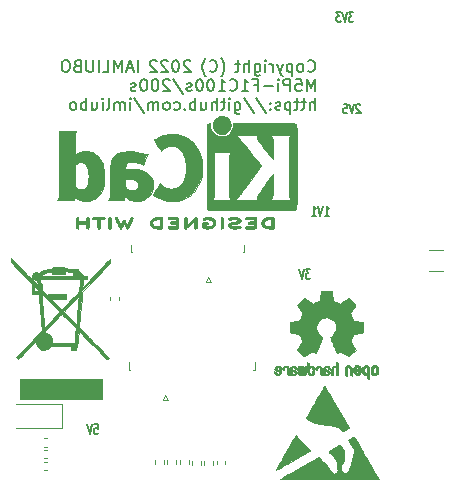
<source format=gbr>
%TF.GenerationSoftware,KiCad,Pcbnew,6.99.0-unknown-5a2f351f28~146~ubuntu20.04.1*%
%TF.CreationDate,2022-01-27T10:55:03+08:00*%
%TF.ProjectId,M5Pi,4d355069-2e6b-4696-9361-645f70636258,1.0*%
%TF.SameCoordinates,Original*%
%TF.FileFunction,Legend,Bot*%
%TF.FilePolarity,Positive*%
%FSLAX46Y46*%
G04 Gerber Fmt 4.6, Leading zero omitted, Abs format (unit mm)*
G04 Created by KiCad (PCBNEW 6.99.0-unknown-5a2f351f28~146~ubuntu20.04.1) date 2022-01-27 10:55:03*
%MOMM*%
%LPD*%
G01*
G04 APERTURE LIST*
%ADD10C,0.150000*%
%ADD11C,0.120000*%
%ADD12C,0.010000*%
G04 APERTURE END LIST*
D10*
X145921429Y-85911904D02*
X146264286Y-85911904D01*
X146092857Y-85911904D02*
X146092857Y-85111904D01*
X146092857Y-85111904D02*
X146150000Y-85226190D01*
X146150000Y-85226190D02*
X146207143Y-85302380D01*
X146207143Y-85302380D02*
X146264286Y-85340476D01*
X145750000Y-85111904D02*
X145550000Y-85911904D01*
X145550000Y-85911904D02*
X145350000Y-85111904D01*
X144835714Y-85911904D02*
X145178571Y-85911904D01*
X145007142Y-85911904D02*
X145007142Y-85111904D01*
X145007142Y-85111904D02*
X145064285Y-85226190D01*
X145064285Y-85226190D02*
X145121428Y-85302380D01*
X145121428Y-85302380D02*
X145178571Y-85340476D01*
X126414285Y-103561904D02*
X126699999Y-103561904D01*
X126699999Y-103561904D02*
X126728571Y-103942857D01*
X126728571Y-103942857D02*
X126699999Y-103904761D01*
X126699999Y-103904761D02*
X126642857Y-103866666D01*
X126642857Y-103866666D02*
X126499999Y-103866666D01*
X126499999Y-103866666D02*
X126442857Y-103904761D01*
X126442857Y-103904761D02*
X126414285Y-103942857D01*
X126414285Y-103942857D02*
X126385714Y-104019047D01*
X126385714Y-104019047D02*
X126385714Y-104209523D01*
X126385714Y-104209523D02*
X126414285Y-104285714D01*
X126414285Y-104285714D02*
X126442857Y-104323809D01*
X126442857Y-104323809D02*
X126499999Y-104361904D01*
X126499999Y-104361904D02*
X126642857Y-104361904D01*
X126642857Y-104361904D02*
X126699999Y-104323809D01*
X126699999Y-104323809D02*
X126728571Y-104285714D01*
X126214285Y-103561904D02*
X126014285Y-104361904D01*
X126014285Y-104361904D02*
X125814285Y-103561904D01*
X144707142Y-90461904D02*
X144335714Y-90461904D01*
X144335714Y-90461904D02*
X144535714Y-90766666D01*
X144535714Y-90766666D02*
X144449999Y-90766666D01*
X144449999Y-90766666D02*
X144392857Y-90804761D01*
X144392857Y-90804761D02*
X144364285Y-90842857D01*
X144364285Y-90842857D02*
X144335714Y-90919047D01*
X144335714Y-90919047D02*
X144335714Y-91109523D01*
X144335714Y-91109523D02*
X144364285Y-91185714D01*
X144364285Y-91185714D02*
X144392857Y-91223809D01*
X144392857Y-91223809D02*
X144449999Y-91261904D01*
X144449999Y-91261904D02*
X144621428Y-91261904D01*
X144621428Y-91261904D02*
X144678571Y-91223809D01*
X144678571Y-91223809D02*
X144707142Y-91185714D01*
X144164285Y-90461904D02*
X143964285Y-91261904D01*
X143964285Y-91261904D02*
X143764285Y-90461904D01*
X148342857Y-68711904D02*
X147971429Y-68711904D01*
X147971429Y-68711904D02*
X148171429Y-69016666D01*
X148171429Y-69016666D02*
X148085714Y-69016666D01*
X148085714Y-69016666D02*
X148028572Y-69054761D01*
X148028572Y-69054761D02*
X148000000Y-69092857D01*
X148000000Y-69092857D02*
X147971429Y-69169047D01*
X147971429Y-69169047D02*
X147971429Y-69359523D01*
X147971429Y-69359523D02*
X148000000Y-69435714D01*
X148000000Y-69435714D02*
X148028572Y-69473809D01*
X148028572Y-69473809D02*
X148085714Y-69511904D01*
X148085714Y-69511904D02*
X148257143Y-69511904D01*
X148257143Y-69511904D02*
X148314286Y-69473809D01*
X148314286Y-69473809D02*
X148342857Y-69435714D01*
X147800000Y-68711904D02*
X147600000Y-69511904D01*
X147600000Y-69511904D02*
X147400000Y-68711904D01*
X147257142Y-68711904D02*
X146885714Y-68711904D01*
X146885714Y-68711904D02*
X147085714Y-69016666D01*
X147085714Y-69016666D02*
X146999999Y-69016666D01*
X146999999Y-69016666D02*
X146942857Y-69054761D01*
X146942857Y-69054761D02*
X146914285Y-69092857D01*
X146914285Y-69092857D02*
X146885714Y-69169047D01*
X146885714Y-69169047D02*
X146885714Y-69359523D01*
X146885714Y-69359523D02*
X146914285Y-69435714D01*
X146914285Y-69435714D02*
X146942857Y-69473809D01*
X146942857Y-69473809D02*
X146999999Y-69511904D01*
X146999999Y-69511904D02*
X147171428Y-69511904D01*
X147171428Y-69511904D02*
X147228571Y-69473809D01*
X147228571Y-69473809D02*
X147257142Y-69435714D01*
X144490476Y-73637142D02*
X144538095Y-73684761D01*
X144538095Y-73684761D02*
X144680952Y-73732380D01*
X144680952Y-73732380D02*
X144776190Y-73732380D01*
X144776190Y-73732380D02*
X144919047Y-73684761D01*
X144919047Y-73684761D02*
X145014285Y-73589523D01*
X145014285Y-73589523D02*
X145061904Y-73494285D01*
X145061904Y-73494285D02*
X145109523Y-73303809D01*
X145109523Y-73303809D02*
X145109523Y-73160952D01*
X145109523Y-73160952D02*
X145061904Y-72970476D01*
X145061904Y-72970476D02*
X145014285Y-72875238D01*
X145014285Y-72875238D02*
X144919047Y-72780000D01*
X144919047Y-72780000D02*
X144776190Y-72732380D01*
X144776190Y-72732380D02*
X144680952Y-72732380D01*
X144680952Y-72732380D02*
X144538095Y-72780000D01*
X144538095Y-72780000D02*
X144490476Y-72827619D01*
X143919047Y-73732380D02*
X144014285Y-73684761D01*
X144014285Y-73684761D02*
X144061904Y-73637142D01*
X144061904Y-73637142D02*
X144109523Y-73541904D01*
X144109523Y-73541904D02*
X144109523Y-73256190D01*
X144109523Y-73256190D02*
X144061904Y-73160952D01*
X144061904Y-73160952D02*
X144014285Y-73113333D01*
X144014285Y-73113333D02*
X143919047Y-73065714D01*
X143919047Y-73065714D02*
X143776190Y-73065714D01*
X143776190Y-73065714D02*
X143680952Y-73113333D01*
X143680952Y-73113333D02*
X143633333Y-73160952D01*
X143633333Y-73160952D02*
X143585714Y-73256190D01*
X143585714Y-73256190D02*
X143585714Y-73541904D01*
X143585714Y-73541904D02*
X143633333Y-73637142D01*
X143633333Y-73637142D02*
X143680952Y-73684761D01*
X143680952Y-73684761D02*
X143776190Y-73732380D01*
X143776190Y-73732380D02*
X143919047Y-73732380D01*
X143157142Y-73065714D02*
X143157142Y-74065714D01*
X143157142Y-73113333D02*
X143061904Y-73065714D01*
X143061904Y-73065714D02*
X142871428Y-73065714D01*
X142871428Y-73065714D02*
X142776190Y-73113333D01*
X142776190Y-73113333D02*
X142728571Y-73160952D01*
X142728571Y-73160952D02*
X142680952Y-73256190D01*
X142680952Y-73256190D02*
X142680952Y-73541904D01*
X142680952Y-73541904D02*
X142728571Y-73637142D01*
X142728571Y-73637142D02*
X142776190Y-73684761D01*
X142776190Y-73684761D02*
X142871428Y-73732380D01*
X142871428Y-73732380D02*
X143061904Y-73732380D01*
X143061904Y-73732380D02*
X143157142Y-73684761D01*
X142347618Y-73065714D02*
X142109523Y-73732380D01*
X141871428Y-73065714D02*
X142109523Y-73732380D01*
X142109523Y-73732380D02*
X142204761Y-73970476D01*
X142204761Y-73970476D02*
X142252380Y-74018095D01*
X142252380Y-74018095D02*
X142347618Y-74065714D01*
X141490475Y-73732380D02*
X141490475Y-73065714D01*
X141490475Y-73256190D02*
X141442856Y-73160952D01*
X141442856Y-73160952D02*
X141395237Y-73113333D01*
X141395237Y-73113333D02*
X141299999Y-73065714D01*
X141299999Y-73065714D02*
X141204761Y-73065714D01*
X140871427Y-73732380D02*
X140871427Y-73065714D01*
X140871427Y-72732380D02*
X140919046Y-72780000D01*
X140919046Y-72780000D02*
X140871427Y-72827619D01*
X140871427Y-72827619D02*
X140823808Y-72780000D01*
X140823808Y-72780000D02*
X140871427Y-72732380D01*
X140871427Y-72732380D02*
X140871427Y-72827619D01*
X139966665Y-73065714D02*
X139966665Y-73875238D01*
X139966665Y-73875238D02*
X140014284Y-73970476D01*
X140014284Y-73970476D02*
X140061903Y-74018095D01*
X140061903Y-74018095D02*
X140157141Y-74065714D01*
X140157141Y-74065714D02*
X140299998Y-74065714D01*
X140299998Y-74065714D02*
X140395236Y-74018095D01*
X139966665Y-73684761D02*
X140061903Y-73732380D01*
X140061903Y-73732380D02*
X140252379Y-73732380D01*
X140252379Y-73732380D02*
X140347617Y-73684761D01*
X140347617Y-73684761D02*
X140395236Y-73637142D01*
X140395236Y-73637142D02*
X140442855Y-73541904D01*
X140442855Y-73541904D02*
X140442855Y-73256190D01*
X140442855Y-73256190D02*
X140395236Y-73160952D01*
X140395236Y-73160952D02*
X140347617Y-73113333D01*
X140347617Y-73113333D02*
X140252379Y-73065714D01*
X140252379Y-73065714D02*
X140061903Y-73065714D01*
X140061903Y-73065714D02*
X139966665Y-73113333D01*
X139490474Y-73732380D02*
X139490474Y-72732380D01*
X139061903Y-73732380D02*
X139061903Y-73208571D01*
X139061903Y-73208571D02*
X139109522Y-73113333D01*
X139109522Y-73113333D02*
X139204760Y-73065714D01*
X139204760Y-73065714D02*
X139347617Y-73065714D01*
X139347617Y-73065714D02*
X139442855Y-73113333D01*
X139442855Y-73113333D02*
X139490474Y-73160952D01*
X138728569Y-73065714D02*
X138347617Y-73065714D01*
X138585712Y-72732380D02*
X138585712Y-73589523D01*
X138585712Y-73589523D02*
X138538093Y-73684761D01*
X138538093Y-73684761D02*
X138442855Y-73732380D01*
X138442855Y-73732380D02*
X138347617Y-73732380D01*
X137128569Y-74113333D02*
X137176188Y-74065714D01*
X137176188Y-74065714D02*
X137271426Y-73922857D01*
X137271426Y-73922857D02*
X137319045Y-73827619D01*
X137319045Y-73827619D02*
X137366664Y-73684761D01*
X137366664Y-73684761D02*
X137414283Y-73446666D01*
X137414283Y-73446666D02*
X137414283Y-73256190D01*
X137414283Y-73256190D02*
X137366664Y-73018095D01*
X137366664Y-73018095D02*
X137319045Y-72875238D01*
X137319045Y-72875238D02*
X137271426Y-72780000D01*
X137271426Y-72780000D02*
X137176188Y-72637142D01*
X137176188Y-72637142D02*
X137128569Y-72589523D01*
X136176188Y-73637142D02*
X136223807Y-73684761D01*
X136223807Y-73684761D02*
X136366664Y-73732380D01*
X136366664Y-73732380D02*
X136461902Y-73732380D01*
X136461902Y-73732380D02*
X136604759Y-73684761D01*
X136604759Y-73684761D02*
X136699997Y-73589523D01*
X136699997Y-73589523D02*
X136747616Y-73494285D01*
X136747616Y-73494285D02*
X136795235Y-73303809D01*
X136795235Y-73303809D02*
X136795235Y-73160952D01*
X136795235Y-73160952D02*
X136747616Y-72970476D01*
X136747616Y-72970476D02*
X136699997Y-72875238D01*
X136699997Y-72875238D02*
X136604759Y-72780000D01*
X136604759Y-72780000D02*
X136461902Y-72732380D01*
X136461902Y-72732380D02*
X136366664Y-72732380D01*
X136366664Y-72732380D02*
X136223807Y-72780000D01*
X136223807Y-72780000D02*
X136176188Y-72827619D01*
X135842854Y-74113333D02*
X135795235Y-74065714D01*
X135795235Y-74065714D02*
X135699997Y-73922857D01*
X135699997Y-73922857D02*
X135652378Y-73827619D01*
X135652378Y-73827619D02*
X135604759Y-73684761D01*
X135604759Y-73684761D02*
X135557140Y-73446666D01*
X135557140Y-73446666D02*
X135557140Y-73256190D01*
X135557140Y-73256190D02*
X135604759Y-73018095D01*
X135604759Y-73018095D02*
X135652378Y-72875238D01*
X135652378Y-72875238D02*
X135699997Y-72780000D01*
X135699997Y-72780000D02*
X135795235Y-72637142D01*
X135795235Y-72637142D02*
X135842854Y-72589523D01*
X134528568Y-72827619D02*
X134480949Y-72780000D01*
X134480949Y-72780000D02*
X134385711Y-72732380D01*
X134385711Y-72732380D02*
X134147616Y-72732380D01*
X134147616Y-72732380D02*
X134052378Y-72780000D01*
X134052378Y-72780000D02*
X134004759Y-72827619D01*
X134004759Y-72827619D02*
X133957140Y-72922857D01*
X133957140Y-72922857D02*
X133957140Y-73018095D01*
X133957140Y-73018095D02*
X134004759Y-73160952D01*
X134004759Y-73160952D02*
X134576187Y-73732380D01*
X134576187Y-73732380D02*
X133957140Y-73732380D01*
X133338092Y-72732380D02*
X133242854Y-72732380D01*
X133242854Y-72732380D02*
X133147616Y-72780000D01*
X133147616Y-72780000D02*
X133099997Y-72827619D01*
X133099997Y-72827619D02*
X133052378Y-72922857D01*
X133052378Y-72922857D02*
X133004759Y-73113333D01*
X133004759Y-73113333D02*
X133004759Y-73351428D01*
X133004759Y-73351428D02*
X133052378Y-73541904D01*
X133052378Y-73541904D02*
X133099997Y-73637142D01*
X133099997Y-73637142D02*
X133147616Y-73684761D01*
X133147616Y-73684761D02*
X133242854Y-73732380D01*
X133242854Y-73732380D02*
X133338092Y-73732380D01*
X133338092Y-73732380D02*
X133433330Y-73684761D01*
X133433330Y-73684761D02*
X133480949Y-73637142D01*
X133480949Y-73637142D02*
X133528568Y-73541904D01*
X133528568Y-73541904D02*
X133576187Y-73351428D01*
X133576187Y-73351428D02*
X133576187Y-73113333D01*
X133576187Y-73113333D02*
X133528568Y-72922857D01*
X133528568Y-72922857D02*
X133480949Y-72827619D01*
X133480949Y-72827619D02*
X133433330Y-72780000D01*
X133433330Y-72780000D02*
X133338092Y-72732380D01*
X132623806Y-72827619D02*
X132576187Y-72780000D01*
X132576187Y-72780000D02*
X132480949Y-72732380D01*
X132480949Y-72732380D02*
X132242854Y-72732380D01*
X132242854Y-72732380D02*
X132147616Y-72780000D01*
X132147616Y-72780000D02*
X132099997Y-72827619D01*
X132099997Y-72827619D02*
X132052378Y-72922857D01*
X132052378Y-72922857D02*
X132052378Y-73018095D01*
X132052378Y-73018095D02*
X132099997Y-73160952D01*
X132099997Y-73160952D02*
X132671425Y-73732380D01*
X132671425Y-73732380D02*
X132052378Y-73732380D01*
X131671425Y-72827619D02*
X131623806Y-72780000D01*
X131623806Y-72780000D02*
X131528568Y-72732380D01*
X131528568Y-72732380D02*
X131290473Y-72732380D01*
X131290473Y-72732380D02*
X131195235Y-72780000D01*
X131195235Y-72780000D02*
X131147616Y-72827619D01*
X131147616Y-72827619D02*
X131099997Y-72922857D01*
X131099997Y-72922857D02*
X131099997Y-73018095D01*
X131099997Y-73018095D02*
X131147616Y-73160952D01*
X131147616Y-73160952D02*
X131719044Y-73732380D01*
X131719044Y-73732380D02*
X131099997Y-73732380D01*
X130071425Y-73732380D02*
X130071425Y-72732380D01*
X129642853Y-73446666D02*
X129166663Y-73446666D01*
X129738091Y-73732380D02*
X129404758Y-72732380D01*
X129404758Y-72732380D02*
X129071425Y-73732380D01*
X128738091Y-73732380D02*
X128738091Y-72732380D01*
X128738091Y-72732380D02*
X128404758Y-73446666D01*
X128404758Y-73446666D02*
X128071425Y-72732380D01*
X128071425Y-72732380D02*
X128071425Y-73732380D01*
X127119043Y-73732380D02*
X127595233Y-73732380D01*
X127595233Y-73732380D02*
X127595233Y-72732380D01*
X126785709Y-73732380D02*
X126785709Y-72732380D01*
X126309518Y-72732380D02*
X126309518Y-73541904D01*
X126309518Y-73541904D02*
X126261899Y-73637142D01*
X126261899Y-73637142D02*
X126214280Y-73684761D01*
X126214280Y-73684761D02*
X126119042Y-73732380D01*
X126119042Y-73732380D02*
X125928566Y-73732380D01*
X125928566Y-73732380D02*
X125833328Y-73684761D01*
X125833328Y-73684761D02*
X125785709Y-73637142D01*
X125785709Y-73637142D02*
X125738090Y-73541904D01*
X125738090Y-73541904D02*
X125738090Y-72732380D01*
X124928565Y-73208571D02*
X124785708Y-73256190D01*
X124785708Y-73256190D02*
X124738089Y-73303809D01*
X124738089Y-73303809D02*
X124690470Y-73399047D01*
X124690470Y-73399047D02*
X124690470Y-73541904D01*
X124690470Y-73541904D02*
X124738089Y-73637142D01*
X124738089Y-73637142D02*
X124785708Y-73684761D01*
X124785708Y-73684761D02*
X124880946Y-73732380D01*
X124880946Y-73732380D02*
X125261898Y-73732380D01*
X125261898Y-73732380D02*
X125261898Y-72732380D01*
X125261898Y-72732380D02*
X124928565Y-72732380D01*
X124928565Y-72732380D02*
X124833327Y-72780000D01*
X124833327Y-72780000D02*
X124785708Y-72827619D01*
X124785708Y-72827619D02*
X124738089Y-72922857D01*
X124738089Y-72922857D02*
X124738089Y-73018095D01*
X124738089Y-73018095D02*
X124785708Y-73113333D01*
X124785708Y-73113333D02*
X124833327Y-73160952D01*
X124833327Y-73160952D02*
X124928565Y-73208571D01*
X124928565Y-73208571D02*
X125261898Y-73208571D01*
X124071422Y-72732380D02*
X123880946Y-72732380D01*
X123880946Y-72732380D02*
X123785708Y-72780000D01*
X123785708Y-72780000D02*
X123690470Y-72875238D01*
X123690470Y-72875238D02*
X123642851Y-73065714D01*
X123642851Y-73065714D02*
X123642851Y-73399047D01*
X123642851Y-73399047D02*
X123690470Y-73589523D01*
X123690470Y-73589523D02*
X123785708Y-73684761D01*
X123785708Y-73684761D02*
X123880946Y-73732380D01*
X123880946Y-73732380D02*
X124071422Y-73732380D01*
X124071422Y-73732380D02*
X124166660Y-73684761D01*
X124166660Y-73684761D02*
X124261898Y-73589523D01*
X124261898Y-73589523D02*
X124309517Y-73399047D01*
X124309517Y-73399047D02*
X124309517Y-73065714D01*
X124309517Y-73065714D02*
X124261898Y-72875238D01*
X124261898Y-72875238D02*
X124166660Y-72780000D01*
X124166660Y-72780000D02*
X124071422Y-72732380D01*
X145061904Y-75352380D02*
X145061904Y-74352380D01*
X145061904Y-74352380D02*
X144728571Y-75066666D01*
X144728571Y-75066666D02*
X144395238Y-74352380D01*
X144395238Y-74352380D02*
X144395238Y-75352380D01*
X143442856Y-74352380D02*
X143919046Y-74352380D01*
X143919046Y-74352380D02*
X143966665Y-74828571D01*
X143966665Y-74828571D02*
X143919046Y-74780952D01*
X143919046Y-74780952D02*
X143823808Y-74733333D01*
X143823808Y-74733333D02*
X143585713Y-74733333D01*
X143585713Y-74733333D02*
X143490475Y-74780952D01*
X143490475Y-74780952D02*
X143442856Y-74828571D01*
X143442856Y-74828571D02*
X143395237Y-74923809D01*
X143395237Y-74923809D02*
X143395237Y-75161904D01*
X143395237Y-75161904D02*
X143442856Y-75257142D01*
X143442856Y-75257142D02*
X143490475Y-75304761D01*
X143490475Y-75304761D02*
X143585713Y-75352380D01*
X143585713Y-75352380D02*
X143823808Y-75352380D01*
X143823808Y-75352380D02*
X143919046Y-75304761D01*
X143919046Y-75304761D02*
X143966665Y-75257142D01*
X142966665Y-75352380D02*
X142966665Y-74352380D01*
X142966665Y-74352380D02*
X142585713Y-74352380D01*
X142585713Y-74352380D02*
X142490475Y-74400000D01*
X142490475Y-74400000D02*
X142442856Y-74447619D01*
X142442856Y-74447619D02*
X142395237Y-74542857D01*
X142395237Y-74542857D02*
X142395237Y-74685714D01*
X142395237Y-74685714D02*
X142442856Y-74780952D01*
X142442856Y-74780952D02*
X142490475Y-74828571D01*
X142490475Y-74828571D02*
X142585713Y-74876190D01*
X142585713Y-74876190D02*
X142966665Y-74876190D01*
X141966665Y-75352380D02*
X141966665Y-74685714D01*
X141966665Y-74352380D02*
X142014284Y-74400000D01*
X142014284Y-74400000D02*
X141966665Y-74447619D01*
X141966665Y-74447619D02*
X141919046Y-74400000D01*
X141919046Y-74400000D02*
X141966665Y-74352380D01*
X141966665Y-74352380D02*
X141966665Y-74447619D01*
X141490474Y-74971428D02*
X140728570Y-74971428D01*
X139919045Y-74828571D02*
X140252378Y-74828571D01*
X140252378Y-75352380D02*
X140252378Y-74352380D01*
X140252378Y-74352380D02*
X139776188Y-74352380D01*
X138871426Y-75352380D02*
X139442854Y-75352380D01*
X139157140Y-75352380D02*
X139157140Y-74352380D01*
X139157140Y-74352380D02*
X139252378Y-74495238D01*
X139252378Y-74495238D02*
X139347616Y-74590476D01*
X139347616Y-74590476D02*
X139442854Y-74638095D01*
X137871426Y-75257142D02*
X137919045Y-75304761D01*
X137919045Y-75304761D02*
X138061902Y-75352380D01*
X138061902Y-75352380D02*
X138157140Y-75352380D01*
X138157140Y-75352380D02*
X138299997Y-75304761D01*
X138299997Y-75304761D02*
X138395235Y-75209523D01*
X138395235Y-75209523D02*
X138442854Y-75114285D01*
X138442854Y-75114285D02*
X138490473Y-74923809D01*
X138490473Y-74923809D02*
X138490473Y-74780952D01*
X138490473Y-74780952D02*
X138442854Y-74590476D01*
X138442854Y-74590476D02*
X138395235Y-74495238D01*
X138395235Y-74495238D02*
X138299997Y-74400000D01*
X138299997Y-74400000D02*
X138157140Y-74352380D01*
X138157140Y-74352380D02*
X138061902Y-74352380D01*
X138061902Y-74352380D02*
X137919045Y-74400000D01*
X137919045Y-74400000D02*
X137871426Y-74447619D01*
X136919045Y-75352380D02*
X137490473Y-75352380D01*
X137204759Y-75352380D02*
X137204759Y-74352380D01*
X137204759Y-74352380D02*
X137299997Y-74495238D01*
X137299997Y-74495238D02*
X137395235Y-74590476D01*
X137395235Y-74590476D02*
X137490473Y-74638095D01*
X136299997Y-74352380D02*
X136204759Y-74352380D01*
X136204759Y-74352380D02*
X136109521Y-74400000D01*
X136109521Y-74400000D02*
X136061902Y-74447619D01*
X136061902Y-74447619D02*
X136014283Y-74542857D01*
X136014283Y-74542857D02*
X135966664Y-74733333D01*
X135966664Y-74733333D02*
X135966664Y-74971428D01*
X135966664Y-74971428D02*
X136014283Y-75161904D01*
X136014283Y-75161904D02*
X136061902Y-75257142D01*
X136061902Y-75257142D02*
X136109521Y-75304761D01*
X136109521Y-75304761D02*
X136204759Y-75352380D01*
X136204759Y-75352380D02*
X136299997Y-75352380D01*
X136299997Y-75352380D02*
X136395235Y-75304761D01*
X136395235Y-75304761D02*
X136442854Y-75257142D01*
X136442854Y-75257142D02*
X136490473Y-75161904D01*
X136490473Y-75161904D02*
X136538092Y-74971428D01*
X136538092Y-74971428D02*
X136538092Y-74733333D01*
X136538092Y-74733333D02*
X136490473Y-74542857D01*
X136490473Y-74542857D02*
X136442854Y-74447619D01*
X136442854Y-74447619D02*
X136395235Y-74400000D01*
X136395235Y-74400000D02*
X136299997Y-74352380D01*
X135347616Y-74352380D02*
X135252378Y-74352380D01*
X135252378Y-74352380D02*
X135157140Y-74400000D01*
X135157140Y-74400000D02*
X135109521Y-74447619D01*
X135109521Y-74447619D02*
X135061902Y-74542857D01*
X135061902Y-74542857D02*
X135014283Y-74733333D01*
X135014283Y-74733333D02*
X135014283Y-74971428D01*
X135014283Y-74971428D02*
X135061902Y-75161904D01*
X135061902Y-75161904D02*
X135109521Y-75257142D01*
X135109521Y-75257142D02*
X135157140Y-75304761D01*
X135157140Y-75304761D02*
X135252378Y-75352380D01*
X135252378Y-75352380D02*
X135347616Y-75352380D01*
X135347616Y-75352380D02*
X135442854Y-75304761D01*
X135442854Y-75304761D02*
X135490473Y-75257142D01*
X135490473Y-75257142D02*
X135538092Y-75161904D01*
X135538092Y-75161904D02*
X135585711Y-74971428D01*
X135585711Y-74971428D02*
X135585711Y-74733333D01*
X135585711Y-74733333D02*
X135538092Y-74542857D01*
X135538092Y-74542857D02*
X135490473Y-74447619D01*
X135490473Y-74447619D02*
X135442854Y-74400000D01*
X135442854Y-74400000D02*
X135347616Y-74352380D01*
X134633330Y-75304761D02*
X134538092Y-75352380D01*
X134538092Y-75352380D02*
X134347616Y-75352380D01*
X134347616Y-75352380D02*
X134252378Y-75304761D01*
X134252378Y-75304761D02*
X134204759Y-75209523D01*
X134204759Y-75209523D02*
X134204759Y-75161904D01*
X134204759Y-75161904D02*
X134252378Y-75066666D01*
X134252378Y-75066666D02*
X134347616Y-75019047D01*
X134347616Y-75019047D02*
X134490473Y-75019047D01*
X134490473Y-75019047D02*
X134585711Y-74971428D01*
X134585711Y-74971428D02*
X134633330Y-74876190D01*
X134633330Y-74876190D02*
X134633330Y-74828571D01*
X134633330Y-74828571D02*
X134585711Y-74733333D01*
X134585711Y-74733333D02*
X134490473Y-74685714D01*
X134490473Y-74685714D02*
X134347616Y-74685714D01*
X134347616Y-74685714D02*
X134252378Y-74733333D01*
X133061902Y-74304761D02*
X133919044Y-75590476D01*
X132776186Y-74447619D02*
X132728567Y-74400000D01*
X132728567Y-74400000D02*
X132633329Y-74352380D01*
X132633329Y-74352380D02*
X132395234Y-74352380D01*
X132395234Y-74352380D02*
X132299996Y-74400000D01*
X132299996Y-74400000D02*
X132252377Y-74447619D01*
X132252377Y-74447619D02*
X132204758Y-74542857D01*
X132204758Y-74542857D02*
X132204758Y-74638095D01*
X132204758Y-74638095D02*
X132252377Y-74780952D01*
X132252377Y-74780952D02*
X132823805Y-75352380D01*
X132823805Y-75352380D02*
X132204758Y-75352380D01*
X131585710Y-74352380D02*
X131490472Y-74352380D01*
X131490472Y-74352380D02*
X131395234Y-74400000D01*
X131395234Y-74400000D02*
X131347615Y-74447619D01*
X131347615Y-74447619D02*
X131299996Y-74542857D01*
X131299996Y-74542857D02*
X131252377Y-74733333D01*
X131252377Y-74733333D02*
X131252377Y-74971428D01*
X131252377Y-74971428D02*
X131299996Y-75161904D01*
X131299996Y-75161904D02*
X131347615Y-75257142D01*
X131347615Y-75257142D02*
X131395234Y-75304761D01*
X131395234Y-75304761D02*
X131490472Y-75352380D01*
X131490472Y-75352380D02*
X131585710Y-75352380D01*
X131585710Y-75352380D02*
X131680948Y-75304761D01*
X131680948Y-75304761D02*
X131728567Y-75257142D01*
X131728567Y-75257142D02*
X131776186Y-75161904D01*
X131776186Y-75161904D02*
X131823805Y-74971428D01*
X131823805Y-74971428D02*
X131823805Y-74733333D01*
X131823805Y-74733333D02*
X131776186Y-74542857D01*
X131776186Y-74542857D02*
X131728567Y-74447619D01*
X131728567Y-74447619D02*
X131680948Y-74400000D01*
X131680948Y-74400000D02*
X131585710Y-74352380D01*
X130633329Y-74352380D02*
X130538091Y-74352380D01*
X130538091Y-74352380D02*
X130442853Y-74400000D01*
X130442853Y-74400000D02*
X130395234Y-74447619D01*
X130395234Y-74447619D02*
X130347615Y-74542857D01*
X130347615Y-74542857D02*
X130299996Y-74733333D01*
X130299996Y-74733333D02*
X130299996Y-74971428D01*
X130299996Y-74971428D02*
X130347615Y-75161904D01*
X130347615Y-75161904D02*
X130395234Y-75257142D01*
X130395234Y-75257142D02*
X130442853Y-75304761D01*
X130442853Y-75304761D02*
X130538091Y-75352380D01*
X130538091Y-75352380D02*
X130633329Y-75352380D01*
X130633329Y-75352380D02*
X130728567Y-75304761D01*
X130728567Y-75304761D02*
X130776186Y-75257142D01*
X130776186Y-75257142D02*
X130823805Y-75161904D01*
X130823805Y-75161904D02*
X130871424Y-74971428D01*
X130871424Y-74971428D02*
X130871424Y-74733333D01*
X130871424Y-74733333D02*
X130823805Y-74542857D01*
X130823805Y-74542857D02*
X130776186Y-74447619D01*
X130776186Y-74447619D02*
X130728567Y-74400000D01*
X130728567Y-74400000D02*
X130633329Y-74352380D01*
X129919043Y-75304761D02*
X129823805Y-75352380D01*
X129823805Y-75352380D02*
X129633329Y-75352380D01*
X129633329Y-75352380D02*
X129538091Y-75304761D01*
X129538091Y-75304761D02*
X129490472Y-75209523D01*
X129490472Y-75209523D02*
X129490472Y-75161904D01*
X129490472Y-75161904D02*
X129538091Y-75066666D01*
X129538091Y-75066666D02*
X129633329Y-75019047D01*
X129633329Y-75019047D02*
X129776186Y-75019047D01*
X129776186Y-75019047D02*
X129871424Y-74971428D01*
X129871424Y-74971428D02*
X129919043Y-74876190D01*
X129919043Y-74876190D02*
X129919043Y-74828571D01*
X129919043Y-74828571D02*
X129871424Y-74733333D01*
X129871424Y-74733333D02*
X129776186Y-74685714D01*
X129776186Y-74685714D02*
X129633329Y-74685714D01*
X129633329Y-74685714D02*
X129538091Y-74733333D01*
X145061904Y-76972380D02*
X145061904Y-75972380D01*
X144633333Y-76972380D02*
X144633333Y-76448571D01*
X144633333Y-76448571D02*
X144680952Y-76353333D01*
X144680952Y-76353333D02*
X144776190Y-76305714D01*
X144776190Y-76305714D02*
X144919047Y-76305714D01*
X144919047Y-76305714D02*
X145014285Y-76353333D01*
X145014285Y-76353333D02*
X145061904Y-76400952D01*
X144299999Y-76305714D02*
X143919047Y-76305714D01*
X144157142Y-75972380D02*
X144157142Y-76829523D01*
X144157142Y-76829523D02*
X144109523Y-76924761D01*
X144109523Y-76924761D02*
X144014285Y-76972380D01*
X144014285Y-76972380D02*
X143919047Y-76972380D01*
X143728570Y-76305714D02*
X143347618Y-76305714D01*
X143585713Y-75972380D02*
X143585713Y-76829523D01*
X143585713Y-76829523D02*
X143538094Y-76924761D01*
X143538094Y-76924761D02*
X143442856Y-76972380D01*
X143442856Y-76972380D02*
X143347618Y-76972380D01*
X143014284Y-76305714D02*
X143014284Y-77305714D01*
X143014284Y-76353333D02*
X142919046Y-76305714D01*
X142919046Y-76305714D02*
X142728570Y-76305714D01*
X142728570Y-76305714D02*
X142633332Y-76353333D01*
X142633332Y-76353333D02*
X142585713Y-76400952D01*
X142585713Y-76400952D02*
X142538094Y-76496190D01*
X142538094Y-76496190D02*
X142538094Y-76781904D01*
X142538094Y-76781904D02*
X142585713Y-76877142D01*
X142585713Y-76877142D02*
X142633332Y-76924761D01*
X142633332Y-76924761D02*
X142728570Y-76972380D01*
X142728570Y-76972380D02*
X142919046Y-76972380D01*
X142919046Y-76972380D02*
X143014284Y-76924761D01*
X142157141Y-76924761D02*
X142061903Y-76972380D01*
X142061903Y-76972380D02*
X141871427Y-76972380D01*
X141871427Y-76972380D02*
X141776189Y-76924761D01*
X141776189Y-76924761D02*
X141728570Y-76829523D01*
X141728570Y-76829523D02*
X141728570Y-76781904D01*
X141728570Y-76781904D02*
X141776189Y-76686666D01*
X141776189Y-76686666D02*
X141871427Y-76639047D01*
X141871427Y-76639047D02*
X142014284Y-76639047D01*
X142014284Y-76639047D02*
X142109522Y-76591428D01*
X142109522Y-76591428D02*
X142157141Y-76496190D01*
X142157141Y-76496190D02*
X142157141Y-76448571D01*
X142157141Y-76448571D02*
X142109522Y-76353333D01*
X142109522Y-76353333D02*
X142014284Y-76305714D01*
X142014284Y-76305714D02*
X141871427Y-76305714D01*
X141871427Y-76305714D02*
X141776189Y-76353333D01*
X141299998Y-76877142D02*
X141252379Y-76924761D01*
X141252379Y-76924761D02*
X141299998Y-76972380D01*
X141299998Y-76972380D02*
X141347617Y-76924761D01*
X141347617Y-76924761D02*
X141299998Y-76877142D01*
X141299998Y-76877142D02*
X141299998Y-76972380D01*
X141299998Y-76353333D02*
X141252379Y-76400952D01*
X141252379Y-76400952D02*
X141299998Y-76448571D01*
X141299998Y-76448571D02*
X141347617Y-76400952D01*
X141347617Y-76400952D02*
X141299998Y-76353333D01*
X141299998Y-76353333D02*
X141299998Y-76448571D01*
X140109522Y-75924761D02*
X140966664Y-77210476D01*
X139061902Y-75924761D02*
X139919044Y-77210476D01*
X138299996Y-76305714D02*
X138299996Y-77115238D01*
X138299996Y-77115238D02*
X138347615Y-77210476D01*
X138347615Y-77210476D02*
X138395234Y-77258095D01*
X138395234Y-77258095D02*
X138490472Y-77305714D01*
X138490472Y-77305714D02*
X138633329Y-77305714D01*
X138633329Y-77305714D02*
X138728567Y-77258095D01*
X138299996Y-76924761D02*
X138395234Y-76972380D01*
X138395234Y-76972380D02*
X138585710Y-76972380D01*
X138585710Y-76972380D02*
X138680948Y-76924761D01*
X138680948Y-76924761D02*
X138728567Y-76877142D01*
X138728567Y-76877142D02*
X138776186Y-76781904D01*
X138776186Y-76781904D02*
X138776186Y-76496190D01*
X138776186Y-76496190D02*
X138728567Y-76400952D01*
X138728567Y-76400952D02*
X138680948Y-76353333D01*
X138680948Y-76353333D02*
X138585710Y-76305714D01*
X138585710Y-76305714D02*
X138395234Y-76305714D01*
X138395234Y-76305714D02*
X138299996Y-76353333D01*
X137823805Y-76972380D02*
X137823805Y-76305714D01*
X137823805Y-75972380D02*
X137871424Y-76020000D01*
X137871424Y-76020000D02*
X137823805Y-76067619D01*
X137823805Y-76067619D02*
X137776186Y-76020000D01*
X137776186Y-76020000D02*
X137823805Y-75972380D01*
X137823805Y-75972380D02*
X137823805Y-76067619D01*
X137490471Y-76305714D02*
X137109519Y-76305714D01*
X137347614Y-75972380D02*
X137347614Y-76829523D01*
X137347614Y-76829523D02*
X137299995Y-76924761D01*
X137299995Y-76924761D02*
X137204757Y-76972380D01*
X137204757Y-76972380D02*
X137109519Y-76972380D01*
X136776185Y-76972380D02*
X136776185Y-75972380D01*
X136347614Y-76972380D02*
X136347614Y-76448571D01*
X136347614Y-76448571D02*
X136395233Y-76353333D01*
X136395233Y-76353333D02*
X136490471Y-76305714D01*
X136490471Y-76305714D02*
X136633328Y-76305714D01*
X136633328Y-76305714D02*
X136728566Y-76353333D01*
X136728566Y-76353333D02*
X136776185Y-76400952D01*
X135442852Y-76305714D02*
X135442852Y-76972380D01*
X135871423Y-76305714D02*
X135871423Y-76829523D01*
X135871423Y-76829523D02*
X135823804Y-76924761D01*
X135823804Y-76924761D02*
X135728566Y-76972380D01*
X135728566Y-76972380D02*
X135585709Y-76972380D01*
X135585709Y-76972380D02*
X135490471Y-76924761D01*
X135490471Y-76924761D02*
X135442852Y-76877142D01*
X134966661Y-76972380D02*
X134966661Y-75972380D01*
X134966661Y-76353333D02*
X134871423Y-76305714D01*
X134871423Y-76305714D02*
X134680947Y-76305714D01*
X134680947Y-76305714D02*
X134585709Y-76353333D01*
X134585709Y-76353333D02*
X134538090Y-76400952D01*
X134538090Y-76400952D02*
X134490471Y-76496190D01*
X134490471Y-76496190D02*
X134490471Y-76781904D01*
X134490471Y-76781904D02*
X134538090Y-76877142D01*
X134538090Y-76877142D02*
X134585709Y-76924761D01*
X134585709Y-76924761D02*
X134680947Y-76972380D01*
X134680947Y-76972380D02*
X134871423Y-76972380D01*
X134871423Y-76972380D02*
X134966661Y-76924761D01*
X134061899Y-76877142D02*
X134014280Y-76924761D01*
X134014280Y-76924761D02*
X134061899Y-76972380D01*
X134061899Y-76972380D02*
X134109518Y-76924761D01*
X134109518Y-76924761D02*
X134061899Y-76877142D01*
X134061899Y-76877142D02*
X134061899Y-76972380D01*
X133157137Y-76924761D02*
X133252375Y-76972380D01*
X133252375Y-76972380D02*
X133442851Y-76972380D01*
X133442851Y-76972380D02*
X133538089Y-76924761D01*
X133538089Y-76924761D02*
X133585708Y-76877142D01*
X133585708Y-76877142D02*
X133633327Y-76781904D01*
X133633327Y-76781904D02*
X133633327Y-76496190D01*
X133633327Y-76496190D02*
X133585708Y-76400952D01*
X133585708Y-76400952D02*
X133538089Y-76353333D01*
X133538089Y-76353333D02*
X133442851Y-76305714D01*
X133442851Y-76305714D02*
X133252375Y-76305714D01*
X133252375Y-76305714D02*
X133157137Y-76353333D01*
X132585708Y-76972380D02*
X132680946Y-76924761D01*
X132680946Y-76924761D02*
X132728565Y-76877142D01*
X132728565Y-76877142D02*
X132776184Y-76781904D01*
X132776184Y-76781904D02*
X132776184Y-76496190D01*
X132776184Y-76496190D02*
X132728565Y-76400952D01*
X132728565Y-76400952D02*
X132680946Y-76353333D01*
X132680946Y-76353333D02*
X132585708Y-76305714D01*
X132585708Y-76305714D02*
X132442851Y-76305714D01*
X132442851Y-76305714D02*
X132347613Y-76353333D01*
X132347613Y-76353333D02*
X132299994Y-76400952D01*
X132299994Y-76400952D02*
X132252375Y-76496190D01*
X132252375Y-76496190D02*
X132252375Y-76781904D01*
X132252375Y-76781904D02*
X132299994Y-76877142D01*
X132299994Y-76877142D02*
X132347613Y-76924761D01*
X132347613Y-76924761D02*
X132442851Y-76972380D01*
X132442851Y-76972380D02*
X132585708Y-76972380D01*
X131823803Y-76972380D02*
X131823803Y-76305714D01*
X131823803Y-76400952D02*
X131776184Y-76353333D01*
X131776184Y-76353333D02*
X131680946Y-76305714D01*
X131680946Y-76305714D02*
X131538089Y-76305714D01*
X131538089Y-76305714D02*
X131442851Y-76353333D01*
X131442851Y-76353333D02*
X131395232Y-76448571D01*
X131395232Y-76448571D02*
X131395232Y-76972380D01*
X131395232Y-76448571D02*
X131347613Y-76353333D01*
X131347613Y-76353333D02*
X131252375Y-76305714D01*
X131252375Y-76305714D02*
X131109518Y-76305714D01*
X131109518Y-76305714D02*
X131014279Y-76353333D01*
X131014279Y-76353333D02*
X130966660Y-76448571D01*
X130966660Y-76448571D02*
X130966660Y-76972380D01*
X129776184Y-75924761D02*
X130633326Y-77210476D01*
X129442849Y-76972380D02*
X129442849Y-76305714D01*
X129442849Y-75972380D02*
X129490468Y-76020000D01*
X129490468Y-76020000D02*
X129442849Y-76067619D01*
X129442849Y-76067619D02*
X129395230Y-76020000D01*
X129395230Y-76020000D02*
X129442849Y-75972380D01*
X129442849Y-75972380D02*
X129442849Y-76067619D01*
X128966658Y-76972380D02*
X128966658Y-76305714D01*
X128966658Y-76400952D02*
X128919039Y-76353333D01*
X128919039Y-76353333D02*
X128823801Y-76305714D01*
X128823801Y-76305714D02*
X128680944Y-76305714D01*
X128680944Y-76305714D02*
X128585706Y-76353333D01*
X128585706Y-76353333D02*
X128538087Y-76448571D01*
X128538087Y-76448571D02*
X128538087Y-76972380D01*
X128538087Y-76448571D02*
X128490468Y-76353333D01*
X128490468Y-76353333D02*
X128395230Y-76305714D01*
X128395230Y-76305714D02*
X128252373Y-76305714D01*
X128252373Y-76305714D02*
X128157134Y-76353333D01*
X128157134Y-76353333D02*
X128109515Y-76448571D01*
X128109515Y-76448571D02*
X128109515Y-76972380D01*
X127490467Y-76972380D02*
X127585705Y-76924761D01*
X127585705Y-76924761D02*
X127633324Y-76829523D01*
X127633324Y-76829523D02*
X127633324Y-75972380D01*
X127109514Y-76972380D02*
X127109514Y-76305714D01*
X127109514Y-75972380D02*
X127157133Y-76020000D01*
X127157133Y-76020000D02*
X127109514Y-76067619D01*
X127109514Y-76067619D02*
X127061895Y-76020000D01*
X127061895Y-76020000D02*
X127109514Y-75972380D01*
X127109514Y-75972380D02*
X127109514Y-76067619D01*
X126204752Y-76305714D02*
X126204752Y-76972380D01*
X126633323Y-76305714D02*
X126633323Y-76829523D01*
X126633323Y-76829523D02*
X126585704Y-76924761D01*
X126585704Y-76924761D02*
X126490466Y-76972380D01*
X126490466Y-76972380D02*
X126347609Y-76972380D01*
X126347609Y-76972380D02*
X126252371Y-76924761D01*
X126252371Y-76924761D02*
X126204752Y-76877142D01*
X125728561Y-76972380D02*
X125728561Y-75972380D01*
X125728561Y-76353333D02*
X125633323Y-76305714D01*
X125633323Y-76305714D02*
X125442847Y-76305714D01*
X125442847Y-76305714D02*
X125347609Y-76353333D01*
X125347609Y-76353333D02*
X125299990Y-76400952D01*
X125299990Y-76400952D02*
X125252371Y-76496190D01*
X125252371Y-76496190D02*
X125252371Y-76781904D01*
X125252371Y-76781904D02*
X125299990Y-76877142D01*
X125299990Y-76877142D02*
X125347609Y-76924761D01*
X125347609Y-76924761D02*
X125442847Y-76972380D01*
X125442847Y-76972380D02*
X125633323Y-76972380D01*
X125633323Y-76972380D02*
X125728561Y-76924761D01*
X124680942Y-76972380D02*
X124776180Y-76924761D01*
X124776180Y-76924761D02*
X124823799Y-76877142D01*
X124823799Y-76877142D02*
X124871418Y-76781904D01*
X124871418Y-76781904D02*
X124871418Y-76496190D01*
X124871418Y-76496190D02*
X124823799Y-76400952D01*
X124823799Y-76400952D02*
X124776180Y-76353333D01*
X124776180Y-76353333D02*
X124680942Y-76305714D01*
X124680942Y-76305714D02*
X124538085Y-76305714D01*
X124538085Y-76305714D02*
X124442847Y-76353333D01*
X124442847Y-76353333D02*
X124395228Y-76400952D01*
X124395228Y-76400952D02*
X124347609Y-76496190D01*
X124347609Y-76496190D02*
X124347609Y-76781904D01*
X124347609Y-76781904D02*
X124395228Y-76877142D01*
X124395228Y-76877142D02*
X124442847Y-76924761D01*
X124442847Y-76924761D02*
X124538085Y-76972380D01*
X124538085Y-76972380D02*
X124680942Y-76972380D01*
X148914286Y-76538095D02*
X148885714Y-76500000D01*
X148885714Y-76500000D02*
X148828572Y-76461904D01*
X148828572Y-76461904D02*
X148685714Y-76461904D01*
X148685714Y-76461904D02*
X148628572Y-76500000D01*
X148628572Y-76500000D02*
X148600000Y-76538095D01*
X148600000Y-76538095D02*
X148571429Y-76614285D01*
X148571429Y-76614285D02*
X148571429Y-76690476D01*
X148571429Y-76690476D02*
X148600000Y-76804761D01*
X148600000Y-76804761D02*
X148942857Y-77261904D01*
X148942857Y-77261904D02*
X148571429Y-77261904D01*
X148400000Y-76461904D02*
X148200000Y-77261904D01*
X148200000Y-77261904D02*
X148000000Y-76461904D01*
X147514285Y-76461904D02*
X147799999Y-76461904D01*
X147799999Y-76461904D02*
X147828571Y-76842857D01*
X147828571Y-76842857D02*
X147799999Y-76804761D01*
X147799999Y-76804761D02*
X147742857Y-76766666D01*
X147742857Y-76766666D02*
X147599999Y-76766666D01*
X147599999Y-76766666D02*
X147542857Y-76804761D01*
X147542857Y-76804761D02*
X147514285Y-76842857D01*
X147514285Y-76842857D02*
X147485714Y-76919047D01*
X147485714Y-76919047D02*
X147485714Y-77109523D01*
X147485714Y-77109523D02*
X147514285Y-77185714D01*
X147514285Y-77185714D02*
X147542857Y-77223809D01*
X147542857Y-77223809D02*
X147599999Y-77261904D01*
X147599999Y-77261904D02*
X147742857Y-77261904D01*
X147742857Y-77261904D02*
X147799999Y-77223809D01*
X147799999Y-77223809D02*
X147828571Y-77185714D01*
D11*
%TO.C,R41*%
X135433353Y-106656443D02*
X135433353Y-106991685D01*
X134673353Y-106656443D02*
X134673353Y-106991685D01*
D12*
%TO.C,REF\u002A\u002A*%
X127658289Y-86041901D02*
X127626719Y-86061566D01*
X127626719Y-86061566D02*
X127591237Y-86090297D01*
X127591237Y-86090297D02*
X127591237Y-86518390D01*
X127591237Y-86518390D02*
X127591350Y-86643614D01*
X127591350Y-86643614D02*
X127591834Y-86742271D01*
X127591834Y-86742271D02*
X127592907Y-86817854D01*
X127592907Y-86817854D02*
X127594785Y-86873857D01*
X127594785Y-86873857D02*
X127597687Y-86913771D01*
X127597687Y-86913771D02*
X127601830Y-86941090D01*
X127601830Y-86941090D02*
X127607431Y-86959305D01*
X127607431Y-86959305D02*
X127614708Y-86971910D01*
X127614708Y-86971910D02*
X127619869Y-86978120D01*
X127619869Y-86978120D02*
X127661725Y-87005404D01*
X127661725Y-87005404D02*
X127709388Y-87004291D01*
X127709388Y-87004291D02*
X127751140Y-86981026D01*
X127751140Y-86981026D02*
X127786622Y-86952295D01*
X127786622Y-86952295D02*
X127786622Y-86090297D01*
X127786622Y-86090297D02*
X127751140Y-86061566D01*
X127751140Y-86061566D02*
X127716895Y-86040666D01*
X127716895Y-86040666D02*
X127688930Y-86032834D01*
X127688930Y-86032834D02*
X127658289Y-86041901D01*
X127658289Y-86041901D02*
X127658289Y-86041901D01*
G36*
X127716895Y-86040666D02*
G01*
X127751140Y-86061566D01*
X127786622Y-86090297D01*
X127786622Y-86952295D01*
X127751140Y-86981026D01*
X127709388Y-87004291D01*
X127661725Y-87005404D01*
X127619869Y-86978120D01*
X127614708Y-86971910D01*
X127607431Y-86959305D01*
X127601830Y-86941090D01*
X127597687Y-86913771D01*
X127594785Y-86873857D01*
X127592907Y-86817854D01*
X127591834Y-86742271D01*
X127591350Y-86643614D01*
X127591237Y-86518390D01*
X127591237Y-86090297D01*
X127626719Y-86061566D01*
X127658289Y-86041901D01*
X127688930Y-86032834D01*
X127716895Y-86040666D01*
G37*
X127716895Y-86040666D02*
X127751140Y-86061566D01*
X127786622Y-86090297D01*
X127786622Y-86952295D01*
X127751140Y-86981026D01*
X127709388Y-87004291D01*
X127661725Y-87005404D01*
X127619869Y-86978120D01*
X127614708Y-86971910D01*
X127607431Y-86959305D01*
X127601830Y-86941090D01*
X127597687Y-86913771D01*
X127594785Y-86873857D01*
X127592907Y-86817854D01*
X127591834Y-86742271D01*
X127591350Y-86643614D01*
X127591237Y-86518390D01*
X127591237Y-86090297D01*
X127626719Y-86061566D01*
X127658289Y-86041901D01*
X127688930Y-86032834D01*
X127716895Y-86040666D01*
X137127510Y-86062894D02*
X137118748Y-86072976D01*
X137118748Y-86072976D02*
X137111875Y-86085983D01*
X137111875Y-86085983D02*
X137106662Y-86105399D01*
X137106662Y-86105399D02*
X137102881Y-86134708D01*
X137102881Y-86134708D02*
X137100303Y-86177395D01*
X137100303Y-86177395D02*
X137098700Y-86236943D01*
X137098700Y-86236943D02*
X137097842Y-86316838D01*
X137097842Y-86316838D02*
X137097503Y-86420564D01*
X137097503Y-86420564D02*
X137097450Y-86521296D01*
X137097450Y-86521296D02*
X137097543Y-86646240D01*
X137097543Y-86646240D02*
X137097974Y-86744609D01*
X137097974Y-86744609D02*
X137098970Y-86819889D01*
X137098970Y-86819889D02*
X137100762Y-86875562D01*
X137100762Y-86875562D02*
X137103576Y-86915114D01*
X137103576Y-86915114D02*
X137107643Y-86942029D01*
X137107643Y-86942029D02*
X137113189Y-86959791D01*
X137113189Y-86959791D02*
X137120444Y-86971885D01*
X137120444Y-86971885D02*
X137127510Y-86979698D01*
X137127510Y-86979698D02*
X137171449Y-87005900D01*
X137171449Y-87005900D02*
X137218267Y-87003549D01*
X137218267Y-87003549D02*
X137260156Y-86974972D01*
X137260156Y-86974972D02*
X137269781Y-86963815D01*
X137269781Y-86963815D02*
X137277302Y-86950871D01*
X137277302Y-86950871D02*
X137282981Y-86932560D01*
X137282981Y-86932560D02*
X137287074Y-86905306D01*
X137287074Y-86905306D02*
X137289842Y-86865528D01*
X137289842Y-86865528D02*
X137291543Y-86809650D01*
X137291543Y-86809650D02*
X137292436Y-86734092D01*
X137292436Y-86734092D02*
X137292780Y-86635276D01*
X137292780Y-86635276D02*
X137292835Y-86523402D01*
X137292835Y-86523402D02*
X137292835Y-86106616D01*
X137292835Y-86106616D02*
X137255944Y-86069725D01*
X137255944Y-86069725D02*
X137210472Y-86038688D01*
X137210472Y-86038688D02*
X137166363Y-86037569D01*
X137166363Y-86037569D02*
X137127510Y-86062894D01*
X137127510Y-86062894D02*
X137127510Y-86062894D01*
G36*
X137210472Y-86038688D02*
G01*
X137255944Y-86069725D01*
X137292835Y-86106616D01*
X137292835Y-86523402D01*
X137292780Y-86635276D01*
X137292436Y-86734092D01*
X137291543Y-86809650D01*
X137289842Y-86865528D01*
X137287074Y-86905306D01*
X137282981Y-86932560D01*
X137277302Y-86950871D01*
X137269781Y-86963815D01*
X137260156Y-86974972D01*
X137218267Y-87003549D01*
X137171449Y-87005900D01*
X137127510Y-86979698D01*
X137120444Y-86971885D01*
X137113189Y-86959791D01*
X137107643Y-86942029D01*
X137103576Y-86915114D01*
X137100762Y-86875562D01*
X137098970Y-86819889D01*
X137097974Y-86744609D01*
X137097543Y-86646240D01*
X137097450Y-86521296D01*
X137097503Y-86420564D01*
X137097842Y-86316838D01*
X137098700Y-86236943D01*
X137100303Y-86177395D01*
X137102881Y-86134708D01*
X137106662Y-86105399D01*
X137111875Y-86085983D01*
X137118748Y-86072976D01*
X137127510Y-86062894D01*
X137166363Y-86037569D01*
X137210472Y-86038688D01*
G37*
X137210472Y-86038688D02*
X137255944Y-86069725D01*
X137292835Y-86106616D01*
X137292835Y-86523402D01*
X137292780Y-86635276D01*
X137292436Y-86734092D01*
X137291543Y-86809650D01*
X137289842Y-86865528D01*
X137287074Y-86905306D01*
X137282981Y-86932560D01*
X137277302Y-86950871D01*
X137269781Y-86963815D01*
X137260156Y-86974972D01*
X137218267Y-87003549D01*
X137171449Y-87005900D01*
X137127510Y-86979698D01*
X137120444Y-86971885D01*
X137113189Y-86959791D01*
X137107643Y-86942029D01*
X137103576Y-86915114D01*
X137100762Y-86875562D01*
X137098970Y-86819889D01*
X137097974Y-86744609D01*
X137097543Y-86646240D01*
X137097450Y-86521296D01*
X137097503Y-86420564D01*
X137097842Y-86316838D01*
X137098700Y-86236943D01*
X137100303Y-86177395D01*
X137102881Y-86134708D01*
X137106662Y-86105399D01*
X137111875Y-86085983D01*
X137118748Y-86072976D01*
X137127510Y-86062894D01*
X137166363Y-86037569D01*
X137210472Y-86038688D01*
X137012211Y-77510357D02*
X136875964Y-77557596D01*
X136875964Y-77557596D02*
X136749114Y-77631951D01*
X136749114Y-77631951D02*
X136635826Y-77733411D01*
X136635826Y-77733411D02*
X136540265Y-77861967D01*
X136540265Y-77861967D02*
X136497339Y-77942996D01*
X136497339Y-77942996D02*
X136460188Y-78056332D01*
X136460188Y-78056332D02*
X136442181Y-78187175D01*
X136442181Y-78187175D02*
X136444176Y-78321689D01*
X136444176Y-78321689D02*
X136466316Y-78443582D01*
X136466316Y-78443582D02*
X136526829Y-78592531D01*
X136526829Y-78592531D02*
X136614579Y-78721733D01*
X136614579Y-78721733D02*
X136725105Y-78828647D01*
X136725105Y-78828647D02*
X136853947Y-78910730D01*
X136853947Y-78910730D02*
X136996646Y-78965440D01*
X136996646Y-78965440D02*
X137148742Y-78990234D01*
X137148742Y-78990234D02*
X137305774Y-78982571D01*
X137305774Y-78982571D02*
X137383179Y-78966196D01*
X137383179Y-78966196D02*
X137534034Y-78907513D01*
X137534034Y-78907513D02*
X137668018Y-78817967D01*
X137668018Y-78817967D02*
X137781899Y-78700317D01*
X137781899Y-78700317D02*
X137872445Y-78557326D01*
X137872445Y-78557326D02*
X137880105Y-78541710D01*
X137880105Y-78541710D02*
X137906587Y-78483110D01*
X137906587Y-78483110D02*
X137923215Y-78433758D01*
X137923215Y-78433758D02*
X137932243Y-78381694D01*
X137932243Y-78381694D02*
X137935925Y-78314963D01*
X137935925Y-78314963D02*
X137936536Y-78242353D01*
X137936536Y-78242353D02*
X137935526Y-78155115D01*
X137935526Y-78155115D02*
X137930965Y-78092048D01*
X137930965Y-78092048D02*
X137920559Y-78041060D01*
X137920559Y-78041060D02*
X137902014Y-77990057D01*
X137902014Y-77990057D02*
X137879123Y-77939737D01*
X137879123Y-77939737D02*
X137793739Y-77796894D01*
X137793739Y-77796894D02*
X137688592Y-77681234D01*
X137688592Y-77681234D02*
X137567848Y-77592749D01*
X137567848Y-77592749D02*
X137435672Y-77531429D01*
X137435672Y-77531429D02*
X137296230Y-77497263D01*
X137296230Y-77497263D02*
X137153688Y-77490242D01*
X137153688Y-77490242D02*
X137012211Y-77510357D01*
X137012211Y-77510357D02*
X137012211Y-77510357D01*
G36*
X137296230Y-77497263D02*
G01*
X137435672Y-77531429D01*
X137567848Y-77592749D01*
X137688592Y-77681234D01*
X137793739Y-77796894D01*
X137879123Y-77939737D01*
X137902014Y-77990057D01*
X137920559Y-78041060D01*
X137930965Y-78092048D01*
X137935526Y-78155115D01*
X137936536Y-78242353D01*
X137935925Y-78314963D01*
X137932243Y-78381694D01*
X137923215Y-78433758D01*
X137906587Y-78483110D01*
X137880105Y-78541710D01*
X137872445Y-78557326D01*
X137781899Y-78700317D01*
X137668018Y-78817967D01*
X137534034Y-78907513D01*
X137383179Y-78966196D01*
X137305774Y-78982571D01*
X137148742Y-78990234D01*
X136996646Y-78965440D01*
X136853947Y-78910730D01*
X136725105Y-78828647D01*
X136614579Y-78721733D01*
X136526829Y-78592531D01*
X136466316Y-78443582D01*
X136444176Y-78321689D01*
X136442181Y-78187175D01*
X136460188Y-78056332D01*
X136497339Y-77942996D01*
X136540265Y-77861967D01*
X136635826Y-77733411D01*
X136749114Y-77631951D01*
X136875964Y-77557596D01*
X137012211Y-77510357D01*
X137153688Y-77490242D01*
X137296230Y-77497263D01*
G37*
X137296230Y-77497263D02*
X137435672Y-77531429D01*
X137567848Y-77592749D01*
X137688592Y-77681234D01*
X137793739Y-77796894D01*
X137879123Y-77939737D01*
X137902014Y-77990057D01*
X137920559Y-78041060D01*
X137930965Y-78092048D01*
X137935526Y-78155115D01*
X137936536Y-78242353D01*
X137935925Y-78314963D01*
X137932243Y-78381694D01*
X137923215Y-78433758D01*
X137906587Y-78483110D01*
X137880105Y-78541710D01*
X137872445Y-78557326D01*
X137781899Y-78700317D01*
X137668018Y-78817967D01*
X137534034Y-78907513D01*
X137383179Y-78966196D01*
X137305774Y-78982571D01*
X137148742Y-78990234D01*
X136996646Y-78965440D01*
X136853947Y-78910730D01*
X136725105Y-78828647D01*
X136614579Y-78721733D01*
X136526829Y-78592531D01*
X136466316Y-78443582D01*
X136444176Y-78321689D01*
X136442181Y-78187175D01*
X136460188Y-78056332D01*
X136497339Y-77942996D01*
X136540265Y-77861967D01*
X136635826Y-77733411D01*
X136749114Y-77631951D01*
X136875964Y-77557596D01*
X137012211Y-77510357D01*
X137153688Y-77490242D01*
X137296230Y-77497263D01*
X126627216Y-86032963D02*
X126522428Y-86033467D01*
X126522428Y-86033467D02*
X126441094Y-86034520D01*
X126441094Y-86034520D02*
X126379913Y-86036300D01*
X126379913Y-86036300D02*
X126335582Y-86038981D01*
X126335582Y-86038981D02*
X126304799Y-86042738D01*
X126304799Y-86042738D02*
X126284262Y-86047749D01*
X126284262Y-86047749D02*
X126270668Y-86054187D01*
X126270668Y-86054187D02*
X126264090Y-86059136D01*
X126264090Y-86059136D02*
X126229949Y-86102453D01*
X126229949Y-86102453D02*
X126225819Y-86147427D01*
X126225819Y-86147427D02*
X126246917Y-86188284D01*
X126246917Y-86188284D02*
X126260714Y-86204610D01*
X126260714Y-86204610D02*
X126275561Y-86215742D01*
X126275561Y-86215742D02*
X126297078Y-86222674D01*
X126297078Y-86222674D02*
X126330885Y-86226401D01*
X126330885Y-86226401D02*
X126382601Y-86227918D01*
X126382601Y-86227918D02*
X126457846Y-86228218D01*
X126457846Y-86228218D02*
X126472624Y-86228219D01*
X126472624Y-86228219D02*
X126666918Y-86228219D01*
X126666918Y-86228219D02*
X126666918Y-86588929D01*
X126666918Y-86588929D02*
X126667046Y-86702625D01*
X126667046Y-86702625D02*
X126667627Y-86790109D01*
X126667627Y-86790109D02*
X126668957Y-86855226D01*
X126668957Y-86855226D02*
X126671333Y-86901822D01*
X126671333Y-86901822D02*
X126675049Y-86933743D01*
X126675049Y-86933743D02*
X126680401Y-86954836D01*
X126680401Y-86954836D02*
X126687686Y-86968947D01*
X126687686Y-86968947D02*
X126696977Y-86979698D01*
X126696977Y-86979698D02*
X126740822Y-87006120D01*
X126740822Y-87006120D02*
X126786593Y-87004038D01*
X126786593Y-87004038D02*
X126828103Y-86973893D01*
X126828103Y-86973893D02*
X126831152Y-86970157D01*
X126831152Y-86970157D02*
X126841081Y-86956034D01*
X126841081Y-86956034D02*
X126848645Y-86939510D01*
X126848645Y-86939510D02*
X126854164Y-86916570D01*
X126854164Y-86916570D02*
X126857960Y-86883197D01*
X126857960Y-86883197D02*
X126860351Y-86835379D01*
X126860351Y-86835379D02*
X126861659Y-86769098D01*
X126861659Y-86769098D02*
X126862202Y-86680342D01*
X126862202Y-86680342D02*
X126862302Y-86579387D01*
X126862302Y-86579387D02*
X126862302Y-86228219D01*
X126862302Y-86228219D02*
X127047843Y-86228219D01*
X127047843Y-86228219D02*
X127127466Y-86227680D01*
X127127466Y-86227680D02*
X127182589Y-86225581D01*
X127182589Y-86225581D02*
X127218761Y-86221195D01*
X127218761Y-86221195D02*
X127241531Y-86213800D01*
X127241531Y-86213800D02*
X127256446Y-86202669D01*
X127256446Y-86202669D02*
X127258257Y-86200734D01*
X127258257Y-86200734D02*
X127280035Y-86156481D01*
X127280035Y-86156481D02*
X127278109Y-86106453D01*
X127278109Y-86106453D02*
X127253072Y-86062894D01*
X127253072Y-86062894D02*
X127243389Y-86054444D01*
X127243389Y-86054444D02*
X127230905Y-86047745D01*
X127230905Y-86047745D02*
X127212290Y-86042593D01*
X127212290Y-86042593D02*
X127184216Y-86038785D01*
X127184216Y-86038785D02*
X127143352Y-86036121D01*
X127143352Y-86036121D02*
X127086371Y-86034396D01*
X127086371Y-86034396D02*
X127009941Y-86033408D01*
X127009941Y-86033408D02*
X126910736Y-86032956D01*
X126910736Y-86032956D02*
X126785424Y-86032836D01*
X126785424Y-86032836D02*
X126758760Y-86032834D01*
X126758760Y-86032834D02*
X126627216Y-86032963D01*
X126627216Y-86032963D02*
X126627216Y-86032963D01*
G36*
X126785424Y-86032836D02*
G01*
X126910736Y-86032956D01*
X127009941Y-86033408D01*
X127086371Y-86034396D01*
X127143352Y-86036121D01*
X127184216Y-86038785D01*
X127212290Y-86042593D01*
X127230905Y-86047745D01*
X127243389Y-86054444D01*
X127253072Y-86062894D01*
X127278109Y-86106453D01*
X127280035Y-86156481D01*
X127258257Y-86200734D01*
X127256446Y-86202669D01*
X127241531Y-86213800D01*
X127218761Y-86221195D01*
X127182589Y-86225581D01*
X127127466Y-86227680D01*
X127047843Y-86228219D01*
X126862302Y-86228219D01*
X126862302Y-86579387D01*
X126862202Y-86680342D01*
X126861659Y-86769098D01*
X126860351Y-86835379D01*
X126857960Y-86883197D01*
X126854164Y-86916570D01*
X126848645Y-86939510D01*
X126841081Y-86956034D01*
X126831152Y-86970157D01*
X126828103Y-86973893D01*
X126786593Y-87004038D01*
X126740822Y-87006120D01*
X126696977Y-86979698D01*
X126687686Y-86968947D01*
X126680401Y-86954836D01*
X126675049Y-86933743D01*
X126671333Y-86901822D01*
X126668957Y-86855226D01*
X126667627Y-86790109D01*
X126667046Y-86702625D01*
X126666918Y-86588929D01*
X126666918Y-86228219D01*
X126472624Y-86228219D01*
X126457846Y-86228218D01*
X126382601Y-86227918D01*
X126330885Y-86226401D01*
X126297078Y-86222674D01*
X126275561Y-86215742D01*
X126260714Y-86204610D01*
X126246917Y-86188284D01*
X126225819Y-86147427D01*
X126229949Y-86102453D01*
X126264090Y-86059136D01*
X126270668Y-86054187D01*
X126284262Y-86047749D01*
X126304799Y-86042738D01*
X126335582Y-86038981D01*
X126379913Y-86036300D01*
X126441094Y-86034520D01*
X126522428Y-86033467D01*
X126627216Y-86032963D01*
X126758760Y-86032834D01*
X126785424Y-86032836D01*
G37*
X126785424Y-86032836D02*
X126910736Y-86032956D01*
X127009941Y-86033408D01*
X127086371Y-86034396D01*
X127143352Y-86036121D01*
X127184216Y-86038785D01*
X127212290Y-86042593D01*
X127230905Y-86047745D01*
X127243389Y-86054444D01*
X127253072Y-86062894D01*
X127278109Y-86106453D01*
X127280035Y-86156481D01*
X127258257Y-86200734D01*
X127256446Y-86202669D01*
X127241531Y-86213800D01*
X127218761Y-86221195D01*
X127182589Y-86225581D01*
X127127466Y-86227680D01*
X127047843Y-86228219D01*
X126862302Y-86228219D01*
X126862302Y-86579387D01*
X126862202Y-86680342D01*
X126861659Y-86769098D01*
X126860351Y-86835379D01*
X126857960Y-86883197D01*
X126854164Y-86916570D01*
X126848645Y-86939510D01*
X126841081Y-86956034D01*
X126831152Y-86970157D01*
X126828103Y-86973893D01*
X126786593Y-87004038D01*
X126740822Y-87006120D01*
X126696977Y-86979698D01*
X126687686Y-86968947D01*
X126680401Y-86954836D01*
X126675049Y-86933743D01*
X126671333Y-86901822D01*
X126668957Y-86855226D01*
X126667627Y-86790109D01*
X126667046Y-86702625D01*
X126666918Y-86588929D01*
X126666918Y-86228219D01*
X126472624Y-86228219D01*
X126457846Y-86228218D01*
X126382601Y-86227918D01*
X126330885Y-86226401D01*
X126297078Y-86222674D01*
X126275561Y-86215742D01*
X126260714Y-86204610D01*
X126246917Y-86188284D01*
X126225819Y-86147427D01*
X126229949Y-86102453D01*
X126264090Y-86059136D01*
X126270668Y-86054187D01*
X126284262Y-86047749D01*
X126304799Y-86042738D01*
X126335582Y-86038981D01*
X126379913Y-86036300D01*
X126441094Y-86034520D01*
X126522428Y-86033467D01*
X126627216Y-86032963D01*
X126758760Y-86032834D01*
X126785424Y-86032836D01*
X124942034Y-86040112D02*
X124900258Y-86069725D01*
X124900258Y-86069725D02*
X124863368Y-86106616D01*
X124863368Y-86106616D02*
X124863368Y-86518586D01*
X124863368Y-86518586D02*
X124863464Y-86640910D01*
X124863464Y-86640910D02*
X124863921Y-86736822D01*
X124863921Y-86736822D02*
X124864990Y-86809968D01*
X124864990Y-86809968D02*
X124866922Y-86863994D01*
X124866922Y-86863994D02*
X124869970Y-86902547D01*
X124869970Y-86902547D02*
X124874384Y-86929272D01*
X124874384Y-86929272D02*
X124880417Y-86947818D01*
X124880417Y-86947818D02*
X124888319Y-86961829D01*
X124888319Y-86961829D02*
X124894518Y-86970157D01*
X124894518Y-86970157D02*
X124935432Y-87002873D01*
X124935432Y-87002873D02*
X124982411Y-87006424D01*
X124982411Y-87006424D02*
X125025349Y-86986361D01*
X125025349Y-86986361D02*
X125039537Y-86974516D01*
X125039537Y-86974516D02*
X125049021Y-86958782D01*
X125049021Y-86958782D02*
X125054742Y-86933446D01*
X125054742Y-86933446D02*
X125057640Y-86892794D01*
X125057640Y-86892794D02*
X125058655Y-86831112D01*
X125058655Y-86831112D02*
X125058752Y-86783462D01*
X125058752Y-86783462D02*
X125058752Y-86603959D01*
X125058752Y-86603959D02*
X125720054Y-86603959D01*
X125720054Y-86603959D02*
X125720054Y-86767257D01*
X125720054Y-86767257D02*
X125720738Y-86841929D01*
X125720738Y-86841929D02*
X125723474Y-86893248D01*
X125723474Y-86893248D02*
X125729289Y-86927901D01*
X125729289Y-86927901D02*
X125739209Y-86952579D01*
X125739209Y-86952579D02*
X125751204Y-86970157D01*
X125751204Y-86970157D02*
X125792347Y-87002781D01*
X125792347Y-87002781D02*
X125838876Y-87006644D01*
X125838876Y-87006644D02*
X125883420Y-86983456D01*
X125883420Y-86983456D02*
X125895581Y-86971300D01*
X125895581Y-86971300D02*
X125904170Y-86955185D01*
X125904170Y-86955185D02*
X125909835Y-86930084D01*
X125909835Y-86930084D02*
X125913224Y-86890968D01*
X125913224Y-86890968D02*
X125914985Y-86832810D01*
X125914985Y-86832810D02*
X125915765Y-86750582D01*
X125915765Y-86750582D02*
X125915857Y-86731710D01*
X125915857Y-86731710D02*
X125916501Y-86576781D01*
X125916501Y-86576781D02*
X125916833Y-86449098D01*
X125916833Y-86449098D02*
X125916725Y-86345851D01*
X125916725Y-86345851D02*
X125916048Y-86264227D01*
X125916048Y-86264227D02*
X125914675Y-86201416D01*
X125914675Y-86201416D02*
X125912477Y-86154605D01*
X125912477Y-86154605D02*
X125909327Y-86120983D01*
X125909327Y-86120983D02*
X125905095Y-86097739D01*
X125905095Y-86097739D02*
X125899655Y-86082060D01*
X125899655Y-86082060D02*
X125892878Y-86071135D01*
X125892878Y-86071135D02*
X125885379Y-86062894D01*
X125885379Y-86062894D02*
X125842960Y-86036531D01*
X125842960Y-86036531D02*
X125798721Y-86040112D01*
X125798721Y-86040112D02*
X125756945Y-86069725D01*
X125756945Y-86069725D02*
X125740040Y-86088831D01*
X125740040Y-86088831D02*
X125729264Y-86109935D01*
X125729264Y-86109935D02*
X125723252Y-86139992D01*
X125723252Y-86139992D02*
X125720637Y-86185957D01*
X125720637Y-86185957D02*
X125720054Y-86254784D01*
X125720054Y-86254784D02*
X125720054Y-86408574D01*
X125720054Y-86408574D02*
X125058752Y-86408574D01*
X125058752Y-86408574D02*
X125058752Y-86250763D01*
X125058752Y-86250763D02*
X125058077Y-86178060D01*
X125058077Y-86178060D02*
X125055367Y-86128969D01*
X125055367Y-86128969D02*
X125049592Y-86097060D01*
X125049592Y-86097060D02*
X125039724Y-86075902D01*
X125039724Y-86075902D02*
X125028693Y-86062894D01*
X125028693Y-86062894D02*
X124986274Y-86036531D01*
X124986274Y-86036531D02*
X124942034Y-86040112D01*
X124942034Y-86040112D02*
X124942034Y-86040112D01*
G36*
X125885379Y-86062894D02*
G01*
X125892878Y-86071135D01*
X125899655Y-86082060D01*
X125905095Y-86097739D01*
X125909327Y-86120983D01*
X125912477Y-86154605D01*
X125914675Y-86201416D01*
X125916048Y-86264227D01*
X125916725Y-86345851D01*
X125916833Y-86449098D01*
X125916501Y-86576781D01*
X125915857Y-86731710D01*
X125915765Y-86750582D01*
X125914985Y-86832810D01*
X125913224Y-86890968D01*
X125909835Y-86930084D01*
X125904170Y-86955185D01*
X125895581Y-86971300D01*
X125883420Y-86983456D01*
X125838876Y-87006644D01*
X125792347Y-87002781D01*
X125751204Y-86970157D01*
X125739209Y-86952579D01*
X125729289Y-86927901D01*
X125723474Y-86893248D01*
X125720738Y-86841929D01*
X125720054Y-86767257D01*
X125720054Y-86603959D01*
X125058752Y-86603959D01*
X125058752Y-86783462D01*
X125058655Y-86831112D01*
X125057640Y-86892794D01*
X125054742Y-86933446D01*
X125049021Y-86958782D01*
X125039537Y-86974516D01*
X125025349Y-86986361D01*
X124982411Y-87006424D01*
X124935432Y-87002873D01*
X124894518Y-86970157D01*
X124888319Y-86961829D01*
X124880417Y-86947818D01*
X124874384Y-86929272D01*
X124869970Y-86902547D01*
X124866922Y-86863994D01*
X124864990Y-86809968D01*
X124863921Y-86736822D01*
X124863464Y-86640910D01*
X124863368Y-86518586D01*
X124863368Y-86106616D01*
X124900258Y-86069725D01*
X124942034Y-86040112D01*
X124986274Y-86036531D01*
X125028693Y-86062894D01*
X125039724Y-86075902D01*
X125049592Y-86097060D01*
X125055367Y-86128969D01*
X125058077Y-86178060D01*
X125058752Y-86250763D01*
X125058752Y-86408574D01*
X125720054Y-86408574D01*
X125720054Y-86254784D01*
X125720637Y-86185957D01*
X125723252Y-86139992D01*
X125729264Y-86109935D01*
X125740040Y-86088831D01*
X125756945Y-86069725D01*
X125798721Y-86040112D01*
X125842960Y-86036531D01*
X125885379Y-86062894D01*
G37*
X125885379Y-86062894D02*
X125892878Y-86071135D01*
X125899655Y-86082060D01*
X125905095Y-86097739D01*
X125909327Y-86120983D01*
X125912477Y-86154605D01*
X125914675Y-86201416D01*
X125916048Y-86264227D01*
X125916725Y-86345851D01*
X125916833Y-86449098D01*
X125916501Y-86576781D01*
X125915857Y-86731710D01*
X125915765Y-86750582D01*
X125914985Y-86832810D01*
X125913224Y-86890968D01*
X125909835Y-86930084D01*
X125904170Y-86955185D01*
X125895581Y-86971300D01*
X125883420Y-86983456D01*
X125838876Y-87006644D01*
X125792347Y-87002781D01*
X125751204Y-86970157D01*
X125739209Y-86952579D01*
X125729289Y-86927901D01*
X125723474Y-86893248D01*
X125720738Y-86841929D01*
X125720054Y-86767257D01*
X125720054Y-86603959D01*
X125058752Y-86603959D01*
X125058752Y-86783462D01*
X125058655Y-86831112D01*
X125057640Y-86892794D01*
X125054742Y-86933446D01*
X125049021Y-86958782D01*
X125039537Y-86974516D01*
X125025349Y-86986361D01*
X124982411Y-87006424D01*
X124935432Y-87002873D01*
X124894518Y-86970157D01*
X124888319Y-86961829D01*
X124880417Y-86947818D01*
X124874384Y-86929272D01*
X124869970Y-86902547D01*
X124866922Y-86863994D01*
X124864990Y-86809968D01*
X124863921Y-86736822D01*
X124863464Y-86640910D01*
X124863368Y-86518586D01*
X124863368Y-86106616D01*
X124900258Y-86069725D01*
X124942034Y-86040112D01*
X124986274Y-86036531D01*
X125028693Y-86062894D01*
X125039724Y-86075902D01*
X125049592Y-86097060D01*
X125055367Y-86128969D01*
X125058077Y-86178060D01*
X125058752Y-86250763D01*
X125058752Y-86408574D01*
X125720054Y-86408574D01*
X125720054Y-86254784D01*
X125720637Y-86185957D01*
X125723252Y-86139992D01*
X125729264Y-86109935D01*
X125740040Y-86088831D01*
X125756945Y-86069725D01*
X125798721Y-86040112D01*
X125842960Y-86036531D01*
X125885379Y-86062894D01*
X131879110Y-86033111D02*
X131707392Y-86038917D01*
X131707392Y-86038917D02*
X131561338Y-86056525D01*
X131561338Y-86056525D02*
X131438540Y-86086987D01*
X131438540Y-86086987D02*
X131336590Y-86131359D01*
X131336590Y-86131359D02*
X131253079Y-86190695D01*
X131253079Y-86190695D02*
X131185600Y-86266048D01*
X131185600Y-86266048D02*
X131131744Y-86358474D01*
X131131744Y-86358474D02*
X131130685Y-86360728D01*
X131130685Y-86360728D02*
X131098544Y-86443448D01*
X131098544Y-86443448D02*
X131087092Y-86516708D01*
X131087092Y-86516708D02*
X131096373Y-86590436D01*
X131096373Y-86590436D02*
X131126432Y-86674559D01*
X131126432Y-86674559D02*
X131132132Y-86687361D01*
X131132132Y-86687361D02*
X131171008Y-86762286D01*
X131171008Y-86762286D02*
X131214698Y-86820181D01*
X131214698Y-86820181D02*
X131271087Y-86869396D01*
X131271087Y-86869396D02*
X131348055Y-86918281D01*
X131348055Y-86918281D02*
X131352527Y-86920833D01*
X131352527Y-86920833D02*
X131419530Y-86953019D01*
X131419530Y-86953019D02*
X131495262Y-86977056D01*
X131495262Y-86977056D02*
X131584589Y-86993775D01*
X131584589Y-86993775D02*
X131692378Y-87004003D01*
X131692378Y-87004003D02*
X131823495Y-87008570D01*
X131823495Y-87008570D02*
X131869821Y-87008967D01*
X131869821Y-87008967D02*
X132090417Y-87009758D01*
X132090417Y-87009758D02*
X132121567Y-86970157D01*
X132121567Y-86970157D02*
X132130807Y-86957135D01*
X132130807Y-86957135D02*
X132138015Y-86941928D01*
X132138015Y-86941928D02*
X132143443Y-86920890D01*
X132143443Y-86920890D02*
X132147342Y-86890374D01*
X132147342Y-86890374D02*
X132149964Y-86846735D01*
X132149964Y-86846735D02*
X132150819Y-86814373D01*
X132150819Y-86814373D02*
X131942302Y-86814373D01*
X131942302Y-86814373D02*
X131817311Y-86814373D01*
X131817311Y-86814373D02*
X131744170Y-86812234D01*
X131744170Y-86812234D02*
X131669086Y-86806605D01*
X131669086Y-86806605D02*
X131607463Y-86798667D01*
X131607463Y-86798667D02*
X131603744Y-86797999D01*
X131603744Y-86797999D02*
X131494294Y-86768636D01*
X131494294Y-86768636D02*
X131409399Y-86724521D01*
X131409399Y-86724521D02*
X131346375Y-86663607D01*
X131346375Y-86663607D02*
X131302533Y-86583848D01*
X131302533Y-86583848D02*
X131294910Y-86562708D01*
X131294910Y-86562708D02*
X131287437Y-86529786D01*
X131287437Y-86529786D02*
X131290672Y-86497260D01*
X131290672Y-86497260D02*
X131306414Y-86453988D01*
X131306414Y-86453988D02*
X131315903Y-86432731D01*
X131315903Y-86432731D02*
X131346976Y-86376244D01*
X131346976Y-86376244D02*
X131384414Y-86336615D01*
X131384414Y-86336615D02*
X131425606Y-86309018D01*
X131425606Y-86309018D02*
X131508117Y-86273106D01*
X131508117Y-86273106D02*
X131613714Y-86247092D01*
X131613714Y-86247092D02*
X131736729Y-86232112D01*
X131736729Y-86232112D02*
X131825823Y-86228816D01*
X131825823Y-86228816D02*
X131942302Y-86228219D01*
X131942302Y-86228219D02*
X131942302Y-86814373D01*
X131942302Y-86814373D02*
X132150819Y-86814373D01*
X132150819Y-86814373D02*
X132151561Y-86786324D01*
X132151561Y-86786324D02*
X132152383Y-86705496D01*
X132152383Y-86705496D02*
X132152683Y-86600605D01*
X132152683Y-86600605D02*
X132152717Y-86518586D01*
X132152717Y-86518586D02*
X132152717Y-86106616D01*
X132152717Y-86106616D02*
X132115826Y-86069725D01*
X132115826Y-86069725D02*
X132099453Y-86054772D01*
X132099453Y-86054772D02*
X132081750Y-86044532D01*
X132081750Y-86044532D02*
X132057028Y-86038125D01*
X132057028Y-86038125D02*
X132019599Y-86034671D01*
X132019599Y-86034671D02*
X131963774Y-86033291D01*
X131963774Y-86033291D02*
X131883865Y-86033105D01*
X131883865Y-86033105D02*
X131879110Y-86033111D01*
X131879110Y-86033111D02*
X131879110Y-86033111D01*
G36*
X132147342Y-86890374D02*
G01*
X132143443Y-86920890D01*
X132138015Y-86941928D01*
X132130807Y-86957135D01*
X132121567Y-86970157D01*
X132090417Y-87009758D01*
X131869821Y-87008967D01*
X131823495Y-87008570D01*
X131692378Y-87004003D01*
X131584589Y-86993775D01*
X131495262Y-86977056D01*
X131419530Y-86953019D01*
X131352527Y-86920833D01*
X131348055Y-86918281D01*
X131271087Y-86869396D01*
X131214698Y-86820181D01*
X131171008Y-86762286D01*
X131132132Y-86687361D01*
X131126432Y-86674559D01*
X131096373Y-86590436D01*
X131088738Y-86529786D01*
X131287437Y-86529786D01*
X131294910Y-86562708D01*
X131302533Y-86583848D01*
X131346375Y-86663607D01*
X131409399Y-86724521D01*
X131494294Y-86768636D01*
X131603744Y-86797999D01*
X131607463Y-86798667D01*
X131669086Y-86806605D01*
X131744170Y-86812234D01*
X131817311Y-86814373D01*
X131942302Y-86814373D01*
X131942302Y-86228219D01*
X131825823Y-86228816D01*
X131736729Y-86232112D01*
X131613714Y-86247092D01*
X131508117Y-86273106D01*
X131425606Y-86309018D01*
X131384414Y-86336615D01*
X131346976Y-86376244D01*
X131315903Y-86432731D01*
X131306414Y-86453988D01*
X131290672Y-86497260D01*
X131287437Y-86529786D01*
X131088738Y-86529786D01*
X131087092Y-86516708D01*
X131098544Y-86443448D01*
X131130685Y-86360728D01*
X131131744Y-86358474D01*
X131185600Y-86266048D01*
X131253079Y-86190695D01*
X131336590Y-86131359D01*
X131438540Y-86086987D01*
X131561338Y-86056525D01*
X131707392Y-86038917D01*
X131879110Y-86033111D01*
X131883865Y-86033105D01*
X131963774Y-86033291D01*
X132019599Y-86034671D01*
X132057028Y-86038125D01*
X132081750Y-86044532D01*
X132099453Y-86054772D01*
X132115826Y-86069725D01*
X132152717Y-86106616D01*
X132152717Y-86518586D01*
X132152683Y-86600605D01*
X132152383Y-86705496D01*
X132151561Y-86786324D01*
X132150819Y-86814373D01*
X132149964Y-86846735D01*
X132147342Y-86890374D01*
G37*
X132147342Y-86890374D02*
X132143443Y-86920890D01*
X132138015Y-86941928D01*
X132130807Y-86957135D01*
X132121567Y-86970157D01*
X132090417Y-87009758D01*
X131869821Y-87008967D01*
X131823495Y-87008570D01*
X131692378Y-87004003D01*
X131584589Y-86993775D01*
X131495262Y-86977056D01*
X131419530Y-86953019D01*
X131352527Y-86920833D01*
X131348055Y-86918281D01*
X131271087Y-86869396D01*
X131214698Y-86820181D01*
X131171008Y-86762286D01*
X131132132Y-86687361D01*
X131126432Y-86674559D01*
X131096373Y-86590436D01*
X131088738Y-86529786D01*
X131287437Y-86529786D01*
X131294910Y-86562708D01*
X131302533Y-86583848D01*
X131346375Y-86663607D01*
X131409399Y-86724521D01*
X131494294Y-86768636D01*
X131603744Y-86797999D01*
X131607463Y-86798667D01*
X131669086Y-86806605D01*
X131744170Y-86812234D01*
X131817311Y-86814373D01*
X131942302Y-86814373D01*
X131942302Y-86228219D01*
X131825823Y-86228816D01*
X131736729Y-86232112D01*
X131613714Y-86247092D01*
X131508117Y-86273106D01*
X131425606Y-86309018D01*
X131384414Y-86336615D01*
X131346976Y-86376244D01*
X131315903Y-86432731D01*
X131306414Y-86453988D01*
X131290672Y-86497260D01*
X131287437Y-86529786D01*
X131088738Y-86529786D01*
X131087092Y-86516708D01*
X131098544Y-86443448D01*
X131130685Y-86360728D01*
X131131744Y-86358474D01*
X131185600Y-86266048D01*
X131253079Y-86190695D01*
X131336590Y-86131359D01*
X131438540Y-86086987D01*
X131561338Y-86056525D01*
X131707392Y-86038917D01*
X131879110Y-86033111D01*
X131883865Y-86033105D01*
X131963774Y-86033291D01*
X132019599Y-86034671D01*
X132057028Y-86038125D01*
X132081750Y-86044532D01*
X132099453Y-86054772D01*
X132115826Y-86069725D01*
X132152717Y-86106616D01*
X132152717Y-86518586D01*
X132152683Y-86600605D01*
X132152383Y-86705496D01*
X132151561Y-86786324D01*
X132150819Y-86814373D01*
X132149964Y-86846735D01*
X132147342Y-86890374D01*
X141384601Y-86032833D02*
X141332036Y-86033368D01*
X141332036Y-86033368D02*
X141178012Y-86037084D01*
X141178012Y-86037084D02*
X141049018Y-86048123D01*
X141049018Y-86048123D02*
X140940656Y-86067670D01*
X140940656Y-86067670D02*
X140848531Y-86096907D01*
X140848531Y-86096907D02*
X140768246Y-86137021D01*
X140768246Y-86137021D02*
X140695405Y-86189193D01*
X140695405Y-86189193D02*
X140669388Y-86211857D01*
X140669388Y-86211857D02*
X140626230Y-86264886D01*
X140626230Y-86264886D02*
X140587314Y-86336845D01*
X140587314Y-86336845D02*
X140557320Y-86416608D01*
X140557320Y-86416608D02*
X140540928Y-86493049D01*
X140540928Y-86493049D02*
X140539225Y-86521296D01*
X140539225Y-86521296D02*
X140549898Y-86599598D01*
X140549898Y-86599598D02*
X140578500Y-86685129D01*
X140578500Y-86685129D02*
X140619904Y-86766087D01*
X140619904Y-86766087D02*
X140668988Y-86830670D01*
X140668988Y-86830670D02*
X140676960Y-86838462D01*
X140676960Y-86838462D02*
X140744493Y-86893232D01*
X140744493Y-86893232D02*
X140818445Y-86935987D01*
X140818445Y-86935987D02*
X140903081Y-86967847D01*
X140903081Y-86967847D02*
X141002664Y-86989932D01*
X141002664Y-86989932D02*
X141121459Y-87003362D01*
X141121459Y-87003362D02*
X141263727Y-87009258D01*
X141263727Y-87009258D02*
X141328893Y-87009758D01*
X141328893Y-87009758D02*
X141411748Y-87009359D01*
X141411748Y-87009359D02*
X141470016Y-87007690D01*
X141470016Y-87007690D02*
X141509163Y-87004046D01*
X141509163Y-87004046D02*
X141534656Y-86997717D01*
X141534656Y-86997717D02*
X141551961Y-86987998D01*
X141551961Y-86987998D02*
X141561237Y-86979698D01*
X141561237Y-86979698D02*
X141569999Y-86969616D01*
X141569999Y-86969616D02*
X141576872Y-86956609D01*
X141576872Y-86956609D02*
X141582085Y-86937193D01*
X141582085Y-86937193D02*
X141585866Y-86907884D01*
X141585866Y-86907884D02*
X141588444Y-86865197D01*
X141588444Y-86865197D02*
X141590047Y-86805649D01*
X141590047Y-86805649D02*
X141590904Y-86725754D01*
X141590904Y-86725754D02*
X141591244Y-86622029D01*
X141591244Y-86622029D02*
X141591296Y-86521296D01*
X141591296Y-86521296D02*
X141591627Y-86386943D01*
X141591627Y-86386943D02*
X141591555Y-86279616D01*
X141591555Y-86279616D02*
X141590277Y-86228219D01*
X141590277Y-86228219D02*
X141395912Y-86228219D01*
X141395912Y-86228219D02*
X141395912Y-86814373D01*
X141395912Y-86814373D02*
X141271918Y-86814259D01*
X141271918Y-86814259D02*
X141197308Y-86812120D01*
X141197308Y-86812120D02*
X141119165Y-86806607D01*
X141119165Y-86806607D02*
X141053967Y-86798896D01*
X141053967Y-86798896D02*
X141051983Y-86798579D01*
X141051983Y-86798579D02*
X140946610Y-86773102D01*
X140946610Y-86773102D02*
X140864879Y-86733424D01*
X140864879Y-86733424D02*
X140802709Y-86676962D01*
X140802709Y-86676962D02*
X140763207Y-86615830D01*
X140763207Y-86615830D02*
X140738867Y-86548017D01*
X140738867Y-86548017D02*
X140740754Y-86484343D01*
X140740754Y-86484343D02*
X140769002Y-86416089D01*
X140769002Y-86416089D02*
X140824255Y-86345480D01*
X140824255Y-86345480D02*
X140900820Y-86293159D01*
X140900820Y-86293159D02*
X141000342Y-86258187D01*
X141000342Y-86258187D02*
X141066854Y-86245810D01*
X141066854Y-86245810D02*
X141142354Y-86237118D01*
X141142354Y-86237118D02*
X141222372Y-86230828D01*
X141222372Y-86230828D02*
X141290431Y-86228212D01*
X141290431Y-86228212D02*
X141294462Y-86228200D01*
X141294462Y-86228200D02*
X141395912Y-86228219D01*
X141395912Y-86228219D02*
X141590277Y-86228219D01*
X141590277Y-86228219D02*
X141589483Y-86196305D01*
X141589483Y-86196305D02*
X141583808Y-86134003D01*
X141583808Y-86134003D02*
X141572934Y-86089699D01*
X141572934Y-86089699D02*
X141555261Y-86060384D01*
X141555261Y-86060384D02*
X141529190Y-86043049D01*
X141529190Y-86043049D02*
X141493122Y-86034685D01*
X141493122Y-86034685D02*
X141445459Y-86032283D01*
X141445459Y-86032283D02*
X141384601Y-86032833D01*
X141384601Y-86032833D02*
X141384601Y-86032833D01*
G36*
X141591627Y-86386943D02*
G01*
X141591296Y-86521296D01*
X141591244Y-86622029D01*
X141590904Y-86725754D01*
X141590047Y-86805649D01*
X141588444Y-86865197D01*
X141585866Y-86907884D01*
X141582085Y-86937193D01*
X141576872Y-86956609D01*
X141569999Y-86969616D01*
X141561237Y-86979698D01*
X141551961Y-86987998D01*
X141534656Y-86997717D01*
X141509163Y-87004046D01*
X141470016Y-87007690D01*
X141411748Y-87009359D01*
X141328893Y-87009758D01*
X141263727Y-87009258D01*
X141121459Y-87003362D01*
X141002664Y-86989932D01*
X140903081Y-86967847D01*
X140818445Y-86935987D01*
X140744493Y-86893232D01*
X140676960Y-86838462D01*
X140668988Y-86830670D01*
X140619904Y-86766087D01*
X140578500Y-86685129D01*
X140549898Y-86599598D01*
X140542867Y-86548017D01*
X140738867Y-86548017D01*
X140763207Y-86615830D01*
X140802709Y-86676962D01*
X140864879Y-86733424D01*
X140946610Y-86773102D01*
X141051983Y-86798579D01*
X141053967Y-86798896D01*
X141119165Y-86806607D01*
X141197308Y-86812120D01*
X141271918Y-86814259D01*
X141395912Y-86814373D01*
X141395912Y-86228219D01*
X141294462Y-86228200D01*
X141290431Y-86228212D01*
X141222372Y-86230828D01*
X141142354Y-86237118D01*
X141066854Y-86245810D01*
X141000342Y-86258187D01*
X140900820Y-86293159D01*
X140824255Y-86345480D01*
X140769002Y-86416089D01*
X140740754Y-86484343D01*
X140738867Y-86548017D01*
X140542867Y-86548017D01*
X140539225Y-86521296D01*
X140540928Y-86493049D01*
X140557320Y-86416608D01*
X140587314Y-86336845D01*
X140626230Y-86264886D01*
X140669388Y-86211857D01*
X140695405Y-86189193D01*
X140768246Y-86137021D01*
X140848531Y-86096907D01*
X140940656Y-86067670D01*
X141049018Y-86048123D01*
X141178012Y-86037084D01*
X141332036Y-86033368D01*
X141384601Y-86032833D01*
X141445459Y-86032283D01*
X141493122Y-86034685D01*
X141529190Y-86043049D01*
X141555261Y-86060384D01*
X141572934Y-86089699D01*
X141583808Y-86134003D01*
X141589483Y-86196305D01*
X141590277Y-86228219D01*
X141591555Y-86279616D01*
X141591627Y-86386943D01*
G37*
X141591627Y-86386943D02*
X141591296Y-86521296D01*
X141591244Y-86622029D01*
X141590904Y-86725754D01*
X141590047Y-86805649D01*
X141588444Y-86865197D01*
X141585866Y-86907884D01*
X141582085Y-86937193D01*
X141576872Y-86956609D01*
X141569999Y-86969616D01*
X141561237Y-86979698D01*
X141551961Y-86987998D01*
X141534656Y-86997717D01*
X141509163Y-87004046D01*
X141470016Y-87007690D01*
X141411748Y-87009359D01*
X141328893Y-87009758D01*
X141263727Y-87009258D01*
X141121459Y-87003362D01*
X141002664Y-86989932D01*
X140903081Y-86967847D01*
X140818445Y-86935987D01*
X140744493Y-86893232D01*
X140676960Y-86838462D01*
X140668988Y-86830670D01*
X140619904Y-86766087D01*
X140578500Y-86685129D01*
X140549898Y-86599598D01*
X140542867Y-86548017D01*
X140738867Y-86548017D01*
X140763207Y-86615830D01*
X140802709Y-86676962D01*
X140864879Y-86733424D01*
X140946610Y-86773102D01*
X141051983Y-86798579D01*
X141053967Y-86798896D01*
X141119165Y-86806607D01*
X141197308Y-86812120D01*
X141271918Y-86814259D01*
X141395912Y-86814373D01*
X141395912Y-86228219D01*
X141294462Y-86228200D01*
X141290431Y-86228212D01*
X141222372Y-86230828D01*
X141142354Y-86237118D01*
X141066854Y-86245810D01*
X141000342Y-86258187D01*
X140900820Y-86293159D01*
X140824255Y-86345480D01*
X140769002Y-86416089D01*
X140740754Y-86484343D01*
X140738867Y-86548017D01*
X140542867Y-86548017D01*
X140539225Y-86521296D01*
X140540928Y-86493049D01*
X140557320Y-86416608D01*
X140587314Y-86336845D01*
X140626230Y-86264886D01*
X140669388Y-86211857D01*
X140695405Y-86189193D01*
X140768246Y-86137021D01*
X140848531Y-86096907D01*
X140940656Y-86067670D01*
X141049018Y-86048123D01*
X141178012Y-86037084D01*
X141332036Y-86033368D01*
X141384601Y-86032833D01*
X141445459Y-86032283D01*
X141493122Y-86034685D01*
X141529190Y-86043049D01*
X141555261Y-86060384D01*
X141572934Y-86089699D01*
X141583808Y-86134003D01*
X141589483Y-86196305D01*
X141590277Y-86228219D01*
X141591555Y-86279616D01*
X141591627Y-86386943D01*
X134965767Y-86038668D02*
X134934392Y-86057073D01*
X134934392Y-86057073D02*
X134893369Y-86087173D01*
X134893369Y-86087173D02*
X134840571Y-86130384D01*
X134840571Y-86130384D02*
X134773872Y-86188126D01*
X134773872Y-86188126D02*
X134691146Y-86261816D01*
X134691146Y-86261816D02*
X134590267Y-86352872D01*
X134590267Y-86352872D02*
X134474788Y-86457562D01*
X134474788Y-86457562D02*
X134234314Y-86675631D01*
X134234314Y-86675631D02*
X134226799Y-86382932D01*
X134226799Y-86382932D02*
X134224086Y-86282178D01*
X134224086Y-86282178D02*
X134221469Y-86207146D01*
X134221469Y-86207146D02*
X134218367Y-86153508D01*
X134218367Y-86153508D02*
X134214203Y-86116934D01*
X134214203Y-86116934D02*
X134208398Y-86093095D01*
X134208398Y-86093095D02*
X134200371Y-86077662D01*
X134200371Y-86077662D02*
X134189544Y-86066306D01*
X134189544Y-86066306D02*
X134183803Y-86061534D01*
X134183803Y-86061534D02*
X134137830Y-86036301D01*
X134137830Y-86036301D02*
X134094084Y-86039990D01*
X134094084Y-86039990D02*
X134059382Y-86061547D01*
X134059382Y-86061547D02*
X134023900Y-86090259D01*
X134023900Y-86090259D02*
X134019487Y-86509574D01*
X134019487Y-86509574D02*
X134018266Y-86632895D01*
X134018266Y-86632895D02*
X134017644Y-86729772D01*
X134017644Y-86729772D02*
X134017837Y-86803818D01*
X134017837Y-86803818D02*
X134019061Y-86858645D01*
X134019061Y-86858645D02*
X134021531Y-86897867D01*
X134021531Y-86897867D02*
X134025461Y-86925097D01*
X134025461Y-86925097D02*
X134031067Y-86943947D01*
X134031067Y-86943947D02*
X134038565Y-86958029D01*
X134038565Y-86958029D02*
X134046880Y-86969323D01*
X134046880Y-86969323D02*
X134064869Y-86990270D01*
X134064869Y-86990270D02*
X134082768Y-87004155D01*
X134082768Y-87004155D02*
X134103059Y-87009484D01*
X134103059Y-87009484D02*
X134128225Y-87004764D01*
X134128225Y-87004764D02*
X134160747Y-86988501D01*
X134160747Y-86988501D02*
X134203110Y-86959201D01*
X134203110Y-86959201D02*
X134257795Y-86915370D01*
X134257795Y-86915370D02*
X134327284Y-86855515D01*
X134327284Y-86855515D02*
X134414062Y-86778142D01*
X134414062Y-86778142D02*
X134512362Y-86689238D01*
X134512362Y-86689238D02*
X134865557Y-86368859D01*
X134865557Y-86368859D02*
X134873072Y-86660601D01*
X134873072Y-86660601D02*
X134875790Y-86761171D01*
X134875790Y-86761171D02*
X134878414Y-86836028D01*
X134878414Y-86836028D02*
X134881526Y-86889508D01*
X134881526Y-86889508D02*
X134885709Y-86925950D01*
X134885709Y-86925950D02*
X134891544Y-86949692D01*
X134891544Y-86949692D02*
X134899613Y-86965070D01*
X134899613Y-86965070D02*
X134910498Y-86976424D01*
X134910498Y-86976424D02*
X134916068Y-86981050D01*
X134916068Y-86981050D02*
X134965303Y-87006466D01*
X134965303Y-87006466D02*
X135011824Y-87002633D01*
X135011824Y-87002633D02*
X135052336Y-86970157D01*
X135052336Y-86970157D02*
X135061603Y-86957091D01*
X135061603Y-86957091D02*
X135068826Y-86941833D01*
X135068826Y-86941833D02*
X135074259Y-86920720D01*
X135074259Y-86920720D02*
X135078155Y-86890093D01*
X135078155Y-86890093D02*
X135080768Y-86846290D01*
X135080768Y-86846290D02*
X135082354Y-86785651D01*
X135082354Y-86785651D02*
X135083165Y-86704515D01*
X135083165Y-86704515D02*
X135083455Y-86599221D01*
X135083455Y-86599221D02*
X135083486Y-86521296D01*
X135083486Y-86521296D02*
X135083388Y-86399412D01*
X135083388Y-86399412D02*
X135082926Y-86303927D01*
X135082926Y-86303927D02*
X135081844Y-86231179D01*
X135081844Y-86231179D02*
X135079890Y-86177507D01*
X135079890Y-86177507D02*
X135076809Y-86139251D01*
X135076809Y-86139251D02*
X135072347Y-86112751D01*
X135072347Y-86112751D02*
X135066250Y-86094344D01*
X135066250Y-86094344D02*
X135058264Y-86080372D01*
X135058264Y-86080372D02*
X135052336Y-86072435D01*
X135052336Y-86072435D02*
X135037309Y-86053636D01*
X135037309Y-86053636D02*
X135023265Y-86039441D01*
X135023265Y-86039441D02*
X135008077Y-86031270D01*
X135008077Y-86031270D02*
X134989620Y-86030540D01*
X134989620Y-86030540D02*
X134965767Y-86038668D01*
X134965767Y-86038668D02*
X134965767Y-86038668D01*
G36*
X135008077Y-86031270D02*
G01*
X135023265Y-86039441D01*
X135037309Y-86053636D01*
X135052336Y-86072435D01*
X135058264Y-86080372D01*
X135066250Y-86094344D01*
X135072347Y-86112751D01*
X135076809Y-86139251D01*
X135079890Y-86177507D01*
X135081844Y-86231179D01*
X135082926Y-86303927D01*
X135083388Y-86399412D01*
X135083486Y-86521296D01*
X135083455Y-86599221D01*
X135083165Y-86704515D01*
X135082354Y-86785651D01*
X135080768Y-86846290D01*
X135078155Y-86890093D01*
X135074259Y-86920720D01*
X135068826Y-86941833D01*
X135061603Y-86957091D01*
X135052336Y-86970157D01*
X135011824Y-87002633D01*
X134965303Y-87006466D01*
X134916068Y-86981050D01*
X134910498Y-86976424D01*
X134899613Y-86965070D01*
X134891544Y-86949692D01*
X134885709Y-86925950D01*
X134881526Y-86889508D01*
X134878414Y-86836028D01*
X134875790Y-86761171D01*
X134873072Y-86660601D01*
X134865557Y-86368859D01*
X134512362Y-86689238D01*
X134414062Y-86778142D01*
X134327284Y-86855515D01*
X134257795Y-86915370D01*
X134203110Y-86959201D01*
X134160747Y-86988501D01*
X134128225Y-87004764D01*
X134103059Y-87009484D01*
X134082768Y-87004155D01*
X134064869Y-86990270D01*
X134046880Y-86969323D01*
X134038565Y-86958029D01*
X134031067Y-86943947D01*
X134025461Y-86925097D01*
X134021531Y-86897867D01*
X134019061Y-86858645D01*
X134017837Y-86803818D01*
X134017644Y-86729772D01*
X134018266Y-86632895D01*
X134019487Y-86509574D01*
X134023900Y-86090259D01*
X134059382Y-86061547D01*
X134094084Y-86039990D01*
X134137830Y-86036301D01*
X134183803Y-86061534D01*
X134189544Y-86066306D01*
X134200371Y-86077662D01*
X134208398Y-86093095D01*
X134214203Y-86116934D01*
X134218367Y-86153508D01*
X134221469Y-86207146D01*
X134224086Y-86282178D01*
X134226799Y-86382932D01*
X134234314Y-86675631D01*
X134474788Y-86457562D01*
X134590267Y-86352872D01*
X134691146Y-86261816D01*
X134773872Y-86188126D01*
X134840571Y-86130384D01*
X134893369Y-86087173D01*
X134934392Y-86057073D01*
X134965767Y-86038668D01*
X134989620Y-86030540D01*
X135008077Y-86031270D01*
G37*
X135008077Y-86031270D02*
X135023265Y-86039441D01*
X135037309Y-86053636D01*
X135052336Y-86072435D01*
X135058264Y-86080372D01*
X135066250Y-86094344D01*
X135072347Y-86112751D01*
X135076809Y-86139251D01*
X135079890Y-86177507D01*
X135081844Y-86231179D01*
X135082926Y-86303927D01*
X135083388Y-86399412D01*
X135083486Y-86521296D01*
X135083455Y-86599221D01*
X135083165Y-86704515D01*
X135082354Y-86785651D01*
X135080768Y-86846290D01*
X135078155Y-86890093D01*
X135074259Y-86920720D01*
X135068826Y-86941833D01*
X135061603Y-86957091D01*
X135052336Y-86970157D01*
X135011824Y-87002633D01*
X134965303Y-87006466D01*
X134916068Y-86981050D01*
X134910498Y-86976424D01*
X134899613Y-86965070D01*
X134891544Y-86949692D01*
X134885709Y-86925950D01*
X134881526Y-86889508D01*
X134878414Y-86836028D01*
X134875790Y-86761171D01*
X134873072Y-86660601D01*
X134865557Y-86368859D01*
X134512362Y-86689238D01*
X134414062Y-86778142D01*
X134327284Y-86855515D01*
X134257795Y-86915370D01*
X134203110Y-86959201D01*
X134160747Y-86988501D01*
X134128225Y-87004764D01*
X134103059Y-87009484D01*
X134082768Y-87004155D01*
X134064869Y-86990270D01*
X134046880Y-86969323D01*
X134038565Y-86958029D01*
X134031067Y-86943947D01*
X134025461Y-86925097D01*
X134021531Y-86897867D01*
X134019061Y-86858645D01*
X134017837Y-86803818D01*
X134017644Y-86729772D01*
X134018266Y-86632895D01*
X134019487Y-86509574D01*
X134023900Y-86090259D01*
X134059382Y-86061547D01*
X134094084Y-86039990D01*
X134137830Y-86036301D01*
X134183803Y-86061534D01*
X134189544Y-86066306D01*
X134200371Y-86077662D01*
X134208398Y-86093095D01*
X134214203Y-86116934D01*
X134218367Y-86153508D01*
X134221469Y-86207146D01*
X134224086Y-86282178D01*
X134226799Y-86382932D01*
X134234314Y-86675631D01*
X134474788Y-86457562D01*
X134590267Y-86352872D01*
X134691146Y-86261816D01*
X134773872Y-86188126D01*
X134840571Y-86130384D01*
X134893369Y-86087173D01*
X134934392Y-86057073D01*
X134965767Y-86038668D01*
X134989620Y-86030540D01*
X135008077Y-86031270D01*
X135831109Y-86040200D02*
X135739888Y-86055506D01*
X135739888Y-86055506D02*
X135669829Y-86079299D01*
X135669829Y-86079299D02*
X135624251Y-86110628D01*
X135624251Y-86110628D02*
X135611831Y-86128502D01*
X135611831Y-86128502D02*
X135599201Y-86170073D01*
X135599201Y-86170073D02*
X135607700Y-86207680D01*
X135607700Y-86207680D02*
X135634532Y-86243343D01*
X135634532Y-86243343D02*
X135676223Y-86260027D01*
X135676223Y-86260027D02*
X135736717Y-86258672D01*
X135736717Y-86258672D02*
X135783506Y-86249633D01*
X135783506Y-86249633D02*
X135887475Y-86232411D01*
X135887475Y-86232411D02*
X135993727Y-86230775D01*
X135993727Y-86230775D02*
X136112656Y-86244753D01*
X136112656Y-86244753D02*
X136145507Y-86250676D01*
X136145507Y-86250676D02*
X136256092Y-86281855D01*
X136256092Y-86281855D02*
X136342606Y-86328234D01*
X136342606Y-86328234D02*
X136404100Y-86389023D01*
X136404100Y-86389023D02*
X136439625Y-86463432D01*
X136439625Y-86463432D02*
X136446972Y-86501902D01*
X136446972Y-86501902D02*
X136442163Y-86579951D01*
X136442163Y-86579951D02*
X136411113Y-86649005D01*
X136411113Y-86649005D02*
X136356653Y-86707717D01*
X136356653Y-86707717D02*
X136281611Y-86754741D01*
X136281611Y-86754741D02*
X136188817Y-86788731D01*
X136188817Y-86788731D02*
X136081099Y-86808342D01*
X136081099Y-86808342D02*
X135961288Y-86812229D01*
X135961288Y-86812229D02*
X135832212Y-86799044D01*
X135832212Y-86799044D02*
X135824924Y-86797800D01*
X135824924Y-86797800D02*
X135773585Y-86788238D01*
X135773585Y-86788238D02*
X135745119Y-86779002D01*
X135745119Y-86779002D02*
X135732781Y-86765297D01*
X135732781Y-86765297D02*
X135729825Y-86742330D01*
X135729825Y-86742330D02*
X135729758Y-86730167D01*
X135729758Y-86730167D02*
X135729758Y-86679107D01*
X135729758Y-86679107D02*
X135820924Y-86679107D01*
X135820924Y-86679107D02*
X135901429Y-86673592D01*
X135901429Y-86673592D02*
X135956368Y-86656018D01*
X135956368Y-86656018D02*
X135988333Y-86624841D01*
X135988333Y-86624841D02*
X135999919Y-86578518D01*
X135999919Y-86578518D02*
X136000060Y-86572472D01*
X136000060Y-86572472D02*
X135993282Y-86532877D01*
X135993282Y-86532877D02*
X135970038Y-86504605D01*
X135970038Y-86504605D02*
X135926777Y-86485895D01*
X135926777Y-86485895D02*
X135859948Y-86474988D01*
X135859948Y-86474988D02*
X135795217Y-86470978D01*
X135795217Y-86470978D02*
X135701134Y-86468677D01*
X135701134Y-86468677D02*
X135632891Y-86472188D01*
X135632891Y-86472188D02*
X135586348Y-86485143D01*
X135586348Y-86485143D02*
X135557365Y-86511174D01*
X135557365Y-86511174D02*
X135541802Y-86553915D01*
X135541802Y-86553915D02*
X135535518Y-86616998D01*
X135535518Y-86616998D02*
X135534373Y-86699852D01*
X135534373Y-86699852D02*
X135536249Y-86792334D01*
X135536249Y-86792334D02*
X135541893Y-86855242D01*
X135541893Y-86855242D02*
X135551329Y-86888827D01*
X135551329Y-86888827D02*
X135553160Y-86891457D01*
X135553160Y-86891457D02*
X135604972Y-86933422D01*
X135604972Y-86933422D02*
X135680937Y-86966656D01*
X135680937Y-86966656D02*
X135776239Y-86990447D01*
X135776239Y-86990447D02*
X135886063Y-87004087D01*
X135886063Y-87004087D02*
X136005593Y-87006866D01*
X136005593Y-87006866D02*
X136130013Y-86998073D01*
X136130013Y-86998073D02*
X136203190Y-86987273D01*
X136203190Y-86987273D02*
X136317967Y-86954786D01*
X136317967Y-86954786D02*
X136424643Y-86901674D01*
X136424643Y-86901674D02*
X136513958Y-86832743D01*
X136513958Y-86832743D02*
X136527533Y-86818966D01*
X136527533Y-86818966D02*
X136571639Y-86761046D01*
X136571639Y-86761046D02*
X136611436Y-86689264D01*
X136611436Y-86689264D02*
X136642274Y-86614007D01*
X136642274Y-86614007D02*
X136659504Y-86545665D01*
X136659504Y-86545665D02*
X136661581Y-86519417D01*
X136661581Y-86519417D02*
X136652740Y-86464665D01*
X136652740Y-86464665D02*
X136629242Y-86396543D01*
X136629242Y-86396543D02*
X136595596Y-86324838D01*
X136595596Y-86324838D02*
X136556311Y-86259337D01*
X136556311Y-86259337D02*
X136521602Y-86215586D01*
X136521602Y-86215586D02*
X136440450Y-86150507D01*
X136440450Y-86150507D02*
X136335545Y-86098709D01*
X136335545Y-86098709D02*
X136210647Y-86061362D01*
X136210647Y-86061362D02*
X136069514Y-86039641D01*
X136069514Y-86039641D02*
X135940172Y-86034333D01*
X135940172Y-86034333D02*
X135831109Y-86040200D01*
X135831109Y-86040200D02*
X135831109Y-86040200D01*
G36*
X136069514Y-86039641D02*
G01*
X136210647Y-86061362D01*
X136335545Y-86098709D01*
X136440450Y-86150507D01*
X136521602Y-86215586D01*
X136556311Y-86259337D01*
X136595596Y-86324838D01*
X136629242Y-86396543D01*
X136652740Y-86464665D01*
X136661581Y-86519417D01*
X136659504Y-86545665D01*
X136642274Y-86614007D01*
X136611436Y-86689264D01*
X136571639Y-86761046D01*
X136527533Y-86818966D01*
X136513958Y-86832743D01*
X136424643Y-86901674D01*
X136317967Y-86954786D01*
X136203190Y-86987273D01*
X136130013Y-86998073D01*
X136005593Y-87006866D01*
X135886063Y-87004087D01*
X135776239Y-86990447D01*
X135680937Y-86966656D01*
X135604972Y-86933422D01*
X135553160Y-86891457D01*
X135551329Y-86888827D01*
X135541893Y-86855242D01*
X135536249Y-86792334D01*
X135534373Y-86699852D01*
X135535518Y-86616998D01*
X135541802Y-86553915D01*
X135557365Y-86511174D01*
X135586348Y-86485143D01*
X135632891Y-86472188D01*
X135701134Y-86468677D01*
X135795217Y-86470978D01*
X135859948Y-86474988D01*
X135926777Y-86485895D01*
X135970038Y-86504605D01*
X135993282Y-86532877D01*
X136000060Y-86572472D01*
X135999919Y-86578518D01*
X135988333Y-86624841D01*
X135956368Y-86656018D01*
X135901429Y-86673592D01*
X135820924Y-86679107D01*
X135729758Y-86679107D01*
X135729758Y-86730167D01*
X135729825Y-86742330D01*
X135732781Y-86765297D01*
X135745119Y-86779002D01*
X135773585Y-86788238D01*
X135824924Y-86797800D01*
X135832212Y-86799044D01*
X135961288Y-86812229D01*
X136081099Y-86808342D01*
X136188817Y-86788731D01*
X136281611Y-86754741D01*
X136356653Y-86707717D01*
X136411113Y-86649005D01*
X136442163Y-86579951D01*
X136446972Y-86501902D01*
X136439625Y-86463432D01*
X136404100Y-86389023D01*
X136342606Y-86328234D01*
X136256092Y-86281855D01*
X136145507Y-86250676D01*
X136112656Y-86244753D01*
X135993727Y-86230775D01*
X135887475Y-86232411D01*
X135783506Y-86249633D01*
X135736717Y-86258672D01*
X135676223Y-86260027D01*
X135634532Y-86243343D01*
X135607700Y-86207680D01*
X135599201Y-86170073D01*
X135611831Y-86128502D01*
X135624251Y-86110628D01*
X135669829Y-86079299D01*
X135739888Y-86055506D01*
X135831109Y-86040200D01*
X135940172Y-86034333D01*
X136069514Y-86039641D01*
G37*
X136069514Y-86039641D02*
X136210647Y-86061362D01*
X136335545Y-86098709D01*
X136440450Y-86150507D01*
X136521602Y-86215586D01*
X136556311Y-86259337D01*
X136595596Y-86324838D01*
X136629242Y-86396543D01*
X136652740Y-86464665D01*
X136661581Y-86519417D01*
X136659504Y-86545665D01*
X136642274Y-86614007D01*
X136611436Y-86689264D01*
X136571639Y-86761046D01*
X136527533Y-86818966D01*
X136513958Y-86832743D01*
X136424643Y-86901674D01*
X136317967Y-86954786D01*
X136203190Y-86987273D01*
X136130013Y-86998073D01*
X136005593Y-87006866D01*
X135886063Y-87004087D01*
X135776239Y-86990447D01*
X135680937Y-86966656D01*
X135604972Y-86933422D01*
X135553160Y-86891457D01*
X135551329Y-86888827D01*
X135541893Y-86855242D01*
X135536249Y-86792334D01*
X135534373Y-86699852D01*
X135535518Y-86616998D01*
X135541802Y-86553915D01*
X135557365Y-86511174D01*
X135586348Y-86485143D01*
X135632891Y-86472188D01*
X135701134Y-86468677D01*
X135795217Y-86470978D01*
X135859948Y-86474988D01*
X135926777Y-86485895D01*
X135970038Y-86504605D01*
X135993282Y-86532877D01*
X136000060Y-86572472D01*
X135999919Y-86578518D01*
X135988333Y-86624841D01*
X135956368Y-86656018D01*
X135901429Y-86673592D01*
X135820924Y-86679107D01*
X135729758Y-86679107D01*
X135729758Y-86730167D01*
X135729825Y-86742330D01*
X135732781Y-86765297D01*
X135745119Y-86779002D01*
X135773585Y-86788238D01*
X135824924Y-86797800D01*
X135832212Y-86799044D01*
X135961288Y-86812229D01*
X136081099Y-86808342D01*
X136188817Y-86788731D01*
X136281611Y-86754741D01*
X136356653Y-86707717D01*
X136411113Y-86649005D01*
X136442163Y-86579951D01*
X136446972Y-86501902D01*
X136439625Y-86463432D01*
X136404100Y-86389023D01*
X136342606Y-86328234D01*
X136256092Y-86281855D01*
X136145507Y-86250676D01*
X136112656Y-86244753D01*
X135993727Y-86230775D01*
X135887475Y-86232411D01*
X135783506Y-86249633D01*
X135736717Y-86258672D01*
X135676223Y-86260027D01*
X135634532Y-86243343D01*
X135607700Y-86207680D01*
X135599201Y-86170073D01*
X135611831Y-86128502D01*
X135624251Y-86110628D01*
X135669829Y-86079299D01*
X135739888Y-86055506D01*
X135831109Y-86040200D01*
X135940172Y-86034333D01*
X136069514Y-86039641D01*
X132928177Y-86033091D02*
X132826516Y-86034308D01*
X132826516Y-86034308D02*
X132748611Y-86037154D01*
X132748611Y-86037154D02*
X132691312Y-86042298D01*
X132691312Y-86042298D02*
X132651466Y-86050408D01*
X132651466Y-86050408D02*
X132625925Y-86062155D01*
X132625925Y-86062155D02*
X132611536Y-86078206D01*
X132611536Y-86078206D02*
X132605148Y-86099232D01*
X132605148Y-86099232D02*
X132603612Y-86125900D01*
X132603612Y-86125900D02*
X132603604Y-86129050D01*
X132603604Y-86129050D02*
X132604938Y-86159214D01*
X132604938Y-86159214D02*
X132611242Y-86182527D01*
X132611242Y-86182527D02*
X132625971Y-86199930D01*
X132625971Y-86199930D02*
X132652578Y-86212364D01*
X132652578Y-86212364D02*
X132694519Y-86220769D01*
X132694519Y-86220769D02*
X132755247Y-86226089D01*
X132755247Y-86226089D02*
X132838217Y-86229263D01*
X132838217Y-86229263D02*
X132946882Y-86231233D01*
X132946882Y-86231233D02*
X132980188Y-86231669D01*
X132980188Y-86231669D02*
X133302480Y-86235734D01*
X133302480Y-86235734D02*
X133306987Y-86322154D01*
X133306987Y-86322154D02*
X133311495Y-86408574D01*
X133311495Y-86408574D02*
X133087630Y-86408574D01*
X133087630Y-86408574D02*
X133000172Y-86408897D01*
X133000172Y-86408897D02*
X132937724Y-86410261D01*
X132937724Y-86410261D02*
X132895239Y-86413263D01*
X132895239Y-86413263D02*
X132867670Y-86418497D01*
X132867670Y-86418497D02*
X132849971Y-86426559D01*
X132849971Y-86426559D02*
X132837096Y-86438044D01*
X132837096Y-86438044D02*
X132837013Y-86438135D01*
X132837013Y-86438135D02*
X132813663Y-86482895D01*
X132813663Y-86482895D02*
X132814507Y-86531271D01*
X132814507Y-86531271D02*
X132839014Y-86572510D01*
X132839014Y-86572510D02*
X132843864Y-86576749D01*
X132843864Y-86576749D02*
X132861078Y-86587673D01*
X132861078Y-86587673D02*
X132884667Y-86595273D01*
X132884667Y-86595273D02*
X132919886Y-86600121D01*
X132919886Y-86600121D02*
X132971993Y-86602790D01*
X132971993Y-86602790D02*
X133046243Y-86603852D01*
X133046243Y-86603852D02*
X133093731Y-86603959D01*
X133093731Y-86603959D02*
X133309995Y-86603959D01*
X133309995Y-86603959D02*
X133309995Y-86814373D01*
X133309995Y-86814373D02*
X132981673Y-86814373D01*
X132981673Y-86814373D02*
X132873275Y-86814563D01*
X132873275Y-86814563D02*
X132790958Y-86815338D01*
X132790958Y-86815338D02*
X132730744Y-86817008D01*
X132730744Y-86817008D02*
X132688658Y-86819882D01*
X132688658Y-86819882D02*
X132660722Y-86824271D01*
X132660722Y-86824271D02*
X132642959Y-86830483D01*
X132642959Y-86830483D02*
X132631393Y-86838828D01*
X132631393Y-86838828D02*
X132628478Y-86841858D01*
X132628478Y-86841858D02*
X132606957Y-86883858D01*
X132606957Y-86883858D02*
X132605383Y-86931638D01*
X132605383Y-86931638D02*
X132623038Y-86973066D01*
X132623038Y-86973066D02*
X132637008Y-86986361D01*
X132637008Y-86986361D02*
X132651539Y-86993680D01*
X132651539Y-86993680D02*
X132674055Y-86999343D01*
X132674055Y-86999343D02*
X132708117Y-87003547D01*
X132708117Y-87003547D02*
X132757286Y-87006492D01*
X132757286Y-87006492D02*
X132825125Y-87008375D01*
X132825125Y-87008375D02*
X132915195Y-87009394D01*
X132915195Y-87009394D02*
X133031056Y-87009749D01*
X133031056Y-87009749D02*
X133057250Y-87009758D01*
X133057250Y-87009758D02*
X133175054Y-87009680D01*
X133175054Y-87009680D02*
X133266497Y-87009255D01*
X133266497Y-87009255D02*
X133335279Y-87008190D01*
X133335279Y-87008190D02*
X133385097Y-87006193D01*
X133385097Y-87006193D02*
X133419653Y-87002974D01*
X133419653Y-87002974D02*
X133442643Y-86998240D01*
X133442643Y-86998240D02*
X133457767Y-86991701D01*
X133457767Y-86991701D02*
X133468724Y-86983065D01*
X133468724Y-86983065D02*
X133474735Y-86976864D01*
X133474735Y-86976864D02*
X133483783Y-86965881D01*
X133483783Y-86965881D02*
X133490851Y-86952276D01*
X133490851Y-86952276D02*
X133496184Y-86932480D01*
X133496184Y-86932480D02*
X133500025Y-86902926D01*
X133500025Y-86902926D02*
X133502618Y-86860045D01*
X133502618Y-86860045D02*
X133504206Y-86800269D01*
X133504206Y-86800269D02*
X133505032Y-86720031D01*
X133505032Y-86720031D02*
X133505341Y-86615763D01*
X133505341Y-86615763D02*
X133505379Y-86528004D01*
X133505379Y-86528004D02*
X133505285Y-86405032D01*
X133505285Y-86405032D02*
X133504836Y-86308493D01*
X133504836Y-86308493D02*
X133503785Y-86234763D01*
X133503785Y-86234763D02*
X133501883Y-86180214D01*
X133501883Y-86180214D02*
X133498884Y-86141223D01*
X133498884Y-86141223D02*
X133494538Y-86114163D01*
X133494538Y-86114163D02*
X133488599Y-86095408D01*
X133488599Y-86095408D02*
X133480818Y-86081334D01*
X133480818Y-86081334D02*
X133474229Y-86072435D01*
X133474229Y-86072435D02*
X133443079Y-86032834D01*
X133443079Y-86032834D02*
X133056745Y-86032834D01*
X133056745Y-86032834D02*
X132928177Y-86033091D01*
X132928177Y-86033091D02*
X132928177Y-86033091D01*
G36*
X133474229Y-86072435D02*
G01*
X133480818Y-86081334D01*
X133488599Y-86095408D01*
X133494538Y-86114163D01*
X133498884Y-86141223D01*
X133501883Y-86180214D01*
X133503785Y-86234763D01*
X133504836Y-86308493D01*
X133505285Y-86405032D01*
X133505379Y-86528004D01*
X133505341Y-86615763D01*
X133505032Y-86720031D01*
X133504206Y-86800269D01*
X133502618Y-86860045D01*
X133500025Y-86902926D01*
X133496184Y-86932480D01*
X133490851Y-86952276D01*
X133483783Y-86965881D01*
X133474735Y-86976864D01*
X133468724Y-86983065D01*
X133457767Y-86991701D01*
X133442643Y-86998240D01*
X133419653Y-87002974D01*
X133385097Y-87006193D01*
X133335279Y-87008190D01*
X133266497Y-87009255D01*
X133175054Y-87009680D01*
X133057250Y-87009758D01*
X133031056Y-87009749D01*
X132915195Y-87009394D01*
X132825125Y-87008375D01*
X132757286Y-87006492D01*
X132708117Y-87003547D01*
X132674055Y-86999343D01*
X132651539Y-86993680D01*
X132637008Y-86986361D01*
X132623038Y-86973066D01*
X132605383Y-86931638D01*
X132606957Y-86883858D01*
X132628478Y-86841858D01*
X132631393Y-86838828D01*
X132642959Y-86830483D01*
X132660722Y-86824271D01*
X132688658Y-86819882D01*
X132730744Y-86817008D01*
X132790958Y-86815338D01*
X132873275Y-86814563D01*
X132981673Y-86814373D01*
X133309995Y-86814373D01*
X133309995Y-86603959D01*
X133093731Y-86603959D01*
X133046243Y-86603852D01*
X132971993Y-86602790D01*
X132919886Y-86600121D01*
X132884667Y-86595273D01*
X132861078Y-86587673D01*
X132843864Y-86576749D01*
X132839014Y-86572510D01*
X132814507Y-86531271D01*
X132813663Y-86482895D01*
X132837013Y-86438135D01*
X132837096Y-86438044D01*
X132849971Y-86426559D01*
X132867670Y-86418497D01*
X132895239Y-86413263D01*
X132937724Y-86410261D01*
X133000172Y-86408897D01*
X133087630Y-86408574D01*
X133311495Y-86408574D01*
X133306987Y-86322154D01*
X133302480Y-86235734D01*
X132980188Y-86231669D01*
X132946882Y-86231233D01*
X132838217Y-86229263D01*
X132755247Y-86226089D01*
X132694519Y-86220769D01*
X132652578Y-86212364D01*
X132625971Y-86199930D01*
X132611242Y-86182527D01*
X132604938Y-86159214D01*
X132603604Y-86129050D01*
X132603612Y-86125900D01*
X132605148Y-86099232D01*
X132611536Y-86078206D01*
X132625925Y-86062155D01*
X132651466Y-86050408D01*
X132691312Y-86042298D01*
X132748611Y-86037154D01*
X132826516Y-86034308D01*
X132928177Y-86033091D01*
X133056745Y-86032834D01*
X133443079Y-86032834D01*
X133474229Y-86072435D01*
G37*
X133474229Y-86072435D02*
X133480818Y-86081334D01*
X133488599Y-86095408D01*
X133494538Y-86114163D01*
X133498884Y-86141223D01*
X133501883Y-86180214D01*
X133503785Y-86234763D01*
X133504836Y-86308493D01*
X133505285Y-86405032D01*
X133505379Y-86528004D01*
X133505341Y-86615763D01*
X133505032Y-86720031D01*
X133504206Y-86800269D01*
X133502618Y-86860045D01*
X133500025Y-86902926D01*
X133496184Y-86932480D01*
X133490851Y-86952276D01*
X133483783Y-86965881D01*
X133474735Y-86976864D01*
X133468724Y-86983065D01*
X133457767Y-86991701D01*
X133442643Y-86998240D01*
X133419653Y-87002974D01*
X133385097Y-87006193D01*
X133335279Y-87008190D01*
X133266497Y-87009255D01*
X133175054Y-87009680D01*
X133057250Y-87009758D01*
X133031056Y-87009749D01*
X132915195Y-87009394D01*
X132825125Y-87008375D01*
X132757286Y-87006492D01*
X132708117Y-87003547D01*
X132674055Y-86999343D01*
X132651539Y-86993680D01*
X132637008Y-86986361D01*
X132623038Y-86973066D01*
X132605383Y-86931638D01*
X132606957Y-86883858D01*
X132628478Y-86841858D01*
X132631393Y-86838828D01*
X132642959Y-86830483D01*
X132660722Y-86824271D01*
X132688658Y-86819882D01*
X132730744Y-86817008D01*
X132790958Y-86815338D01*
X132873275Y-86814563D01*
X132981673Y-86814373D01*
X133309995Y-86814373D01*
X133309995Y-86603959D01*
X133093731Y-86603959D01*
X133046243Y-86603852D01*
X132971993Y-86602790D01*
X132919886Y-86600121D01*
X132884667Y-86595273D01*
X132861078Y-86587673D01*
X132843864Y-86576749D01*
X132839014Y-86572510D01*
X132814507Y-86531271D01*
X132813663Y-86482895D01*
X132837013Y-86438135D01*
X132837096Y-86438044D01*
X132849971Y-86426559D01*
X132867670Y-86418497D01*
X132895239Y-86413263D01*
X132937724Y-86410261D01*
X133000172Y-86408897D01*
X133087630Y-86408574D01*
X133311495Y-86408574D01*
X133306987Y-86322154D01*
X133302480Y-86235734D01*
X132980188Y-86231669D01*
X132946882Y-86231233D01*
X132838217Y-86229263D01*
X132755247Y-86226089D01*
X132694519Y-86220769D01*
X132652578Y-86212364D01*
X132625971Y-86199930D01*
X132611242Y-86182527D01*
X132604938Y-86159214D01*
X132603604Y-86129050D01*
X132603612Y-86125900D01*
X132605148Y-86099232D01*
X132611536Y-86078206D01*
X132625925Y-86062155D01*
X132651466Y-86050408D01*
X132691312Y-86042298D01*
X132748611Y-86037154D01*
X132826516Y-86034308D01*
X132928177Y-86033091D01*
X133056745Y-86032834D01*
X133443079Y-86032834D01*
X133474229Y-86072435D01*
X139509277Y-86032940D02*
X139416869Y-86033436D01*
X139416869Y-86033436D02*
X139347120Y-86034589D01*
X139347120Y-86034589D02*
X139296330Y-86036668D01*
X139296330Y-86036668D02*
X139260798Y-86039939D01*
X139260798Y-86039939D02*
X139236825Y-86044671D01*
X139236825Y-86044671D02*
X139220711Y-86051131D01*
X139220711Y-86051131D02*
X139208756Y-86059587D01*
X139208756Y-86059587D02*
X139204426Y-86063479D01*
X139204426Y-86063479D02*
X139178098Y-86104828D01*
X139178098Y-86104828D02*
X139173358Y-86152340D01*
X139173358Y-86152340D02*
X139190677Y-86194519D01*
X139190677Y-86194519D02*
X139198686Y-86203044D01*
X139198686Y-86203044D02*
X139211639Y-86211309D01*
X139211639Y-86211309D02*
X139232495Y-86217685D01*
X139232495Y-86217685D02*
X139265123Y-86222483D01*
X139265123Y-86222483D02*
X139313389Y-86226012D01*
X139313389Y-86226012D02*
X139381161Y-86228582D01*
X139381161Y-86228582D02*
X139472307Y-86230505D01*
X139472307Y-86230505D02*
X139555638Y-86231675D01*
X139555638Y-86231675D02*
X139885439Y-86235734D01*
X139885439Y-86235734D02*
X139894453Y-86408574D01*
X139894453Y-86408574D02*
X139670589Y-86408574D01*
X139670589Y-86408574D02*
X139573401Y-86409413D01*
X139573401Y-86409413D02*
X139502250Y-86412920D01*
X139502250Y-86412920D02*
X139453138Y-86420583D01*
X139453138Y-86420583D02*
X139422064Y-86433891D01*
X139422064Y-86433891D02*
X139405031Y-86454329D01*
X139405031Y-86454329D02*
X139398039Y-86483387D01*
X139398039Y-86483387D02*
X139396977Y-86510355D01*
X139396977Y-86510355D02*
X139400277Y-86543445D01*
X139400277Y-86543445D02*
X139412730Y-86567828D01*
X139412730Y-86567828D02*
X139438167Y-86584777D01*
X139438167Y-86584777D02*
X139480418Y-86595567D01*
X139480418Y-86595567D02*
X139543313Y-86601472D01*
X139543313Y-86601472D02*
X139630682Y-86603765D01*
X139630682Y-86603765D02*
X139678368Y-86603959D01*
X139678368Y-86603959D02*
X139892953Y-86603959D01*
X139892953Y-86603959D02*
X139892953Y-86814373D01*
X139892953Y-86814373D02*
X139562302Y-86814373D01*
X139562302Y-86814373D02*
X139453917Y-86814524D01*
X139453917Y-86814524D02*
X139371544Y-86815202D01*
X139371544Y-86815202D02*
X139311136Y-86816744D01*
X139311136Y-86816744D02*
X139268646Y-86819487D01*
X139268646Y-86819487D02*
X139240028Y-86823769D01*
X139240028Y-86823769D02*
X139221235Y-86829927D01*
X139221235Y-86829927D02*
X139208221Y-86838297D01*
X139208221Y-86838297D02*
X139201592Y-86844432D01*
X139201592Y-86844432D02*
X139178854Y-86880237D01*
X139178854Y-86880237D02*
X139171533Y-86912065D01*
X139171533Y-86912065D02*
X139181986Y-86950942D01*
X139181986Y-86950942D02*
X139201592Y-86979698D01*
X139201592Y-86979698D02*
X139212052Y-86988751D01*
X139212052Y-86988751D02*
X139225555Y-86995781D01*
X139225555Y-86995781D02*
X139245733Y-87001042D01*
X139245733Y-87001042D02*
X139276218Y-87004789D01*
X139276218Y-87004789D02*
X139320642Y-87007278D01*
X139320642Y-87007278D02*
X139382638Y-87008763D01*
X139382638Y-87008763D02*
X139465838Y-87009499D01*
X139465838Y-87009499D02*
X139573874Y-87009742D01*
X139573874Y-87009742D02*
X139629936Y-87009758D01*
X139629936Y-87009758D02*
X139749991Y-87009651D01*
X139749991Y-87009651D02*
X139843621Y-87009163D01*
X139843621Y-87009163D02*
X139914456Y-87008037D01*
X139914456Y-87008037D02*
X139966128Y-87006019D01*
X139966128Y-87006019D02*
X140002270Y-87002854D01*
X140002270Y-87002854D02*
X140026515Y-86998287D01*
X140026515Y-86998287D02*
X140042494Y-86992064D01*
X140042494Y-86992064D02*
X140053840Y-86983928D01*
X140053840Y-86983928D02*
X140058279Y-86979698D01*
X140058279Y-86979698D02*
X140067064Y-86969584D01*
X140067064Y-86969584D02*
X140073951Y-86956536D01*
X140073951Y-86956536D02*
X140079168Y-86937058D01*
X140079168Y-86937058D02*
X140082946Y-86907652D01*
X140082946Y-86907652D02*
X140085517Y-86864822D01*
X140085517Y-86864822D02*
X140087111Y-86805072D01*
X140087111Y-86805072D02*
X140087958Y-86724905D01*
X140087958Y-86724905D02*
X140088289Y-86620825D01*
X140088289Y-86620825D02*
X140088338Y-86523916D01*
X140088338Y-86523916D02*
X140088293Y-86399811D01*
X140088293Y-86399811D02*
X140087981Y-86302254D01*
X140087981Y-86302254D02*
X140087135Y-86227734D01*
X140087135Y-86227734D02*
X140085489Y-86172739D01*
X140085489Y-86172739D02*
X140082776Y-86133758D01*
X140082776Y-86133758D02*
X140078730Y-86107281D01*
X140078730Y-86107281D02*
X140073084Y-86089794D01*
X140073084Y-86089794D02*
X140065573Y-86077788D01*
X140065573Y-86077788D02*
X140055929Y-86067751D01*
X140055929Y-86067751D02*
X140053553Y-86065514D01*
X140053553Y-86065514D02*
X140042022Y-86055607D01*
X140042022Y-86055607D02*
X140028625Y-86047936D01*
X140028625Y-86047936D02*
X140009643Y-86042214D01*
X140009643Y-86042214D02*
X139981362Y-86038156D01*
X139981362Y-86038156D02*
X139940065Y-86035476D01*
X139940065Y-86035476D02*
X139882035Y-86033890D01*
X139882035Y-86033890D02*
X139803556Y-86033112D01*
X139803556Y-86033112D02*
X139700913Y-86032856D01*
X139700913Y-86032856D02*
X139628043Y-86032834D01*
X139628043Y-86032834D02*
X139509277Y-86032940D01*
X139509277Y-86032940D02*
X139509277Y-86032940D01*
G36*
X139700913Y-86032856D02*
G01*
X139803556Y-86033112D01*
X139882035Y-86033890D01*
X139940065Y-86035476D01*
X139981362Y-86038156D01*
X140009643Y-86042214D01*
X140028625Y-86047936D01*
X140042022Y-86055607D01*
X140053553Y-86065514D01*
X140055929Y-86067751D01*
X140065573Y-86077788D01*
X140073084Y-86089794D01*
X140078730Y-86107281D01*
X140082776Y-86133758D01*
X140085489Y-86172739D01*
X140087135Y-86227734D01*
X140087981Y-86302254D01*
X140088293Y-86399811D01*
X140088338Y-86523916D01*
X140088289Y-86620825D01*
X140087958Y-86724905D01*
X140087111Y-86805072D01*
X140085517Y-86864822D01*
X140082946Y-86907652D01*
X140079168Y-86937058D01*
X140073951Y-86956536D01*
X140067064Y-86969584D01*
X140058279Y-86979698D01*
X140053840Y-86983928D01*
X140042494Y-86992064D01*
X140026515Y-86998287D01*
X140002270Y-87002854D01*
X139966128Y-87006019D01*
X139914456Y-87008037D01*
X139843621Y-87009163D01*
X139749991Y-87009651D01*
X139629936Y-87009758D01*
X139573874Y-87009742D01*
X139465838Y-87009499D01*
X139382638Y-87008763D01*
X139320642Y-87007278D01*
X139276218Y-87004789D01*
X139245733Y-87001042D01*
X139225555Y-86995781D01*
X139212052Y-86988751D01*
X139201592Y-86979698D01*
X139181986Y-86950942D01*
X139171533Y-86912065D01*
X139178854Y-86880237D01*
X139201592Y-86844432D01*
X139208221Y-86838297D01*
X139221235Y-86829927D01*
X139240028Y-86823769D01*
X139268646Y-86819487D01*
X139311136Y-86816744D01*
X139371544Y-86815202D01*
X139453917Y-86814524D01*
X139562302Y-86814373D01*
X139892953Y-86814373D01*
X139892953Y-86603959D01*
X139678368Y-86603959D01*
X139630682Y-86603765D01*
X139543313Y-86601472D01*
X139480418Y-86595567D01*
X139438167Y-86584777D01*
X139412730Y-86567828D01*
X139400277Y-86543445D01*
X139396977Y-86510355D01*
X139398039Y-86483387D01*
X139405031Y-86454329D01*
X139422064Y-86433891D01*
X139453138Y-86420583D01*
X139502250Y-86412920D01*
X139573401Y-86409413D01*
X139670589Y-86408574D01*
X139894453Y-86408574D01*
X139885439Y-86235734D01*
X139555638Y-86231675D01*
X139472307Y-86230505D01*
X139381161Y-86228582D01*
X139313389Y-86226012D01*
X139265123Y-86222483D01*
X139232495Y-86217685D01*
X139211639Y-86211309D01*
X139198686Y-86203044D01*
X139190677Y-86194519D01*
X139173358Y-86152340D01*
X139178098Y-86104828D01*
X139204426Y-86063479D01*
X139208756Y-86059587D01*
X139220711Y-86051131D01*
X139236825Y-86044671D01*
X139260798Y-86039939D01*
X139296330Y-86036668D01*
X139347120Y-86034589D01*
X139416869Y-86033436D01*
X139509277Y-86032940D01*
X139628043Y-86032834D01*
X139700913Y-86032856D01*
G37*
X139700913Y-86032856D02*
X139803556Y-86033112D01*
X139882035Y-86033890D01*
X139940065Y-86035476D01*
X139981362Y-86038156D01*
X140009643Y-86042214D01*
X140028625Y-86047936D01*
X140042022Y-86055607D01*
X140053553Y-86065514D01*
X140055929Y-86067751D01*
X140065573Y-86077788D01*
X140073084Y-86089794D01*
X140078730Y-86107281D01*
X140082776Y-86133758D01*
X140085489Y-86172739D01*
X140087135Y-86227734D01*
X140087981Y-86302254D01*
X140088293Y-86399811D01*
X140088338Y-86523916D01*
X140088289Y-86620825D01*
X140087958Y-86724905D01*
X140087111Y-86805072D01*
X140085517Y-86864822D01*
X140082946Y-86907652D01*
X140079168Y-86937058D01*
X140073951Y-86956536D01*
X140067064Y-86969584D01*
X140058279Y-86979698D01*
X140053840Y-86983928D01*
X140042494Y-86992064D01*
X140026515Y-86998287D01*
X140002270Y-87002854D01*
X139966128Y-87006019D01*
X139914456Y-87008037D01*
X139843621Y-87009163D01*
X139749991Y-87009651D01*
X139629936Y-87009758D01*
X139573874Y-87009742D01*
X139465838Y-87009499D01*
X139382638Y-87008763D01*
X139320642Y-87007278D01*
X139276218Y-87004789D01*
X139245733Y-87001042D01*
X139225555Y-86995781D01*
X139212052Y-86988751D01*
X139201592Y-86979698D01*
X139181986Y-86950942D01*
X139171533Y-86912065D01*
X139178854Y-86880237D01*
X139201592Y-86844432D01*
X139208221Y-86838297D01*
X139221235Y-86829927D01*
X139240028Y-86823769D01*
X139268646Y-86819487D01*
X139311136Y-86816744D01*
X139371544Y-86815202D01*
X139453917Y-86814524D01*
X139562302Y-86814373D01*
X139892953Y-86814373D01*
X139892953Y-86603959D01*
X139678368Y-86603959D01*
X139630682Y-86603765D01*
X139543313Y-86601472D01*
X139480418Y-86595567D01*
X139438167Y-86584777D01*
X139412730Y-86567828D01*
X139400277Y-86543445D01*
X139396977Y-86510355D01*
X139398039Y-86483387D01*
X139405031Y-86454329D01*
X139422064Y-86433891D01*
X139453138Y-86420583D01*
X139502250Y-86412920D01*
X139573401Y-86409413D01*
X139670589Y-86408574D01*
X139894453Y-86408574D01*
X139885439Y-86235734D01*
X139555638Y-86231675D01*
X139472307Y-86230505D01*
X139381161Y-86228582D01*
X139313389Y-86226012D01*
X139265123Y-86222483D01*
X139232495Y-86217685D01*
X139211639Y-86211309D01*
X139198686Y-86203044D01*
X139190677Y-86194519D01*
X139173358Y-86152340D01*
X139178098Y-86104828D01*
X139204426Y-86063479D01*
X139208756Y-86059587D01*
X139220711Y-86051131D01*
X139236825Y-86044671D01*
X139260798Y-86039939D01*
X139296330Y-86036668D01*
X139347120Y-86034589D01*
X139416869Y-86033436D01*
X139509277Y-86032940D01*
X139628043Y-86032834D01*
X139700913Y-86032856D01*
X128249346Y-86035454D02*
X128223265Y-86044774D01*
X128223265Y-86044774D02*
X128222259Y-86045230D01*
X128222259Y-86045230D02*
X128186841Y-86072258D01*
X128186841Y-86072258D02*
X128167327Y-86100060D01*
X128167327Y-86100060D02*
X128163509Y-86113096D01*
X128163509Y-86113096D02*
X128163698Y-86130416D01*
X128163698Y-86130416D02*
X128169071Y-86155091D01*
X128169071Y-86155091D02*
X128180805Y-86190188D01*
X128180805Y-86190188D02*
X128200080Y-86238777D01*
X128200080Y-86238777D02*
X128228071Y-86303926D01*
X128228071Y-86303926D02*
X128265957Y-86388705D01*
X128265957Y-86388705D02*
X128314915Y-86496183D01*
X128314915Y-86496183D02*
X128341862Y-86554927D01*
X128341862Y-86554927D02*
X128390523Y-86659797D01*
X128390523Y-86659797D02*
X128436203Y-86756238D01*
X128436203Y-86756238D02*
X128477159Y-86840722D01*
X128477159Y-86840722D02*
X128511647Y-86909724D01*
X128511647Y-86909724D02*
X128537924Y-86959718D01*
X128537924Y-86959718D02*
X128554247Y-86987178D01*
X128554247Y-86987178D02*
X128557477Y-86990971D01*
X128557477Y-86990971D02*
X128598804Y-87007704D01*
X128598804Y-87007704D02*
X128645484Y-87005463D01*
X128645484Y-87005463D02*
X128682923Y-86985111D01*
X128682923Y-86985111D02*
X128684449Y-86983456D01*
X128684449Y-86983456D02*
X128699342Y-86960910D01*
X128699342Y-86960910D02*
X128724324Y-86916995D01*
X128724324Y-86916995D02*
X128756314Y-86857364D01*
X128756314Y-86857364D02*
X128792233Y-86787670D01*
X128792233Y-86787670D02*
X128805141Y-86761987D01*
X128805141Y-86761987D02*
X128902579Y-86566821D01*
X128902579Y-86566821D02*
X129008787Y-86778831D01*
X129008787Y-86778831D02*
X129046696Y-86852085D01*
X129046696Y-86852085D02*
X129081866Y-86915614D01*
X129081866Y-86915614D02*
X129111425Y-86964555D01*
X129111425Y-86964555D02*
X129132499Y-86994046D01*
X129132499Y-86994046D02*
X129139641Y-87000300D01*
X129139641Y-87000300D02*
X129195155Y-87008769D01*
X129195155Y-87008769D02*
X129240964Y-86990971D01*
X129240964Y-86990971D02*
X129254439Y-86971949D01*
X129254439Y-86971949D02*
X129277757Y-86929673D01*
X129277757Y-86929673D02*
X129309016Y-86868304D01*
X129309016Y-86868304D02*
X129346313Y-86792000D01*
X129346313Y-86792000D02*
X129387747Y-86704923D01*
X129387747Y-86704923D02*
X129431415Y-86611231D01*
X129431415Y-86611231D02*
X129475415Y-86515085D01*
X129475415Y-86515085D02*
X129517845Y-86420645D01*
X129517845Y-86420645D02*
X129556803Y-86332069D01*
X129556803Y-86332069D02*
X129590386Y-86253520D01*
X129590386Y-86253520D02*
X129616692Y-86189155D01*
X129616692Y-86189155D02*
X129633819Y-86143135D01*
X129633819Y-86143135D02*
X129639864Y-86119621D01*
X129639864Y-86119621D02*
X129639802Y-86118769D01*
X129639802Y-86118769D02*
X129625093Y-86089180D01*
X129625093Y-86089180D02*
X129595691Y-86059044D01*
X129595691Y-86059044D02*
X129593960Y-86057732D01*
X129593960Y-86057732D02*
X129557823Y-86037306D01*
X129557823Y-86037306D02*
X129524399Y-86037504D01*
X129524399Y-86037504D02*
X129511871Y-86041355D01*
X129511871Y-86041355D02*
X129496606Y-86049677D01*
X129496606Y-86049677D02*
X129480395Y-86066049D01*
X129480395Y-86066049D02*
X129461294Y-86093866D01*
X129461294Y-86093866D02*
X129437358Y-86136524D01*
X129437358Y-86136524D02*
X129406642Y-86197419D01*
X129406642Y-86197419D02*
X129367202Y-86279949D01*
X129367202Y-86279949D02*
X129331635Y-86356131D01*
X129331635Y-86356131D02*
X129290716Y-86444438D01*
X129290716Y-86444438D02*
X129254049Y-86523850D01*
X129254049Y-86523850D02*
X129223539Y-86590220D01*
X129223539Y-86590220D02*
X129201091Y-86639399D01*
X129201091Y-86639399D02*
X129188610Y-86667237D01*
X129188610Y-86667237D02*
X129186790Y-86671592D01*
X129186790Y-86671592D02*
X129178603Y-86664473D01*
X129178603Y-86664473D02*
X129159788Y-86634665D01*
X129159788Y-86634665D02*
X129132847Y-86586520D01*
X129132847Y-86586520D02*
X129100285Y-86524387D01*
X129100285Y-86524387D02*
X129087327Y-86498752D01*
X129087327Y-86498752D02*
X129043433Y-86412189D01*
X129043433Y-86412189D02*
X129009582Y-86349149D01*
X129009582Y-86349149D02*
X128982996Y-86305966D01*
X128982996Y-86305966D02*
X128960898Y-86278976D01*
X128960898Y-86278976D02*
X128940509Y-86264512D01*
X128940509Y-86264512D02*
X128919053Y-86258911D01*
X128919053Y-86258911D02*
X128905070Y-86258278D01*
X128905070Y-86258278D02*
X128880405Y-86260464D01*
X128880405Y-86260464D02*
X128858791Y-86269503D01*
X128858791Y-86269503D02*
X128837315Y-86289121D01*
X128837315Y-86289121D02*
X128813063Y-86323041D01*
X128813063Y-86323041D02*
X128783123Y-86374986D01*
X128783123Y-86374986D02*
X128744580Y-86448682D01*
X128744580Y-86448682D02*
X128723315Y-86490604D01*
X128723315Y-86490604D02*
X128688821Y-86557418D01*
X128688821Y-86557418D02*
X128658737Y-86612825D01*
X128658737Y-86612825D02*
X128635716Y-86652151D01*
X128635716Y-86652151D02*
X128622413Y-86670720D01*
X128622413Y-86670720D02*
X128620604Y-86671493D01*
X128620604Y-86671493D02*
X128612013Y-86656879D01*
X128612013Y-86656879D02*
X128592779Y-86618931D01*
X128592779Y-86618931D02*
X128564828Y-86561620D01*
X128564828Y-86561620D02*
X128530086Y-86488920D01*
X128530086Y-86488920D02*
X128490480Y-86404800D01*
X128490480Y-86404800D02*
X128470997Y-86363018D01*
X128470997Y-86363018D02*
X128420313Y-86255187D01*
X128420313Y-86255187D02*
X128379500Y-86172214D01*
X128379500Y-86172214D02*
X128346439Y-86111390D01*
X128346439Y-86111390D02*
X128319012Y-86070009D01*
X128319012Y-86070009D02*
X128295101Y-86045364D01*
X128295101Y-86045364D02*
X128272585Y-86034748D01*
X128272585Y-86034748D02*
X128249346Y-86035454D01*
X128249346Y-86035454D02*
X128249346Y-86035454D01*
G36*
X128295101Y-86045364D02*
G01*
X128319012Y-86070009D01*
X128346439Y-86111390D01*
X128379500Y-86172214D01*
X128420313Y-86255187D01*
X128470997Y-86363018D01*
X128490480Y-86404800D01*
X128530086Y-86488920D01*
X128564828Y-86561620D01*
X128592779Y-86618931D01*
X128612013Y-86656879D01*
X128620604Y-86671493D01*
X128622413Y-86670720D01*
X128635716Y-86652151D01*
X128658737Y-86612825D01*
X128688821Y-86557418D01*
X128723315Y-86490604D01*
X128744580Y-86448682D01*
X128783123Y-86374986D01*
X128813063Y-86323041D01*
X128837315Y-86289121D01*
X128858791Y-86269503D01*
X128880405Y-86260464D01*
X128905070Y-86258278D01*
X128919053Y-86258911D01*
X128940509Y-86264512D01*
X128960898Y-86278976D01*
X128982996Y-86305966D01*
X129009582Y-86349149D01*
X129043433Y-86412189D01*
X129087327Y-86498752D01*
X129100285Y-86524387D01*
X129132847Y-86586520D01*
X129159788Y-86634665D01*
X129178603Y-86664473D01*
X129186790Y-86671592D01*
X129188610Y-86667237D01*
X129201091Y-86639399D01*
X129223539Y-86590220D01*
X129254049Y-86523850D01*
X129290716Y-86444438D01*
X129331635Y-86356131D01*
X129367202Y-86279949D01*
X129406642Y-86197419D01*
X129437358Y-86136524D01*
X129461294Y-86093866D01*
X129480395Y-86066049D01*
X129496606Y-86049677D01*
X129511871Y-86041355D01*
X129524399Y-86037504D01*
X129557823Y-86037306D01*
X129593960Y-86057732D01*
X129595691Y-86059044D01*
X129625093Y-86089180D01*
X129639802Y-86118769D01*
X129639864Y-86119621D01*
X129633819Y-86143135D01*
X129616692Y-86189155D01*
X129590386Y-86253520D01*
X129556803Y-86332069D01*
X129517845Y-86420645D01*
X129475415Y-86515085D01*
X129431415Y-86611231D01*
X129387747Y-86704923D01*
X129346313Y-86792000D01*
X129309016Y-86868304D01*
X129277757Y-86929673D01*
X129254439Y-86971949D01*
X129240964Y-86990971D01*
X129195155Y-87008769D01*
X129139641Y-87000300D01*
X129132499Y-86994046D01*
X129111425Y-86964555D01*
X129081866Y-86915614D01*
X129046696Y-86852085D01*
X129008787Y-86778831D01*
X128902579Y-86566821D01*
X128805141Y-86761987D01*
X128792233Y-86787670D01*
X128756314Y-86857364D01*
X128724324Y-86916995D01*
X128699342Y-86960910D01*
X128684449Y-86983456D01*
X128682923Y-86985111D01*
X128645484Y-87005463D01*
X128598804Y-87007704D01*
X128557477Y-86990971D01*
X128554247Y-86987178D01*
X128537924Y-86959718D01*
X128511647Y-86909724D01*
X128477159Y-86840722D01*
X128436203Y-86756238D01*
X128390523Y-86659797D01*
X128341862Y-86554927D01*
X128314915Y-86496183D01*
X128265957Y-86388705D01*
X128228071Y-86303926D01*
X128200080Y-86238777D01*
X128180805Y-86190188D01*
X128169071Y-86155091D01*
X128163698Y-86130416D01*
X128163509Y-86113096D01*
X128167327Y-86100060D01*
X128186841Y-86072258D01*
X128222259Y-86045230D01*
X128223265Y-86044774D01*
X128249346Y-86035454D01*
X128272585Y-86034748D01*
X128295101Y-86045364D01*
G37*
X128295101Y-86045364D02*
X128319012Y-86070009D01*
X128346439Y-86111390D01*
X128379500Y-86172214D01*
X128420313Y-86255187D01*
X128470997Y-86363018D01*
X128490480Y-86404800D01*
X128530086Y-86488920D01*
X128564828Y-86561620D01*
X128592779Y-86618931D01*
X128612013Y-86656879D01*
X128620604Y-86671493D01*
X128622413Y-86670720D01*
X128635716Y-86652151D01*
X128658737Y-86612825D01*
X128688821Y-86557418D01*
X128723315Y-86490604D01*
X128744580Y-86448682D01*
X128783123Y-86374986D01*
X128813063Y-86323041D01*
X128837315Y-86289121D01*
X128858791Y-86269503D01*
X128880405Y-86260464D01*
X128905070Y-86258278D01*
X128919053Y-86258911D01*
X128940509Y-86264512D01*
X128960898Y-86278976D01*
X128982996Y-86305966D01*
X129009582Y-86349149D01*
X129043433Y-86412189D01*
X129087327Y-86498752D01*
X129100285Y-86524387D01*
X129132847Y-86586520D01*
X129159788Y-86634665D01*
X129178603Y-86664473D01*
X129186790Y-86671592D01*
X129188610Y-86667237D01*
X129201091Y-86639399D01*
X129223539Y-86590220D01*
X129254049Y-86523850D01*
X129290716Y-86444438D01*
X129331635Y-86356131D01*
X129367202Y-86279949D01*
X129406642Y-86197419D01*
X129437358Y-86136524D01*
X129461294Y-86093866D01*
X129480395Y-86066049D01*
X129496606Y-86049677D01*
X129511871Y-86041355D01*
X129524399Y-86037504D01*
X129557823Y-86037306D01*
X129593960Y-86057732D01*
X129595691Y-86059044D01*
X129625093Y-86089180D01*
X129639802Y-86118769D01*
X129639864Y-86119621D01*
X129633819Y-86143135D01*
X129616692Y-86189155D01*
X129590386Y-86253520D01*
X129556803Y-86332069D01*
X129517845Y-86420645D01*
X129475415Y-86515085D01*
X129431415Y-86611231D01*
X129387747Y-86704923D01*
X129346313Y-86792000D01*
X129309016Y-86868304D01*
X129277757Y-86929673D01*
X129254439Y-86971949D01*
X129240964Y-86990971D01*
X129195155Y-87008769D01*
X129139641Y-87000300D01*
X129132499Y-86994046D01*
X129111425Y-86964555D01*
X129081866Y-86915614D01*
X129046696Y-86852085D01*
X129008787Y-86778831D01*
X128902579Y-86566821D01*
X128805141Y-86761987D01*
X128792233Y-86787670D01*
X128756314Y-86857364D01*
X128724324Y-86916995D01*
X128699342Y-86960910D01*
X128684449Y-86983456D01*
X128682923Y-86985111D01*
X128645484Y-87005463D01*
X128598804Y-87007704D01*
X128557477Y-86990971D01*
X128554247Y-86987178D01*
X128537924Y-86959718D01*
X128511647Y-86909724D01*
X128477159Y-86840722D01*
X128436203Y-86756238D01*
X128390523Y-86659797D01*
X128341862Y-86554927D01*
X128314915Y-86496183D01*
X128265957Y-86388705D01*
X128228071Y-86303926D01*
X128200080Y-86238777D01*
X128180805Y-86190188D01*
X128169071Y-86155091D01*
X128163698Y-86130416D01*
X128163509Y-86113096D01*
X128167327Y-86100060D01*
X128186841Y-86072258D01*
X128222259Y-86045230D01*
X128223265Y-86044774D01*
X128249346Y-86035454D01*
X128272585Y-86034748D01*
X128295101Y-86045364D01*
X138149835Y-86034545D02*
X138050230Y-86041508D01*
X138050230Y-86041508D02*
X137957591Y-86052383D01*
X137957591Y-86052383D02*
X137877305Y-86066762D01*
X137877305Y-86066762D02*
X137814755Y-86084234D01*
X137814755Y-86084234D02*
X137775328Y-86104390D01*
X137775328Y-86104390D02*
X137769276Y-86110323D01*
X137769276Y-86110323D02*
X137748231Y-86156363D01*
X137748231Y-86156363D02*
X137754613Y-86203628D01*
X137754613Y-86203628D02*
X137787254Y-86244066D01*
X137787254Y-86244066D02*
X137788811Y-86245225D01*
X137788811Y-86245225D02*
X137808010Y-86257685D01*
X137808010Y-86257685D02*
X137828052Y-86264237D01*
X137828052Y-86264237D02*
X137856007Y-86265032D01*
X137856007Y-86265032D02*
X137898946Y-86260224D01*
X137898946Y-86260224D02*
X137963938Y-86249963D01*
X137963938Y-86249963D02*
X137969166Y-86249099D01*
X137969166Y-86249099D02*
X138066008Y-86237202D01*
X138066008Y-86237202D02*
X138170491Y-86231333D01*
X138170491Y-86231333D02*
X138275282Y-86231276D01*
X138275282Y-86231276D02*
X138373049Y-86236815D01*
X138373049Y-86236815D02*
X138456459Y-86247733D01*
X138456459Y-86247733D02*
X138518180Y-86263813D01*
X138518180Y-86263813D02*
X138522235Y-86265429D01*
X138522235Y-86265429D02*
X138567011Y-86290517D01*
X138567011Y-86290517D02*
X138582743Y-86315906D01*
X138582743Y-86315906D02*
X138570427Y-86340875D01*
X138570427Y-86340875D02*
X138531062Y-86364704D01*
X138531062Y-86364704D02*
X138465645Y-86386670D01*
X138465645Y-86386670D02*
X138375173Y-86406054D01*
X138375173Y-86406054D02*
X138314847Y-86415386D01*
X138314847Y-86415386D02*
X138189447Y-86433337D01*
X138189447Y-86433337D02*
X138089712Y-86449747D01*
X138089712Y-86449747D02*
X138011393Y-86466036D01*
X138011393Y-86466036D02*
X137950240Y-86483626D01*
X137950240Y-86483626D02*
X137902006Y-86503937D01*
X137902006Y-86503937D02*
X137862442Y-86528391D01*
X137862442Y-86528391D02*
X137827299Y-86558408D01*
X137827299Y-86558408D02*
X137799058Y-86587884D01*
X137799058Y-86587884D02*
X137765555Y-86628955D01*
X137765555Y-86628955D02*
X137749066Y-86664270D01*
X137749066Y-86664270D02*
X137743910Y-86707781D01*
X137743910Y-86707781D02*
X137743723Y-86723716D01*
X137743723Y-86723716D02*
X137747595Y-86776593D01*
X137747595Y-86776593D02*
X137763074Y-86815931D01*
X137763074Y-86815931D02*
X137789862Y-86850848D01*
X137789862Y-86850848D02*
X137844306Y-86904222D01*
X137844306Y-86904222D02*
X137905017Y-86944926D01*
X137905017Y-86944926D02*
X137976505Y-86974288D01*
X137976505Y-86974288D02*
X138063283Y-86993635D01*
X138063283Y-86993635D02*
X138169861Y-87004294D01*
X138169861Y-87004294D02*
X138300750Y-87007593D01*
X138300750Y-87007593D02*
X138322362Y-87007537D01*
X138322362Y-87007537D02*
X138409645Y-87005728D01*
X138409645Y-87005728D02*
X138496206Y-87001617D01*
X138496206Y-87001617D02*
X138572609Y-86995794D01*
X138572609Y-86995794D02*
X138629417Y-86988849D01*
X138629417Y-86988849D02*
X138634011Y-86988052D01*
X138634011Y-86988052D02*
X138690492Y-86974672D01*
X138690492Y-86974672D02*
X138738399Y-86957770D01*
X138738399Y-86957770D02*
X138765520Y-86942319D01*
X138765520Y-86942319D02*
X138790758Y-86901554D01*
X138790758Y-86901554D02*
X138792516Y-86854086D01*
X138792516Y-86854086D02*
X138770759Y-86811783D01*
X138770759Y-86811783D02*
X138765891Y-86807000D01*
X138765891Y-86807000D02*
X138745769Y-86792787D01*
X138745769Y-86792787D02*
X138720605Y-86786664D01*
X138720605Y-86786664D02*
X138681660Y-86787706D01*
X138681660Y-86787706D02*
X138634382Y-86793122D01*
X138634382Y-86793122D02*
X138581552Y-86797961D01*
X138581552Y-86797961D02*
X138507495Y-86802043D01*
X138507495Y-86802043D02*
X138421038Y-86805006D01*
X138421038Y-86805006D02*
X138331010Y-86806485D01*
X138331010Y-86806485D02*
X138307332Y-86806582D01*
X138307332Y-86806582D02*
X138216969Y-86806218D01*
X138216969Y-86806218D02*
X138150836Y-86804464D01*
X138150836Y-86804464D02*
X138103114Y-86800711D01*
X138103114Y-86800711D02*
X138067985Y-86794351D01*
X138067985Y-86794351D02*
X138039629Y-86784775D01*
X138039629Y-86784775D02*
X138022588Y-86776799D01*
X138022588Y-86776799D02*
X137985143Y-86754653D01*
X137985143Y-86754653D02*
X137961268Y-86734596D01*
X137961268Y-86734596D02*
X137957779Y-86728911D01*
X137957779Y-86728911D02*
X137965140Y-86705433D01*
X137965140Y-86705433D02*
X138000134Y-86682705D01*
X138000134Y-86682705D02*
X138060335Y-86661758D01*
X138060335Y-86661758D02*
X138143318Y-86643624D01*
X138143318Y-86643624D02*
X138167767Y-86639585D01*
X138167767Y-86639585D02*
X138295469Y-86619527D01*
X138295469Y-86619527D02*
X138397387Y-86602762D01*
X138397387Y-86602762D02*
X138477453Y-86588071D01*
X138477453Y-86588071D02*
X138539601Y-86574236D01*
X138539601Y-86574236D02*
X138587765Y-86560039D01*
X138587765Y-86560039D02*
X138625879Y-86544261D01*
X138625879Y-86544261D02*
X138657877Y-86525684D01*
X138657877Y-86525684D02*
X138687691Y-86503090D01*
X138687691Y-86503090D02*
X138719257Y-86475261D01*
X138719257Y-86475261D02*
X138729879Y-86465504D01*
X138729879Y-86465504D02*
X138767120Y-86429090D01*
X138767120Y-86429090D02*
X138786834Y-86400240D01*
X138786834Y-86400240D02*
X138794546Y-86367226D01*
X138794546Y-86367226D02*
X138795794Y-86325623D01*
X138795794Y-86325623D02*
X138782062Y-86244039D01*
X138782062Y-86244039D02*
X138741025Y-86174722D01*
X138741025Y-86174722D02*
X138672917Y-86117896D01*
X138672917Y-86117896D02*
X138577974Y-86073785D01*
X138577974Y-86073785D02*
X138510231Y-86054000D01*
X138510231Y-86054000D02*
X138436606Y-86041221D01*
X138436606Y-86041221D02*
X138348408Y-86033992D01*
X138348408Y-86033992D02*
X138251023Y-86031903D01*
X138251023Y-86031903D02*
X138149835Y-86034545D01*
X138149835Y-86034545D02*
X138149835Y-86034545D01*
G36*
X138348408Y-86033992D02*
G01*
X138436606Y-86041221D01*
X138510231Y-86054000D01*
X138577974Y-86073785D01*
X138672917Y-86117896D01*
X138741025Y-86174722D01*
X138782062Y-86244039D01*
X138795794Y-86325623D01*
X138794546Y-86367226D01*
X138786834Y-86400240D01*
X138767120Y-86429090D01*
X138729879Y-86465504D01*
X138719257Y-86475261D01*
X138687691Y-86503090D01*
X138657877Y-86525684D01*
X138625879Y-86544261D01*
X138587765Y-86560039D01*
X138539601Y-86574236D01*
X138477453Y-86588071D01*
X138397387Y-86602762D01*
X138295469Y-86619527D01*
X138167767Y-86639585D01*
X138143318Y-86643624D01*
X138060335Y-86661758D01*
X138000134Y-86682705D01*
X137965140Y-86705433D01*
X137957779Y-86728911D01*
X137961268Y-86734596D01*
X137985143Y-86754653D01*
X138022588Y-86776799D01*
X138039629Y-86784775D01*
X138067985Y-86794351D01*
X138103114Y-86800711D01*
X138150836Y-86804464D01*
X138216969Y-86806218D01*
X138307332Y-86806582D01*
X138331010Y-86806485D01*
X138421038Y-86805006D01*
X138507495Y-86802043D01*
X138581552Y-86797961D01*
X138634382Y-86793122D01*
X138681660Y-86787706D01*
X138720605Y-86786664D01*
X138745769Y-86792787D01*
X138765891Y-86807000D01*
X138770759Y-86811783D01*
X138792516Y-86854086D01*
X138790758Y-86901554D01*
X138765520Y-86942319D01*
X138738399Y-86957770D01*
X138690492Y-86974672D01*
X138634011Y-86988052D01*
X138629417Y-86988849D01*
X138572609Y-86995794D01*
X138496206Y-87001617D01*
X138409645Y-87005728D01*
X138322362Y-87007537D01*
X138300750Y-87007593D01*
X138169861Y-87004294D01*
X138063283Y-86993635D01*
X137976505Y-86974288D01*
X137905017Y-86944926D01*
X137844306Y-86904222D01*
X137789862Y-86850848D01*
X137763074Y-86815931D01*
X137747595Y-86776593D01*
X137743723Y-86723716D01*
X137743910Y-86707781D01*
X137749066Y-86664270D01*
X137765555Y-86628955D01*
X137799058Y-86587884D01*
X137827299Y-86558408D01*
X137862442Y-86528391D01*
X137902006Y-86503937D01*
X137950240Y-86483626D01*
X138011393Y-86466036D01*
X138089712Y-86449747D01*
X138189447Y-86433337D01*
X138314847Y-86415386D01*
X138375173Y-86406054D01*
X138465645Y-86386670D01*
X138531062Y-86364704D01*
X138570427Y-86340875D01*
X138582743Y-86315906D01*
X138567011Y-86290517D01*
X138522235Y-86265429D01*
X138518180Y-86263813D01*
X138456459Y-86247733D01*
X138373049Y-86236815D01*
X138275282Y-86231276D01*
X138170491Y-86231333D01*
X138066008Y-86237202D01*
X137969166Y-86249099D01*
X137963938Y-86249963D01*
X137898946Y-86260224D01*
X137856007Y-86265032D01*
X137828052Y-86264237D01*
X137808010Y-86257685D01*
X137788811Y-86245225D01*
X137787254Y-86244066D01*
X137754613Y-86203628D01*
X137748231Y-86156363D01*
X137769276Y-86110323D01*
X137775328Y-86104390D01*
X137814755Y-86084234D01*
X137877305Y-86066762D01*
X137957591Y-86052383D01*
X138050230Y-86041508D01*
X138149835Y-86034545D01*
X138251023Y-86031903D01*
X138348408Y-86033992D01*
G37*
X138348408Y-86033992D02*
X138436606Y-86041221D01*
X138510231Y-86054000D01*
X138577974Y-86073785D01*
X138672917Y-86117896D01*
X138741025Y-86174722D01*
X138782062Y-86244039D01*
X138795794Y-86325623D01*
X138794546Y-86367226D01*
X138786834Y-86400240D01*
X138767120Y-86429090D01*
X138729879Y-86465504D01*
X138719257Y-86475261D01*
X138687691Y-86503090D01*
X138657877Y-86525684D01*
X138625879Y-86544261D01*
X138587765Y-86560039D01*
X138539601Y-86574236D01*
X138477453Y-86588071D01*
X138397387Y-86602762D01*
X138295469Y-86619527D01*
X138167767Y-86639585D01*
X138143318Y-86643624D01*
X138060335Y-86661758D01*
X138000134Y-86682705D01*
X137965140Y-86705433D01*
X137957779Y-86728911D01*
X137961268Y-86734596D01*
X137985143Y-86754653D01*
X138022588Y-86776799D01*
X138039629Y-86784775D01*
X138067985Y-86794351D01*
X138103114Y-86800711D01*
X138150836Y-86804464D01*
X138216969Y-86806218D01*
X138307332Y-86806582D01*
X138331010Y-86806485D01*
X138421038Y-86805006D01*
X138507495Y-86802043D01*
X138581552Y-86797961D01*
X138634382Y-86793122D01*
X138681660Y-86787706D01*
X138720605Y-86786664D01*
X138745769Y-86792787D01*
X138765891Y-86807000D01*
X138770759Y-86811783D01*
X138792516Y-86854086D01*
X138790758Y-86901554D01*
X138765520Y-86942319D01*
X138738399Y-86957770D01*
X138690492Y-86974672D01*
X138634011Y-86988052D01*
X138629417Y-86988849D01*
X138572609Y-86995794D01*
X138496206Y-87001617D01*
X138409645Y-87005728D01*
X138322362Y-87007537D01*
X138300750Y-87007593D01*
X138169861Y-87004294D01*
X138063283Y-86993635D01*
X137976505Y-86974288D01*
X137905017Y-86944926D01*
X137844306Y-86904222D01*
X137789862Y-86850848D01*
X137763074Y-86815931D01*
X137747595Y-86776593D01*
X137743723Y-86723716D01*
X137743910Y-86707781D01*
X137749066Y-86664270D01*
X137765555Y-86628955D01*
X137799058Y-86587884D01*
X137827299Y-86558408D01*
X137862442Y-86528391D01*
X137902006Y-86503937D01*
X137950240Y-86483626D01*
X138011393Y-86466036D01*
X138089712Y-86449747D01*
X138189447Y-86433337D01*
X138314847Y-86415386D01*
X138375173Y-86406054D01*
X138465645Y-86386670D01*
X138531062Y-86364704D01*
X138570427Y-86340875D01*
X138582743Y-86315906D01*
X138567011Y-86290517D01*
X138522235Y-86265429D01*
X138518180Y-86263813D01*
X138456459Y-86247733D01*
X138373049Y-86236815D01*
X138275282Y-86231276D01*
X138170491Y-86231333D01*
X138066008Y-86237202D01*
X137969166Y-86249099D01*
X137963938Y-86249963D01*
X137898946Y-86260224D01*
X137856007Y-86265032D01*
X137828052Y-86264237D01*
X137808010Y-86257685D01*
X137788811Y-86245225D01*
X137787254Y-86244066D01*
X137754613Y-86203628D01*
X137748231Y-86156363D01*
X137769276Y-86110323D01*
X137775328Y-86104390D01*
X137814755Y-86084234D01*
X137877305Y-86066762D01*
X137957591Y-86052383D01*
X138050230Y-86041508D01*
X138149835Y-86034545D01*
X138251023Y-86031903D01*
X138348408Y-86033992D01*
X132828515Y-78995655D02*
X132632874Y-79017073D01*
X132632874Y-79017073D02*
X132443331Y-79055409D01*
X132443331Y-79055409D02*
X132252176Y-79112662D01*
X132252176Y-79112662D02*
X132051697Y-79190833D01*
X132051697Y-79190833D02*
X131834185Y-79291920D01*
X131834185Y-79291920D02*
X131795013Y-79311500D01*
X131795013Y-79311500D02*
X131705121Y-79355786D01*
X131705121Y-79355786D02*
X131620340Y-79395663D01*
X131620340Y-79395663D02*
X131549038Y-79427322D01*
X131549038Y-79427322D02*
X131499583Y-79446956D01*
X131499583Y-79446956D02*
X131491985Y-79449428D01*
X131491985Y-79449428D02*
X131419179Y-79471241D01*
X131419179Y-79471241D02*
X131745090Y-79945368D01*
X131745090Y-79945368D02*
X131824770Y-80061247D01*
X131824770Y-80061247D02*
X131897621Y-80167118D01*
X131897621Y-80167118D02*
X131961163Y-80259386D01*
X131961163Y-80259386D02*
X132012921Y-80334457D01*
X132012921Y-80334457D02*
X132050416Y-80388737D01*
X132050416Y-80388737D02*
X132071170Y-80418631D01*
X132071170Y-80418631D02*
X132074542Y-80423365D01*
X132074542Y-80423365D02*
X132088238Y-80413466D01*
X132088238Y-80413466D02*
X132121950Y-80383709D01*
X132121950Y-80383709D02*
X132169649Y-80339497D01*
X132169649Y-80339497D02*
X132195973Y-80314508D01*
X132195973Y-80314508D02*
X132345121Y-80195880D01*
X132345121Y-80195880D02*
X132512625Y-80105737D01*
X132512625Y-80105737D02*
X132656965Y-80056360D01*
X132656965Y-80056360D02*
X132743610Y-80040853D01*
X132743610Y-80040853D02*
X132852097Y-80031403D01*
X132852097Y-80031403D02*
X132969666Y-80028185D01*
X132969666Y-80028185D02*
X133083559Y-80031375D01*
X133083559Y-80031375D02*
X133181014Y-80041148D01*
X133181014Y-80041148D02*
X133219903Y-80048633D01*
X133219903Y-80048633D02*
X133395181Y-80108936D01*
X133395181Y-80108936D02*
X133553128Y-80201014D01*
X133553128Y-80201014D02*
X133693625Y-80324697D01*
X133693625Y-80324697D02*
X133816558Y-80479817D01*
X133816558Y-80479817D02*
X133921808Y-80666205D01*
X133921808Y-80666205D02*
X134009258Y-80883694D01*
X134009258Y-80883694D02*
X134078793Y-81132116D01*
X134078793Y-81132116D02*
X134120118Y-81344781D01*
X134120118Y-81344781D02*
X134130899Y-81438665D01*
X134130899Y-81438665D02*
X134138245Y-81559948D01*
X134138245Y-81559948D02*
X134142226Y-81699917D01*
X134142226Y-81699917D02*
X134142914Y-81849855D01*
X134142914Y-81849855D02*
X134140379Y-82001046D01*
X134140379Y-82001046D02*
X134134693Y-82144775D01*
X134134693Y-82144775D02*
X134125926Y-82272327D01*
X134125926Y-82272327D02*
X134114149Y-82374986D01*
X134114149Y-82374986D02*
X134111600Y-82390825D01*
X134111600Y-82390825D02*
X134055412Y-82645960D01*
X134055412Y-82645960D02*
X133978857Y-82871766D01*
X133978857Y-82871766D02*
X133881467Y-83069255D01*
X133881467Y-83069255D02*
X133762779Y-83239438D01*
X133762779Y-83239438D02*
X133678530Y-83331446D01*
X133678530Y-83331446D02*
X133527123Y-83456367D01*
X133527123Y-83456367D02*
X133361076Y-83548964D01*
X133361076Y-83548964D02*
X133183192Y-83608733D01*
X133183192Y-83608733D02*
X132996271Y-83635170D01*
X132996271Y-83635170D02*
X132803115Y-83627772D01*
X132803115Y-83627772D02*
X132606524Y-83586035D01*
X132606524Y-83586035D02*
X132490296Y-83545195D01*
X132490296Y-83545195D02*
X132329455Y-83463414D01*
X132329455Y-83463414D02*
X132163680Y-83346102D01*
X132163680Y-83346102D02*
X132070820Y-83266769D01*
X132070820Y-83266769D02*
X132018679Y-83220853D01*
X132018679Y-83220853D02*
X131977713Y-83187166D01*
X131977713Y-83187166D02*
X131954395Y-83170934D01*
X131954395Y-83170934D02*
X131951500Y-83170439D01*
X131951500Y-83170439D02*
X131941093Y-83187025D01*
X131941093Y-83187025D02*
X131914126Y-83230856D01*
X131914126Y-83230856D02*
X131872897Y-83298172D01*
X131872897Y-83298172D02*
X131819704Y-83385218D01*
X131819704Y-83385218D02*
X131756843Y-83488234D01*
X131756843Y-83488234D02*
X131686612Y-83603465D01*
X131686612Y-83603465D02*
X131647521Y-83667655D01*
X131647521Y-83667655D02*
X131348929Y-84158101D01*
X131348929Y-84158101D02*
X131721732Y-84342339D01*
X131721732Y-84342339D02*
X131856524Y-84408517D01*
X131856524Y-84408517D02*
X131965718Y-84460702D01*
X131965718Y-84460702D02*
X132055986Y-84501484D01*
X132055986Y-84501484D02*
X132134005Y-84533457D01*
X132134005Y-84533457D02*
X132206449Y-84559211D01*
X132206449Y-84559211D02*
X132279992Y-84581338D01*
X132279992Y-84581338D02*
X132361309Y-84602431D01*
X132361309Y-84602431D02*
X132439250Y-84620954D01*
X132439250Y-84620954D02*
X132508527Y-84635287D01*
X132508527Y-84635287D02*
X132580976Y-84646118D01*
X132580976Y-84646118D02*
X132663851Y-84654050D01*
X132663851Y-84654050D02*
X132764405Y-84659682D01*
X132764405Y-84659682D02*
X132889890Y-84663616D01*
X132889890Y-84663616D02*
X132974465Y-84665315D01*
X132974465Y-84665315D02*
X133095139Y-84666474D01*
X133095139Y-84666474D02*
X133210851Y-84665889D01*
X133210851Y-84665889D02*
X133313942Y-84663728D01*
X133313942Y-84663728D02*
X133396755Y-84660156D01*
X133396755Y-84660156D02*
X133451633Y-84655341D01*
X133451633Y-84655341D02*
X133454885Y-84654861D01*
X133454885Y-84654861D02*
X133739850Y-84593210D01*
X133739850Y-84593210D02*
X134007451Y-84499709D01*
X134007451Y-84499709D02*
X134257596Y-84374417D01*
X134257596Y-84374417D02*
X134490189Y-84217398D01*
X134490189Y-84217398D02*
X134705136Y-84028713D01*
X134705136Y-84028713D02*
X134902343Y-83808424D01*
X134902343Y-83808424D02*
X135045166Y-83612638D01*
X135045166Y-83612638D02*
X135197213Y-83356373D01*
X135197213Y-83356373D02*
X135320120Y-83085741D01*
X135320120Y-83085741D02*
X135414483Y-82798573D01*
X135414483Y-82798573D02*
X135480894Y-82492700D01*
X135480894Y-82492700D02*
X135519949Y-82165952D01*
X135519949Y-82165952D02*
X135532253Y-81834163D01*
X135532253Y-81834163D02*
X135522134Y-81513203D01*
X135522134Y-81513203D02*
X135490332Y-81217070D01*
X135490332Y-81217070D02*
X135435839Y-80940769D01*
X135435839Y-80940769D02*
X135357643Y-80679305D01*
X135357643Y-80679305D02*
X135254734Y-80427682D01*
X135254734Y-80427682D02*
X135242446Y-80401614D01*
X135242446Y-80401614D02*
X135107073Y-80157931D01*
X135107073Y-80157931D02*
X134940804Y-79926042D01*
X134940804Y-79926042D02*
X134748352Y-79710747D01*
X134748352Y-79710747D02*
X134534427Y-79516846D01*
X134534427Y-79516846D02*
X134303738Y-79349139D01*
X134303738Y-79349139D02*
X134088784Y-79226120D01*
X134088784Y-79226120D02*
X133871635Y-79129769D01*
X133871635Y-79129769D02*
X133654025Y-79059975D01*
X133654025Y-79059975D02*
X133427531Y-79014837D01*
X133427531Y-79014837D02*
X133183727Y-78992455D01*
X133183727Y-78992455D02*
X133037965Y-78989155D01*
X133037965Y-78989155D02*
X132828515Y-78995655D01*
X132828515Y-78995655D02*
X132828515Y-78995655D01*
G36*
X133183727Y-78992455D02*
G01*
X133427531Y-79014837D01*
X133654025Y-79059975D01*
X133871635Y-79129769D01*
X134088784Y-79226120D01*
X134303738Y-79349139D01*
X134534427Y-79516846D01*
X134748352Y-79710747D01*
X134940804Y-79926042D01*
X135107073Y-80157931D01*
X135242446Y-80401614D01*
X135254734Y-80427682D01*
X135357643Y-80679305D01*
X135435839Y-80940769D01*
X135490332Y-81217070D01*
X135522134Y-81513203D01*
X135532253Y-81834163D01*
X135519949Y-82165952D01*
X135480894Y-82492700D01*
X135414483Y-82798573D01*
X135320120Y-83085741D01*
X135197213Y-83356373D01*
X135045166Y-83612638D01*
X134902343Y-83808424D01*
X134705136Y-84028713D01*
X134490189Y-84217398D01*
X134257596Y-84374417D01*
X134007451Y-84499709D01*
X133739850Y-84593210D01*
X133454885Y-84654861D01*
X133451633Y-84655341D01*
X133396755Y-84660156D01*
X133313942Y-84663728D01*
X133210851Y-84665889D01*
X133095139Y-84666474D01*
X132974465Y-84665315D01*
X132889890Y-84663616D01*
X132764405Y-84659682D01*
X132663851Y-84654050D01*
X132580976Y-84646118D01*
X132508527Y-84635287D01*
X132439250Y-84620954D01*
X132361309Y-84602431D01*
X132279992Y-84581338D01*
X132206449Y-84559211D01*
X132134005Y-84533457D01*
X132055986Y-84501484D01*
X131965718Y-84460702D01*
X131856524Y-84408517D01*
X131721732Y-84342339D01*
X131348929Y-84158101D01*
X131647521Y-83667655D01*
X131686612Y-83603465D01*
X131756843Y-83488234D01*
X131819704Y-83385218D01*
X131872897Y-83298172D01*
X131914126Y-83230856D01*
X131941093Y-83187025D01*
X131951500Y-83170439D01*
X131954395Y-83170934D01*
X131977713Y-83187166D01*
X132018679Y-83220853D01*
X132070820Y-83266769D01*
X132163680Y-83346102D01*
X132329455Y-83463414D01*
X132490296Y-83545195D01*
X132606524Y-83586035D01*
X132803115Y-83627772D01*
X132996271Y-83635170D01*
X133183192Y-83608733D01*
X133361076Y-83548964D01*
X133527123Y-83456367D01*
X133678530Y-83331446D01*
X133762779Y-83239438D01*
X133881467Y-83069255D01*
X133978857Y-82871766D01*
X134055412Y-82645960D01*
X134111600Y-82390825D01*
X134114149Y-82374986D01*
X134125926Y-82272327D01*
X134134693Y-82144775D01*
X134140379Y-82001046D01*
X134142914Y-81849855D01*
X134142226Y-81699917D01*
X134138245Y-81559948D01*
X134130899Y-81438665D01*
X134120118Y-81344781D01*
X134078793Y-81132116D01*
X134009258Y-80883694D01*
X133921808Y-80666205D01*
X133816558Y-80479817D01*
X133693625Y-80324697D01*
X133553128Y-80201014D01*
X133395181Y-80108936D01*
X133219903Y-80048633D01*
X133181014Y-80041148D01*
X133083559Y-80031375D01*
X132969666Y-80028185D01*
X132852097Y-80031403D01*
X132743610Y-80040853D01*
X132656965Y-80056360D01*
X132512625Y-80105737D01*
X132345121Y-80195880D01*
X132195973Y-80314508D01*
X132169649Y-80339497D01*
X132121950Y-80383709D01*
X132088238Y-80413466D01*
X132074542Y-80423365D01*
X132071170Y-80418631D01*
X132050416Y-80388737D01*
X132012921Y-80334457D01*
X131961163Y-80259386D01*
X131897621Y-80167118D01*
X131824770Y-80061247D01*
X131745090Y-79945368D01*
X131419179Y-79471241D01*
X131491985Y-79449428D01*
X131499583Y-79446956D01*
X131549038Y-79427322D01*
X131620340Y-79395663D01*
X131705121Y-79355786D01*
X131795013Y-79311500D01*
X131834185Y-79291920D01*
X132051697Y-79190833D01*
X132252176Y-79112662D01*
X132443331Y-79055409D01*
X132632874Y-79017073D01*
X132828515Y-78995655D01*
X133037965Y-78989155D01*
X133183727Y-78992455D01*
G37*
X133183727Y-78992455D02*
X133427531Y-79014837D01*
X133654025Y-79059975D01*
X133871635Y-79129769D01*
X134088784Y-79226120D01*
X134303738Y-79349139D01*
X134534427Y-79516846D01*
X134748352Y-79710747D01*
X134940804Y-79926042D01*
X135107073Y-80157931D01*
X135242446Y-80401614D01*
X135254734Y-80427682D01*
X135357643Y-80679305D01*
X135435839Y-80940769D01*
X135490332Y-81217070D01*
X135522134Y-81513203D01*
X135532253Y-81834163D01*
X135519949Y-82165952D01*
X135480894Y-82492700D01*
X135414483Y-82798573D01*
X135320120Y-83085741D01*
X135197213Y-83356373D01*
X135045166Y-83612638D01*
X134902343Y-83808424D01*
X134705136Y-84028713D01*
X134490189Y-84217398D01*
X134257596Y-84374417D01*
X134007451Y-84499709D01*
X133739850Y-84593210D01*
X133454885Y-84654861D01*
X133451633Y-84655341D01*
X133396755Y-84660156D01*
X133313942Y-84663728D01*
X133210851Y-84665889D01*
X133095139Y-84666474D01*
X132974465Y-84665315D01*
X132889890Y-84663616D01*
X132764405Y-84659682D01*
X132663851Y-84654050D01*
X132580976Y-84646118D01*
X132508527Y-84635287D01*
X132439250Y-84620954D01*
X132361309Y-84602431D01*
X132279992Y-84581338D01*
X132206449Y-84559211D01*
X132134005Y-84533457D01*
X132055986Y-84501484D01*
X131965718Y-84460702D01*
X131856524Y-84408517D01*
X131721732Y-84342339D01*
X131348929Y-84158101D01*
X131647521Y-83667655D01*
X131686612Y-83603465D01*
X131756843Y-83488234D01*
X131819704Y-83385218D01*
X131872897Y-83298172D01*
X131914126Y-83230856D01*
X131941093Y-83187025D01*
X131951500Y-83170439D01*
X131954395Y-83170934D01*
X131977713Y-83187166D01*
X132018679Y-83220853D01*
X132070820Y-83266769D01*
X132163680Y-83346102D01*
X132329455Y-83463414D01*
X132490296Y-83545195D01*
X132606524Y-83586035D01*
X132803115Y-83627772D01*
X132996271Y-83635170D01*
X133183192Y-83608733D01*
X133361076Y-83548964D01*
X133527123Y-83456367D01*
X133678530Y-83331446D01*
X133762779Y-83239438D01*
X133881467Y-83069255D01*
X133978857Y-82871766D01*
X134055412Y-82645960D01*
X134111600Y-82390825D01*
X134114149Y-82374986D01*
X134125926Y-82272327D01*
X134134693Y-82144775D01*
X134140379Y-82001046D01*
X134142914Y-81849855D01*
X134142226Y-81699917D01*
X134138245Y-81559948D01*
X134130899Y-81438665D01*
X134120118Y-81344781D01*
X134078793Y-81132116D01*
X134009258Y-80883694D01*
X133921808Y-80666205D01*
X133816558Y-80479817D01*
X133693625Y-80324697D01*
X133553128Y-80201014D01*
X133395181Y-80108936D01*
X133219903Y-80048633D01*
X133181014Y-80041148D01*
X133083559Y-80031375D01*
X132969666Y-80028185D01*
X132852097Y-80031403D01*
X132743610Y-80040853D01*
X132656965Y-80056360D01*
X132512625Y-80105737D01*
X132345121Y-80195880D01*
X132195973Y-80314508D01*
X132169649Y-80339497D01*
X132121950Y-80383709D01*
X132088238Y-80413466D01*
X132074542Y-80423365D01*
X132071170Y-80418631D01*
X132050416Y-80388737D01*
X132012921Y-80334457D01*
X131961163Y-80259386D01*
X131897621Y-80167118D01*
X131824770Y-80061247D01*
X131745090Y-79945368D01*
X131419179Y-79471241D01*
X131491985Y-79449428D01*
X131499583Y-79446956D01*
X131549038Y-79427322D01*
X131620340Y-79395663D01*
X131705121Y-79355786D01*
X131795013Y-79311500D01*
X131834185Y-79291920D01*
X132051697Y-79190833D01*
X132252176Y-79112662D01*
X132443331Y-79055409D01*
X132632874Y-79017073D01*
X132828515Y-78995655D01*
X133037965Y-78989155D01*
X133183727Y-78992455D01*
X124368322Y-78726513D02*
X124214017Y-78727147D01*
X124214017Y-78727147D02*
X124161572Y-78727466D01*
X124161572Y-78727466D02*
X123440393Y-78732210D01*
X123440393Y-78732210D02*
X123431322Y-81498996D01*
X123431322Y-81498996D02*
X123430124Y-81874180D01*
X123430124Y-81874180D02*
X123429061Y-82214841D01*
X123429061Y-82214841D02*
X123428066Y-82522742D01*
X123428066Y-82522742D02*
X123427070Y-82799645D01*
X123427070Y-82799645D02*
X123426005Y-83047312D01*
X123426005Y-83047312D02*
X123424802Y-83267505D01*
X123424802Y-83267505D02*
X123423394Y-83461986D01*
X123423394Y-83461986D02*
X123421711Y-83632518D01*
X123421711Y-83632518D02*
X123419687Y-83780864D01*
X123419687Y-83780864D02*
X123417252Y-83908785D01*
X123417252Y-83908785D02*
X123414339Y-84018044D01*
X123414339Y-84018044D02*
X123410878Y-84110403D01*
X123410878Y-84110403D02*
X123406803Y-84187624D01*
X123406803Y-84187624D02*
X123402044Y-84251470D01*
X123402044Y-84251470D02*
X123396533Y-84303702D01*
X123396533Y-84303702D02*
X123390202Y-84346084D01*
X123390202Y-84346084D02*
X123382983Y-84380377D01*
X123382983Y-84380377D02*
X123374808Y-84408344D01*
X123374808Y-84408344D02*
X123365608Y-84431748D01*
X123365608Y-84431748D02*
X123355316Y-84452349D01*
X123355316Y-84452349D02*
X123343862Y-84471911D01*
X123343862Y-84471911D02*
X123331178Y-84492196D01*
X123331178Y-84492196D02*
X123317198Y-84514967D01*
X123317198Y-84514967D02*
X123314332Y-84519817D01*
X123314332Y-84519817D02*
X123266253Y-84601857D01*
X123266253Y-84601857D02*
X124655965Y-84592353D01*
X124655965Y-84592353D02*
X124665036Y-84439719D01*
X124665036Y-84439719D02*
X124669975Y-84366469D01*
X124669975Y-84366469D02*
X124675122Y-84324120D01*
X124675122Y-84324120D02*
X124682107Y-84307316D01*
X124682107Y-84307316D02*
X124692556Y-84310701D01*
X124692556Y-84310701D02*
X124701322Y-84320384D01*
X124701322Y-84320384D02*
X124739505Y-84355653D01*
X124739505Y-84355653D02*
X124801738Y-84400987D01*
X124801738Y-84400987D02*
X124879252Y-84450970D01*
X124879252Y-84450970D02*
X124963280Y-84500185D01*
X124963280Y-84500185D02*
X125045054Y-84543215D01*
X125045054Y-84543215D02*
X125107841Y-84571525D01*
X125107841Y-84571525D02*
X125254939Y-84618048D01*
X125254939Y-84618048D02*
X125423713Y-84651003D01*
X125423713Y-84651003D02*
X125601702Y-84669131D01*
X125601702Y-84669131D02*
X125776446Y-84671174D01*
X125776446Y-84671174D02*
X125935486Y-84655871D01*
X125935486Y-84655871D02*
X125938105Y-84655433D01*
X125938105Y-84655433D02*
X126155725Y-84600826D01*
X126155725Y-84600826D02*
X126359438Y-84513825D01*
X126359438Y-84513825D02*
X126547280Y-84396300D01*
X126547280Y-84396300D02*
X126717286Y-84250121D01*
X126717286Y-84250121D02*
X126867491Y-84077158D01*
X126867491Y-84077158D02*
X126995929Y-83879281D01*
X126995929Y-83879281D02*
X127100636Y-83658360D01*
X127100636Y-83658360D02*
X127157647Y-83494710D01*
X127157647Y-83494710D02*
X127195242Y-83357799D01*
X127195242Y-83357799D02*
X127223122Y-83225222D01*
X127223122Y-83225222D02*
X127242140Y-83088926D01*
X127242140Y-83088926D02*
X127253148Y-82940857D01*
X127253148Y-82940857D02*
X127256998Y-82772961D01*
X127256998Y-82772961D02*
X127255293Y-82635864D01*
X127255293Y-82635864D02*
X125916534Y-82635864D01*
X125916534Y-82635864D02*
X125910199Y-82865753D01*
X125910199Y-82865753D02*
X125890214Y-83063535D01*
X125890214Y-83063535D02*
X125855966Y-83230963D01*
X125855966Y-83230963D02*
X125806838Y-83369793D01*
X125806838Y-83369793D02*
X125742217Y-83481782D01*
X125742217Y-83481782D02*
X125661488Y-83568683D01*
X125661488Y-83568683D02*
X125568302Y-83630116D01*
X125568302Y-83630116D02*
X125519813Y-83653050D01*
X125519813Y-83653050D02*
X125477759Y-83666799D01*
X125477759Y-83666799D02*
X125430873Y-83673090D01*
X125430873Y-83673090D02*
X125367889Y-83673646D01*
X125367889Y-83673646D02*
X125300036Y-83671197D01*
X125300036Y-83671197D02*
X125166598Y-83659428D01*
X125166598Y-83659428D02*
X125061061Y-83636379D01*
X125061061Y-83636379D02*
X125027893Y-83624834D01*
X125027893Y-83624834D02*
X124952158Y-83590735D01*
X124952158Y-83590735D02*
X124872279Y-83547915D01*
X124872279Y-83547915D02*
X124837393Y-83526481D01*
X124837393Y-83526481D02*
X124746679Y-83466980D01*
X124746679Y-83466980D02*
X124746679Y-81581008D01*
X124746679Y-81581008D02*
X124846465Y-81521195D01*
X124846465Y-81521195D02*
X124985626Y-81453609D01*
X124985626Y-81453609D02*
X125127806Y-81413638D01*
X125127806Y-81413638D02*
X125267803Y-81401046D01*
X125267803Y-81401046D02*
X125400419Y-81415597D01*
X125400419Y-81415597D02*
X125520453Y-81457056D01*
X125520453Y-81457056D02*
X125622705Y-81525187D01*
X125622705Y-81525187D02*
X125655698Y-81557890D01*
X125655698Y-81557890D02*
X125735226Y-81665043D01*
X125735226Y-81665043D02*
X125799594Y-81794751D01*
X125799594Y-81794751D02*
X125849340Y-81949238D01*
X125849340Y-81949238D02*
X125885002Y-82130726D01*
X125885002Y-82130726D02*
X125907118Y-82341439D01*
X125907118Y-82341439D02*
X125916226Y-82583599D01*
X125916226Y-82583599D02*
X125916534Y-82635864D01*
X125916534Y-82635864D02*
X127255293Y-82635864D01*
X127255293Y-82635864D02*
X127254583Y-82578798D01*
X127254583Y-82578798D02*
X127239288Y-82280137D01*
X127239288Y-82280137D02*
X127208535Y-82010749D01*
X127208535Y-82010749D02*
X127161512Y-81766709D01*
X127161512Y-81766709D02*
X127097411Y-81544094D01*
X127097411Y-81544094D02*
X127015421Y-81338980D01*
X127015421Y-81338980D02*
X126986163Y-81278170D01*
X126986163Y-81278170D02*
X126868312Y-81079864D01*
X126868312Y-81079864D02*
X126725897Y-80903636D01*
X126725897Y-80903636D02*
X126562264Y-80752332D01*
X126562264Y-80752332D02*
X126380762Y-80628795D01*
X126380762Y-80628795D02*
X126184740Y-80535871D01*
X126184740Y-80535871D02*
X126067238Y-80497539D01*
X126067238Y-80497539D02*
X125951839Y-80474783D01*
X125951839Y-80474783D02*
X125812986Y-80461244D01*
X125812986Y-80461244D02*
X125662319Y-80456916D01*
X125662319Y-80456916D02*
X125511480Y-80461792D01*
X125511480Y-80461792D02*
X125372108Y-80475868D01*
X125372108Y-80475868D02*
X125260202Y-80497949D01*
X125260202Y-80497949D02*
X125127009Y-80541252D01*
X125127009Y-80541252D02*
X124997914Y-80596935D01*
X124997914Y-80596935D02*
X124884965Y-80659360D01*
X124884965Y-80659360D02*
X124824850Y-80701727D01*
X124824850Y-80701727D02*
X124783383Y-80733231D01*
X124783383Y-80733231D02*
X124754348Y-80752414D01*
X124754348Y-80752414D02*
X124747743Y-80755138D01*
X124747743Y-80755138D02*
X124745695Y-80737587D01*
X124745695Y-80737587D02*
X124743786Y-80687299D01*
X124743786Y-80687299D02*
X124742057Y-80607824D01*
X124742057Y-80607824D02*
X124740552Y-80502710D01*
X124740552Y-80502710D02*
X124739312Y-80375507D01*
X124739312Y-80375507D02*
X124738380Y-80229763D01*
X124738380Y-80229763D02*
X124737798Y-80069027D01*
X124737798Y-80069027D02*
X124737607Y-79905308D01*
X124737607Y-79905308D02*
X124737714Y-79695612D01*
X124737714Y-79695612D02*
X124738235Y-79518820D01*
X124738235Y-79518820D02*
X124739477Y-79371550D01*
X124739477Y-79371550D02*
X124741745Y-79250421D01*
X124741745Y-79250421D02*
X124745343Y-79152051D01*
X124745343Y-79152051D02*
X124750576Y-79073058D01*
X124750576Y-79073058D02*
X124757749Y-79010062D01*
X124757749Y-79010062D02*
X124767167Y-78959679D01*
X124767167Y-78959679D02*
X124779135Y-78918529D01*
X124779135Y-78918529D02*
X124793958Y-78883230D01*
X124793958Y-78883230D02*
X124811941Y-78850401D01*
X124811941Y-78850401D02*
X124833388Y-78816659D01*
X124833388Y-78816659D02*
X124836148Y-78812481D01*
X124836148Y-78812481D02*
X124863810Y-78768780D01*
X124863810Y-78768780D02*
X124880511Y-78738729D01*
X124880511Y-78738729D02*
X124882750Y-78732391D01*
X124882750Y-78732391D02*
X124865250Y-78730391D01*
X124865250Y-78730391D02*
X124815319Y-78728764D01*
X124815319Y-78728764D02*
X124736808Y-78727536D01*
X124736808Y-78727536D02*
X124633570Y-78726735D01*
X124633570Y-78726735D02*
X124509457Y-78726385D01*
X124509457Y-78726385D02*
X124368322Y-78726513D01*
X124368322Y-78726513D02*
X124368322Y-78726513D01*
G36*
X127253148Y-82940857D02*
G01*
X127242140Y-83088926D01*
X127223122Y-83225222D01*
X127195242Y-83357799D01*
X127157647Y-83494710D01*
X127100636Y-83658360D01*
X126995929Y-83879281D01*
X126867491Y-84077158D01*
X126717286Y-84250121D01*
X126547280Y-84396300D01*
X126359438Y-84513825D01*
X126155725Y-84600826D01*
X125938105Y-84655433D01*
X125935486Y-84655871D01*
X125776446Y-84671174D01*
X125601702Y-84669131D01*
X125423713Y-84651003D01*
X125254939Y-84618048D01*
X125107841Y-84571525D01*
X125045054Y-84543215D01*
X124963280Y-84500185D01*
X124879252Y-84450970D01*
X124801738Y-84400987D01*
X124739505Y-84355653D01*
X124701322Y-84320384D01*
X124692556Y-84310701D01*
X124682107Y-84307316D01*
X124675122Y-84324120D01*
X124669975Y-84366469D01*
X124665036Y-84439719D01*
X124655965Y-84592353D01*
X123266253Y-84601857D01*
X123314332Y-84519817D01*
X123317198Y-84514967D01*
X123331178Y-84492196D01*
X123343862Y-84471911D01*
X123355316Y-84452349D01*
X123365608Y-84431748D01*
X123374808Y-84408344D01*
X123382983Y-84380377D01*
X123390202Y-84346084D01*
X123396533Y-84303702D01*
X123402044Y-84251470D01*
X123406803Y-84187624D01*
X123410878Y-84110403D01*
X123414339Y-84018044D01*
X123417252Y-83908785D01*
X123419687Y-83780864D01*
X123421711Y-83632518D01*
X123423345Y-83466980D01*
X124746679Y-83466980D01*
X124837393Y-83526481D01*
X124872279Y-83547915D01*
X124952158Y-83590735D01*
X125027893Y-83624834D01*
X125061061Y-83636379D01*
X125166598Y-83659428D01*
X125300036Y-83671197D01*
X125367889Y-83673646D01*
X125430873Y-83673090D01*
X125477759Y-83666799D01*
X125519813Y-83653050D01*
X125568302Y-83630116D01*
X125661488Y-83568683D01*
X125742217Y-83481782D01*
X125806838Y-83369793D01*
X125855966Y-83230963D01*
X125890214Y-83063535D01*
X125910199Y-82865753D01*
X125916534Y-82635864D01*
X125916226Y-82583599D01*
X125907118Y-82341439D01*
X125885002Y-82130726D01*
X125849340Y-81949238D01*
X125799594Y-81794751D01*
X125735226Y-81665043D01*
X125655698Y-81557890D01*
X125622705Y-81525187D01*
X125520453Y-81457056D01*
X125400419Y-81415597D01*
X125267803Y-81401046D01*
X125127806Y-81413638D01*
X124985626Y-81453609D01*
X124846465Y-81521195D01*
X124746679Y-81581008D01*
X124746679Y-83466980D01*
X123423345Y-83466980D01*
X123423394Y-83461986D01*
X123424802Y-83267505D01*
X123426005Y-83047312D01*
X123427070Y-82799645D01*
X123428066Y-82522742D01*
X123429061Y-82214841D01*
X123430124Y-81874180D01*
X123431322Y-81498996D01*
X123440393Y-78732210D01*
X124161572Y-78727466D01*
X124214017Y-78727147D01*
X124368322Y-78726513D01*
X124509457Y-78726385D01*
X124633570Y-78726735D01*
X124736808Y-78727536D01*
X124815319Y-78728764D01*
X124865250Y-78730391D01*
X124882750Y-78732391D01*
X124880511Y-78738729D01*
X124863810Y-78768780D01*
X124836148Y-78812481D01*
X124833388Y-78816659D01*
X124811941Y-78850401D01*
X124793958Y-78883230D01*
X124779135Y-78918529D01*
X124767167Y-78959679D01*
X124757749Y-79010062D01*
X124750576Y-79073058D01*
X124745343Y-79152051D01*
X124741745Y-79250421D01*
X124739477Y-79371550D01*
X124738235Y-79518820D01*
X124737714Y-79695612D01*
X124737607Y-79905308D01*
X124737798Y-80069027D01*
X124738380Y-80229763D01*
X124739312Y-80375507D01*
X124740552Y-80502710D01*
X124742057Y-80607824D01*
X124743786Y-80687299D01*
X124745695Y-80737587D01*
X124747743Y-80755138D01*
X124754348Y-80752414D01*
X124783383Y-80733231D01*
X124824850Y-80701727D01*
X124884965Y-80659360D01*
X124997914Y-80596935D01*
X125127009Y-80541252D01*
X125260202Y-80497949D01*
X125372108Y-80475868D01*
X125511480Y-80461792D01*
X125662319Y-80456916D01*
X125812986Y-80461244D01*
X125951839Y-80474783D01*
X126067238Y-80497539D01*
X126184740Y-80535871D01*
X126380762Y-80628795D01*
X126562264Y-80752332D01*
X126725897Y-80903636D01*
X126868312Y-81079864D01*
X126986163Y-81278170D01*
X127015421Y-81338980D01*
X127097411Y-81544094D01*
X127161512Y-81766709D01*
X127208535Y-82010749D01*
X127239288Y-82280137D01*
X127254583Y-82578798D01*
X127255293Y-82635864D01*
X127256998Y-82772961D01*
X127253148Y-82940857D01*
G37*
X127253148Y-82940857D02*
X127242140Y-83088926D01*
X127223122Y-83225222D01*
X127195242Y-83357799D01*
X127157647Y-83494710D01*
X127100636Y-83658360D01*
X126995929Y-83879281D01*
X126867491Y-84077158D01*
X126717286Y-84250121D01*
X126547280Y-84396300D01*
X126359438Y-84513825D01*
X126155725Y-84600826D01*
X125938105Y-84655433D01*
X125935486Y-84655871D01*
X125776446Y-84671174D01*
X125601702Y-84669131D01*
X125423713Y-84651003D01*
X125254939Y-84618048D01*
X125107841Y-84571525D01*
X125045054Y-84543215D01*
X124963280Y-84500185D01*
X124879252Y-84450970D01*
X124801738Y-84400987D01*
X124739505Y-84355653D01*
X124701322Y-84320384D01*
X124692556Y-84310701D01*
X124682107Y-84307316D01*
X124675122Y-84324120D01*
X124669975Y-84366469D01*
X124665036Y-84439719D01*
X124655965Y-84592353D01*
X123266253Y-84601857D01*
X123314332Y-84519817D01*
X123317198Y-84514967D01*
X123331178Y-84492196D01*
X123343862Y-84471911D01*
X123355316Y-84452349D01*
X123365608Y-84431748D01*
X123374808Y-84408344D01*
X123382983Y-84380377D01*
X123390202Y-84346084D01*
X123396533Y-84303702D01*
X123402044Y-84251470D01*
X123406803Y-84187624D01*
X123410878Y-84110403D01*
X123414339Y-84018044D01*
X123417252Y-83908785D01*
X123419687Y-83780864D01*
X123421711Y-83632518D01*
X123423345Y-83466980D01*
X124746679Y-83466980D01*
X124837393Y-83526481D01*
X124872279Y-83547915D01*
X124952158Y-83590735D01*
X125027893Y-83624834D01*
X125061061Y-83636379D01*
X125166598Y-83659428D01*
X125300036Y-83671197D01*
X125367889Y-83673646D01*
X125430873Y-83673090D01*
X125477759Y-83666799D01*
X125519813Y-83653050D01*
X125568302Y-83630116D01*
X125661488Y-83568683D01*
X125742217Y-83481782D01*
X125806838Y-83369793D01*
X125855966Y-83230963D01*
X125890214Y-83063535D01*
X125910199Y-82865753D01*
X125916534Y-82635864D01*
X125916226Y-82583599D01*
X125907118Y-82341439D01*
X125885002Y-82130726D01*
X125849340Y-81949238D01*
X125799594Y-81794751D01*
X125735226Y-81665043D01*
X125655698Y-81557890D01*
X125622705Y-81525187D01*
X125520453Y-81457056D01*
X125400419Y-81415597D01*
X125267803Y-81401046D01*
X125127806Y-81413638D01*
X124985626Y-81453609D01*
X124846465Y-81521195D01*
X124746679Y-81581008D01*
X124746679Y-83466980D01*
X123423345Y-83466980D01*
X123423394Y-83461986D01*
X123424802Y-83267505D01*
X123426005Y-83047312D01*
X123427070Y-82799645D01*
X123428066Y-82522742D01*
X123429061Y-82214841D01*
X123430124Y-81874180D01*
X123431322Y-81498996D01*
X123440393Y-78732210D01*
X124161572Y-78727466D01*
X124214017Y-78727147D01*
X124368322Y-78726513D01*
X124509457Y-78726385D01*
X124633570Y-78726735D01*
X124736808Y-78727536D01*
X124815319Y-78728764D01*
X124865250Y-78730391D01*
X124882750Y-78732391D01*
X124880511Y-78738729D01*
X124863810Y-78768780D01*
X124836148Y-78812481D01*
X124833388Y-78816659D01*
X124811941Y-78850401D01*
X124793958Y-78883230D01*
X124779135Y-78918529D01*
X124767167Y-78959679D01*
X124757749Y-79010062D01*
X124750576Y-79073058D01*
X124745343Y-79152051D01*
X124741745Y-79250421D01*
X124739477Y-79371550D01*
X124738235Y-79518820D01*
X124737714Y-79695612D01*
X124737607Y-79905308D01*
X124737798Y-80069027D01*
X124738380Y-80229763D01*
X124739312Y-80375507D01*
X124740552Y-80502710D01*
X124742057Y-80607824D01*
X124743786Y-80687299D01*
X124745695Y-80737587D01*
X124747743Y-80755138D01*
X124754348Y-80752414D01*
X124783383Y-80733231D01*
X124824850Y-80701727D01*
X124884965Y-80659360D01*
X124997914Y-80596935D01*
X125127009Y-80541252D01*
X125260202Y-80497949D01*
X125372108Y-80475868D01*
X125511480Y-80461792D01*
X125662319Y-80456916D01*
X125812986Y-80461244D01*
X125951839Y-80474783D01*
X126067238Y-80497539D01*
X126184740Y-80535871D01*
X126380762Y-80628795D01*
X126562264Y-80752332D01*
X126725897Y-80903636D01*
X126868312Y-81079864D01*
X126986163Y-81278170D01*
X127015421Y-81338980D01*
X127097411Y-81544094D01*
X127161512Y-81766709D01*
X127208535Y-82010749D01*
X127239288Y-82280137D01*
X127254583Y-82578798D01*
X127255293Y-82635864D01*
X127256998Y-82772961D01*
X127253148Y-82940857D01*
X129224261Y-80454154D02*
X129134370Y-80460959D01*
X129134370Y-80460959D02*
X128877178Y-80495177D01*
X128877178Y-80495177D02*
X128649408Y-80549755D01*
X128649408Y-80549755D02*
X128449950Y-80625444D01*
X128449950Y-80625444D02*
X128277696Y-80722994D01*
X128277696Y-80722994D02*
X128131534Y-80843156D01*
X128131534Y-80843156D02*
X128010357Y-80986682D01*
X128010357Y-80986682D02*
X127913054Y-81154322D01*
X127913054Y-81154322D02*
X127842002Y-81335710D01*
X127842002Y-81335710D02*
X127823966Y-81393570D01*
X127823966Y-81393570D02*
X127808261Y-81447753D01*
X127808261Y-81447753D02*
X127794701Y-81501176D01*
X127794701Y-81501176D02*
X127783101Y-81556757D01*
X127783101Y-81556757D02*
X127773276Y-81617412D01*
X127773276Y-81617412D02*
X127765040Y-81686059D01*
X127765040Y-81686059D02*
X127758209Y-81765614D01*
X127758209Y-81765614D02*
X127752598Y-81858996D01*
X127752598Y-81858996D02*
X127748021Y-81969120D01*
X127748021Y-81969120D02*
X127744293Y-82098905D01*
X127744293Y-82098905D02*
X127741228Y-82251266D01*
X127741228Y-82251266D02*
X127738643Y-82429122D01*
X127738643Y-82429122D02*
X127736351Y-82635389D01*
X127736351Y-82635389D02*
X127734168Y-82872985D01*
X127734168Y-82872985D02*
X127732607Y-83059281D01*
X127732607Y-83059281D02*
X127722108Y-84338353D01*
X127722108Y-84338353D02*
X127654072Y-84461442D01*
X127654072Y-84461442D02*
X127621855Y-84520741D01*
X127621855Y-84520741D02*
X127597881Y-84566801D01*
X127597881Y-84566801D02*
X127586443Y-84591317D01*
X127586443Y-84591317D02*
X127586036Y-84592977D01*
X127586036Y-84592977D02*
X127603518Y-84594878D01*
X127603518Y-84594878D02*
X127653319Y-84596629D01*
X127653319Y-84596629D02*
X127731472Y-84598182D01*
X127731472Y-84598182D02*
X127834011Y-84599486D01*
X127834011Y-84599486D02*
X127956971Y-84600494D01*
X127956971Y-84600494D02*
X128096383Y-84601155D01*
X128096383Y-84601155D02*
X128248282Y-84601421D01*
X128248282Y-84601421D02*
X128266393Y-84601424D01*
X128266393Y-84601424D02*
X128946750Y-84601424D01*
X128946750Y-84601424D02*
X128946750Y-84447210D01*
X128946750Y-84447210D02*
X128947911Y-84377518D01*
X128947911Y-84377518D02*
X128951006Y-84324218D01*
X128951006Y-84324218D02*
X128955461Y-84295641D01*
X128955461Y-84295641D02*
X128957430Y-84292996D01*
X128957430Y-84292996D02*
X128975438Y-84304077D01*
X128975438Y-84304077D02*
X129012500Y-84333160D01*
X129012500Y-84333160D02*
X129060671Y-84374003D01*
X129060671Y-84374003D02*
X129061752Y-84374948D01*
X129061752Y-84374948D02*
X129149658Y-84440395D01*
X129149658Y-84440395D02*
X129260676Y-84506112D01*
X129260676Y-84506112D02*
X129382262Y-84565643D01*
X129382262Y-84565643D02*
X129501872Y-84612533D01*
X129501872Y-84612533D02*
X129554536Y-84628557D01*
X129554536Y-84628557D02*
X129659342Y-84648909D01*
X129659342Y-84648909D02*
X129787943Y-84661896D01*
X129787943Y-84661896D02*
X129928568Y-84667333D01*
X129928568Y-84667333D02*
X130069445Y-84665035D01*
X130069445Y-84665035D02*
X130198800Y-84654816D01*
X130198800Y-84654816D02*
X130289322Y-84640113D01*
X130289322Y-84640113D02*
X130511313Y-84574923D01*
X130511313Y-84574923D02*
X130711164Y-84482018D01*
X130711164Y-84482018D02*
X130887574Y-84362550D01*
X130887574Y-84362550D02*
X131039243Y-84217671D01*
X131039243Y-84217671D02*
X131164869Y-84048534D01*
X131164869Y-84048534D02*
X131263152Y-83856291D01*
X131263152Y-83856291D02*
X131305552Y-83739638D01*
X131305552Y-83739638D02*
X131332125Y-83626257D01*
X131332125Y-83626257D02*
X131349735Y-83490146D01*
X131349735Y-83490146D02*
X131357883Y-83343861D01*
X131357883Y-83343861D02*
X131357615Y-83322575D01*
X131357615Y-83322575D02*
X130130572Y-83322575D01*
X130130572Y-83322575D02*
X130120397Y-83431274D01*
X130120397Y-83431274D02*
X130086515Y-83521609D01*
X130086515Y-83521609D02*
X130023893Y-83605419D01*
X130023893Y-83605419D02*
X129999841Y-83629995D01*
X129999841Y-83629995D02*
X129914342Y-83696435D01*
X129914342Y-83696435D02*
X129815520Y-83738998D01*
X129815520Y-83738998D02*
X129697125Y-83759601D01*
X129697125Y-83759601D02*
X129572448Y-83761118D01*
X129572448Y-83761118D02*
X129454195Y-83751101D01*
X129454195Y-83751101D02*
X129363654Y-83731509D01*
X129363654Y-83731509D02*
X129324333Y-83716794D01*
X129324333Y-83716794D02*
X129253461Y-83676689D01*
X129253461Y-83676689D02*
X129178368Y-83620287D01*
X129178368Y-83620287D02*
X129109855Y-83556985D01*
X129109855Y-83556985D02*
X129058721Y-83496179D01*
X129058721Y-83496179D02*
X129045143Y-83473873D01*
X129045143Y-83473873D02*
X129034588Y-83442636D01*
X129034588Y-83442636D02*
X129027083Y-83392931D01*
X129027083Y-83392931D02*
X129022280Y-83320011D01*
X129022280Y-83320011D02*
X129019828Y-83219127D01*
X129019828Y-83219127D02*
X129019322Y-83123113D01*
X129019322Y-83123113D02*
X129019665Y-83011174D01*
X129019665Y-83011174D02*
X129021050Y-82930233D01*
X129021050Y-82930233D02*
X129024012Y-82875009D01*
X129024012Y-82875009D02*
X129029085Y-82840218D01*
X129029085Y-82840218D02*
X129036803Y-82820578D01*
X129036803Y-82820578D02*
X129047701Y-82810804D01*
X129047701Y-82810804D02*
X129051072Y-82809248D01*
X129051072Y-82809248D02*
X129080364Y-82804453D01*
X129080364Y-82804453D02*
X129138137Y-82800532D01*
X129138137Y-82800532D02*
X129216589Y-82797838D01*
X129216589Y-82797838D02*
X129307919Y-82796723D01*
X129307919Y-82796723D02*
X129327750Y-82796722D01*
X129327750Y-82796722D02*
X129449830Y-82798670D01*
X129449830Y-82798670D02*
X129544144Y-82804465D01*
X129544144Y-82804465D02*
X129619086Y-82814899D01*
X129619086Y-82814899D02*
X129680990Y-82830138D01*
X129680990Y-82830138D02*
X129834544Y-82888208D01*
X129834544Y-82888208D02*
X129954961Y-82959603D01*
X129954961Y-82959603D02*
X130043283Y-83045463D01*
X130043283Y-83045463D02*
X130100554Y-83146931D01*
X130100554Y-83146931D02*
X130127815Y-83265149D01*
X130127815Y-83265149D02*
X130130572Y-83322575D01*
X130130572Y-83322575D02*
X131357615Y-83322575D01*
X131357615Y-83322575D02*
X131356070Y-83199957D01*
X131356070Y-83199957D02*
X131343797Y-83070989D01*
X131343797Y-83070989D02*
X131334223Y-83018884D01*
X131334223Y-83018884D02*
X131273092Y-82825421D01*
X131273092Y-82825421D02*
X131180136Y-82647417D01*
X131180136Y-82647417D02*
X131057110Y-82486579D01*
X131057110Y-82486579D02*
X130905769Y-82344614D01*
X130905769Y-82344614D02*
X130727868Y-82223230D01*
X130727868Y-82223230D02*
X130525161Y-82124133D01*
X130525161Y-82124133D02*
X130352822Y-82063957D01*
X130352822Y-82063957D02*
X130237640Y-82032343D01*
X130237640Y-82032343D02*
X130127470Y-82007778D01*
X130127470Y-82007778D02*
X130015174Y-81989463D01*
X130015174Y-81989463D02*
X129893618Y-81976602D01*
X129893618Y-81976602D02*
X129755664Y-81968396D01*
X129755664Y-81968396D02*
X129594178Y-81964048D01*
X129594178Y-81964048D02*
X129448178Y-81962824D01*
X129448178Y-81962824D02*
X129015248Y-81961639D01*
X129015248Y-81961639D02*
X129023542Y-81831504D01*
X129023542Y-81831504D02*
X129047092Y-81690307D01*
X129047092Y-81690307D02*
X129097190Y-81568942D01*
X129097190Y-81568942D02*
X129171702Y-81470441D01*
X129171702Y-81470441D02*
X129268494Y-81397833D01*
X129268494Y-81397833D02*
X129353722Y-81362403D01*
X129353722Y-81362403D02*
X129475837Y-81340074D01*
X129475837Y-81340074D02*
X129621210Y-81336867D01*
X129621210Y-81336867D02*
X129783026Y-81351601D01*
X129783026Y-81351601D02*
X129954471Y-81383094D01*
X129954471Y-81383094D02*
X130128730Y-81430164D01*
X130128730Y-81430164D02*
X130298989Y-81491627D01*
X130298989Y-81491627D02*
X130422717Y-81547841D01*
X130422717Y-81547841D02*
X130482246Y-81576707D01*
X130482246Y-81576707D02*
X130527651Y-81596867D01*
X130527651Y-81596867D02*
X130550743Y-81604734D01*
X130550743Y-81604734D02*
X130551996Y-81604482D01*
X130551996Y-81604482D02*
X130559964Y-81586861D01*
X130559964Y-81586861D02*
X130579862Y-81540157D01*
X130579862Y-81540157D02*
X130609816Y-81468842D01*
X130609816Y-81468842D02*
X130647954Y-81377393D01*
X130647954Y-81377393D02*
X130692405Y-81270283D01*
X130692405Y-81270283D02*
X130737588Y-81160973D01*
X130737588Y-81160973D02*
X130918226Y-80723164D01*
X130918226Y-80723164D02*
X130789738Y-80702060D01*
X130789738Y-80702060D02*
X130734047Y-80691471D01*
X130734047Y-80691471D02*
X130650329Y-80673687D01*
X130650329Y-80673687D02*
X130545754Y-80650322D01*
X130545754Y-80650322D02*
X130427494Y-80622989D01*
X130427494Y-80622989D02*
X130302721Y-80593305D01*
X130302721Y-80593305D02*
X130253036Y-80581242D01*
X130253036Y-80581242D02*
X130038086Y-80531386D01*
X130038086Y-80531386D02*
X129849898Y-80494008D01*
X129849898Y-80494008D02*
X129681447Y-80468351D01*
X129681447Y-80468351D02*
X129525707Y-80453659D01*
X129525707Y-80453659D02*
X129375653Y-80449179D01*
X129375653Y-80449179D02*
X129224261Y-80454154D01*
X129224261Y-80454154D02*
X129224261Y-80454154D01*
G36*
X131349735Y-83490146D02*
G01*
X131332125Y-83626257D01*
X131305552Y-83739638D01*
X131263152Y-83856291D01*
X131164869Y-84048534D01*
X131039243Y-84217671D01*
X130887574Y-84362550D01*
X130711164Y-84482018D01*
X130511313Y-84574923D01*
X130289322Y-84640113D01*
X130198800Y-84654816D01*
X130069445Y-84665035D01*
X129928568Y-84667333D01*
X129787943Y-84661896D01*
X129659342Y-84648909D01*
X129554536Y-84628557D01*
X129501872Y-84612533D01*
X129382262Y-84565643D01*
X129260676Y-84506112D01*
X129149658Y-84440395D01*
X129061752Y-84374948D01*
X129060671Y-84374003D01*
X129012500Y-84333160D01*
X128975438Y-84304077D01*
X128957430Y-84292996D01*
X128955461Y-84295641D01*
X128951006Y-84324218D01*
X128947911Y-84377518D01*
X128946750Y-84447210D01*
X128946750Y-84601424D01*
X128266393Y-84601424D01*
X128248282Y-84601421D01*
X128096383Y-84601155D01*
X127956971Y-84600494D01*
X127834011Y-84599486D01*
X127731472Y-84598182D01*
X127653319Y-84596629D01*
X127603518Y-84594878D01*
X127586036Y-84592977D01*
X127586443Y-84591317D01*
X127597881Y-84566801D01*
X127621855Y-84520741D01*
X127654072Y-84461442D01*
X127722108Y-84338353D01*
X127732083Y-83123113D01*
X129019322Y-83123113D01*
X129019828Y-83219127D01*
X129022280Y-83320011D01*
X129027083Y-83392931D01*
X129034588Y-83442636D01*
X129045143Y-83473873D01*
X129058721Y-83496179D01*
X129109855Y-83556985D01*
X129178368Y-83620287D01*
X129253461Y-83676689D01*
X129324333Y-83716794D01*
X129363654Y-83731509D01*
X129454195Y-83751101D01*
X129572448Y-83761118D01*
X129697125Y-83759601D01*
X129815520Y-83738998D01*
X129914342Y-83696435D01*
X129999841Y-83629995D01*
X130023893Y-83605419D01*
X130086515Y-83521609D01*
X130120397Y-83431274D01*
X130130572Y-83322575D01*
X130127815Y-83265149D01*
X130100554Y-83146931D01*
X130043283Y-83045463D01*
X129954961Y-82959603D01*
X129834544Y-82888208D01*
X129680990Y-82830138D01*
X129619086Y-82814899D01*
X129544144Y-82804465D01*
X129449830Y-82798670D01*
X129327750Y-82796722D01*
X129307919Y-82796723D01*
X129216589Y-82797838D01*
X129138137Y-82800532D01*
X129080364Y-82804453D01*
X129051072Y-82809248D01*
X129047701Y-82810804D01*
X129036803Y-82820578D01*
X129029085Y-82840218D01*
X129024012Y-82875009D01*
X129021050Y-82930233D01*
X129019665Y-83011174D01*
X129019322Y-83123113D01*
X127732083Y-83123113D01*
X127732607Y-83059281D01*
X127734168Y-82872985D01*
X127736351Y-82635389D01*
X127738643Y-82429122D01*
X127741228Y-82251266D01*
X127744293Y-82098905D01*
X127748021Y-81969120D01*
X127752598Y-81858996D01*
X127758209Y-81765614D01*
X127765040Y-81686059D01*
X127773276Y-81617412D01*
X127783101Y-81556757D01*
X127794701Y-81501176D01*
X127808261Y-81447753D01*
X127823966Y-81393570D01*
X127842002Y-81335710D01*
X127913054Y-81154322D01*
X128010357Y-80986682D01*
X128131534Y-80843156D01*
X128277696Y-80722994D01*
X128449950Y-80625444D01*
X128649408Y-80549755D01*
X128877178Y-80495177D01*
X129134370Y-80460959D01*
X129224261Y-80454154D01*
X129375653Y-80449179D01*
X129525707Y-80453659D01*
X129681447Y-80468351D01*
X129849898Y-80494008D01*
X130038086Y-80531386D01*
X130253036Y-80581242D01*
X130302721Y-80593305D01*
X130427494Y-80622989D01*
X130545754Y-80650322D01*
X130650329Y-80673687D01*
X130734047Y-80691471D01*
X130789738Y-80702060D01*
X130918226Y-80723164D01*
X130737588Y-81160973D01*
X130692405Y-81270283D01*
X130647954Y-81377393D01*
X130609816Y-81468842D01*
X130579862Y-81540157D01*
X130559964Y-81586861D01*
X130551996Y-81604482D01*
X130550743Y-81604734D01*
X130527651Y-81596867D01*
X130482246Y-81576707D01*
X130422717Y-81547841D01*
X130298989Y-81491627D01*
X130128730Y-81430164D01*
X129954471Y-81383094D01*
X129783026Y-81351601D01*
X129621210Y-81336867D01*
X129475837Y-81340074D01*
X129353722Y-81362403D01*
X129268494Y-81397833D01*
X129171702Y-81470441D01*
X129097190Y-81568942D01*
X129047092Y-81690307D01*
X129023542Y-81831504D01*
X129015248Y-81961639D01*
X129448178Y-81962824D01*
X129594178Y-81964048D01*
X129755664Y-81968396D01*
X129893618Y-81976602D01*
X130015174Y-81989463D01*
X130127470Y-82007778D01*
X130237640Y-82032343D01*
X130352822Y-82063957D01*
X130525161Y-82124133D01*
X130727868Y-82223230D01*
X130905769Y-82344614D01*
X131057110Y-82486579D01*
X131180136Y-82647417D01*
X131273092Y-82825421D01*
X131334223Y-83018884D01*
X131343797Y-83070989D01*
X131356070Y-83199957D01*
X131357615Y-83322575D01*
X131357883Y-83343861D01*
X131349735Y-83490146D01*
G37*
X131349735Y-83490146D02*
X131332125Y-83626257D01*
X131305552Y-83739638D01*
X131263152Y-83856291D01*
X131164869Y-84048534D01*
X131039243Y-84217671D01*
X130887574Y-84362550D01*
X130711164Y-84482018D01*
X130511313Y-84574923D01*
X130289322Y-84640113D01*
X130198800Y-84654816D01*
X130069445Y-84665035D01*
X129928568Y-84667333D01*
X129787943Y-84661896D01*
X129659342Y-84648909D01*
X129554536Y-84628557D01*
X129501872Y-84612533D01*
X129382262Y-84565643D01*
X129260676Y-84506112D01*
X129149658Y-84440395D01*
X129061752Y-84374948D01*
X129060671Y-84374003D01*
X129012500Y-84333160D01*
X128975438Y-84304077D01*
X128957430Y-84292996D01*
X128955461Y-84295641D01*
X128951006Y-84324218D01*
X128947911Y-84377518D01*
X128946750Y-84447210D01*
X128946750Y-84601424D01*
X128266393Y-84601424D01*
X128248282Y-84601421D01*
X128096383Y-84601155D01*
X127956971Y-84600494D01*
X127834011Y-84599486D01*
X127731472Y-84598182D01*
X127653319Y-84596629D01*
X127603518Y-84594878D01*
X127586036Y-84592977D01*
X127586443Y-84591317D01*
X127597881Y-84566801D01*
X127621855Y-84520741D01*
X127654072Y-84461442D01*
X127722108Y-84338353D01*
X127732083Y-83123113D01*
X129019322Y-83123113D01*
X129019828Y-83219127D01*
X129022280Y-83320011D01*
X129027083Y-83392931D01*
X129034588Y-83442636D01*
X129045143Y-83473873D01*
X129058721Y-83496179D01*
X129109855Y-83556985D01*
X129178368Y-83620287D01*
X129253461Y-83676689D01*
X129324333Y-83716794D01*
X129363654Y-83731509D01*
X129454195Y-83751101D01*
X129572448Y-83761118D01*
X129697125Y-83759601D01*
X129815520Y-83738998D01*
X129914342Y-83696435D01*
X129999841Y-83629995D01*
X130023893Y-83605419D01*
X130086515Y-83521609D01*
X130120397Y-83431274D01*
X130130572Y-83322575D01*
X130127815Y-83265149D01*
X130100554Y-83146931D01*
X130043283Y-83045463D01*
X129954961Y-82959603D01*
X129834544Y-82888208D01*
X129680990Y-82830138D01*
X129619086Y-82814899D01*
X129544144Y-82804465D01*
X129449830Y-82798670D01*
X129327750Y-82796722D01*
X129307919Y-82796723D01*
X129216589Y-82797838D01*
X129138137Y-82800532D01*
X129080364Y-82804453D01*
X129051072Y-82809248D01*
X129047701Y-82810804D01*
X129036803Y-82820578D01*
X129029085Y-82840218D01*
X129024012Y-82875009D01*
X129021050Y-82930233D01*
X129019665Y-83011174D01*
X129019322Y-83123113D01*
X127732083Y-83123113D01*
X127732607Y-83059281D01*
X127734168Y-82872985D01*
X127736351Y-82635389D01*
X127738643Y-82429122D01*
X127741228Y-82251266D01*
X127744293Y-82098905D01*
X127748021Y-81969120D01*
X127752598Y-81858996D01*
X127758209Y-81765614D01*
X127765040Y-81686059D01*
X127773276Y-81617412D01*
X127783101Y-81556757D01*
X127794701Y-81501176D01*
X127808261Y-81447753D01*
X127823966Y-81393570D01*
X127842002Y-81335710D01*
X127913054Y-81154322D01*
X128010357Y-80986682D01*
X128131534Y-80843156D01*
X128277696Y-80722994D01*
X128449950Y-80625444D01*
X128649408Y-80549755D01*
X128877178Y-80495177D01*
X129134370Y-80460959D01*
X129224261Y-80454154D01*
X129375653Y-80449179D01*
X129525707Y-80453659D01*
X129681447Y-80468351D01*
X129849898Y-80494008D01*
X130038086Y-80531386D01*
X130253036Y-80581242D01*
X130302721Y-80593305D01*
X130427494Y-80622989D01*
X130545754Y-80650322D01*
X130650329Y-80673687D01*
X130734047Y-80691471D01*
X130789738Y-80702060D01*
X130918226Y-80723164D01*
X130737588Y-81160973D01*
X130692405Y-81270283D01*
X130647954Y-81377393D01*
X130609816Y-81468842D01*
X130579862Y-81540157D01*
X130559964Y-81586861D01*
X130551996Y-81604482D01*
X130550743Y-81604734D01*
X130527651Y-81596867D01*
X130482246Y-81576707D01*
X130422717Y-81547841D01*
X130298989Y-81491627D01*
X130128730Y-81430164D01*
X129954471Y-81383094D01*
X129783026Y-81351601D01*
X129621210Y-81336867D01*
X129475837Y-81340074D01*
X129353722Y-81362403D01*
X129268494Y-81397833D01*
X129171702Y-81470441D01*
X129097190Y-81568942D01*
X129047092Y-81690307D01*
X129023542Y-81831504D01*
X129015248Y-81961639D01*
X129448178Y-81962824D01*
X129594178Y-81964048D01*
X129755664Y-81968396D01*
X129893618Y-81976602D01*
X130015174Y-81989463D01*
X130127470Y-82007778D01*
X130237640Y-82032343D01*
X130352822Y-82063957D01*
X130525161Y-82124133D01*
X130727868Y-82223230D01*
X130905769Y-82344614D01*
X131057110Y-82486579D01*
X131180136Y-82647417D01*
X131273092Y-82825421D01*
X131334223Y-83018884D01*
X131343797Y-83070989D01*
X131356070Y-83199957D01*
X131357615Y-83322575D01*
X131357883Y-83343861D01*
X131349735Y-83490146D01*
X141279982Y-78088084D02*
X140930433Y-78088131D01*
X140930433Y-78088131D02*
X140767723Y-78088138D01*
X140767723Y-78088138D02*
X138163322Y-78088139D01*
X138163322Y-78088139D02*
X138163322Y-78241662D01*
X138163322Y-78241662D02*
X138146936Y-78428487D01*
X138146936Y-78428487D02*
X138097481Y-78600791D01*
X138097481Y-78600791D02*
X138014513Y-78759599D01*
X138014513Y-78759599D02*
X137897588Y-78905934D01*
X137897588Y-78905934D02*
X137858029Y-78945456D01*
X137858029Y-78945456D02*
X137715723Y-79057562D01*
X137715723Y-79057562D02*
X137558815Y-79139323D01*
X137558815Y-79139323D02*
X137391965Y-79190777D01*
X137391965Y-79190777D02*
X137219832Y-79211961D01*
X137219832Y-79211961D02*
X137047078Y-79202911D01*
X137047078Y-79202911D02*
X136878363Y-79163666D01*
X136878363Y-79163666D02*
X136718347Y-79094262D01*
X136718347Y-79094262D02*
X136571691Y-78994735D01*
X136571691Y-78994735D02*
X136505825Y-78934689D01*
X136505825Y-78934689D02*
X136383085Y-78787467D01*
X136383085Y-78787467D02*
X136293081Y-78625571D01*
X136293081Y-78625571D02*
X136236599Y-78450851D01*
X136236599Y-78450851D02*
X136214422Y-78265159D01*
X136214422Y-78265159D02*
X136214127Y-78246891D01*
X136214127Y-78246891D02*
X136212965Y-78088144D01*
X136212965Y-78088144D02*
X136143193Y-78088141D01*
X136143193Y-78088141D02*
X136081298Y-78096542D01*
X136081298Y-78096542D02*
X136024758Y-78116980D01*
X136024758Y-78116980D02*
X136021021Y-78119091D01*
X136021021Y-78119091D02*
X136008251Y-78125717D01*
X136008251Y-78125717D02*
X135996525Y-78130878D01*
X135996525Y-78130878D02*
X135985799Y-78136075D01*
X135985799Y-78136075D02*
X135976032Y-78142814D01*
X135976032Y-78142814D02*
X135967181Y-78152595D01*
X135967181Y-78152595D02*
X135959204Y-78166924D01*
X135959204Y-78166924D02*
X135952058Y-78187302D01*
X135952058Y-78187302D02*
X135945701Y-78215232D01*
X135945701Y-78215232D02*
X135940091Y-78252219D01*
X135940091Y-78252219D02*
X135935186Y-78299764D01*
X135935186Y-78299764D02*
X135930942Y-78359371D01*
X135930942Y-78359371D02*
X135927317Y-78432543D01*
X135927317Y-78432543D02*
X135924270Y-78520783D01*
X135924270Y-78520783D02*
X135921757Y-78625594D01*
X135921757Y-78625594D02*
X135919737Y-78748479D01*
X135919737Y-78748479D02*
X135918167Y-78890941D01*
X135918167Y-78890941D02*
X135917005Y-79054484D01*
X135917005Y-79054484D02*
X135916207Y-79240610D01*
X135916207Y-79240610D02*
X135915733Y-79450822D01*
X135915733Y-79450822D02*
X135915539Y-79686624D01*
X135915539Y-79686624D02*
X135915583Y-79949518D01*
X135915583Y-79949518D02*
X135915823Y-80241008D01*
X135915823Y-80241008D02*
X135916216Y-80562596D01*
X135916216Y-80562596D02*
X135916720Y-80915786D01*
X135916720Y-80915786D02*
X135917293Y-81302081D01*
X135917293Y-81302081D02*
X135917892Y-81722984D01*
X135917892Y-81722984D02*
X135917961Y-81774264D01*
X135917961Y-81774264D02*
X135918498Y-82197850D01*
X135918498Y-82197850D02*
X135918954Y-82586654D01*
X135918954Y-82586654D02*
X135919377Y-82942177D01*
X135919377Y-82942177D02*
X135919814Y-83265922D01*
X135919814Y-83265922D02*
X135920315Y-83559390D01*
X135920315Y-83559390D02*
X135920928Y-83824085D01*
X135920928Y-83824085D02*
X135921701Y-84061509D01*
X135921701Y-84061509D02*
X135922682Y-84273164D01*
X135922682Y-84273164D02*
X135923919Y-84460553D01*
X135923919Y-84460553D02*
X135925461Y-84625178D01*
X135925461Y-84625178D02*
X135927356Y-84768541D01*
X135927356Y-84768541D02*
X135929652Y-84892144D01*
X135929652Y-84892144D02*
X135932397Y-84997491D01*
X135932397Y-84997491D02*
X135935640Y-85086083D01*
X135935640Y-85086083D02*
X135939429Y-85159424D01*
X135939429Y-85159424D02*
X135943812Y-85219014D01*
X135943812Y-85219014D02*
X135948838Y-85266357D01*
X135948838Y-85266357D02*
X135954554Y-85302955D01*
X135954554Y-85302955D02*
X135961009Y-85330310D01*
X135961009Y-85330310D02*
X135968252Y-85349926D01*
X135968252Y-85349926D02*
X135976330Y-85363303D01*
X135976330Y-85363303D02*
X135985291Y-85371945D01*
X135985291Y-85371945D02*
X135995185Y-85377354D01*
X135995185Y-85377354D02*
X136006058Y-85381032D01*
X136006058Y-85381032D02*
X136017960Y-85384482D01*
X136017960Y-85384482D02*
X136030939Y-85389206D01*
X136030939Y-85389206D02*
X136034110Y-85390644D01*
X136034110Y-85390644D02*
X136044074Y-85393875D01*
X136044074Y-85393875D02*
X136060752Y-85396844D01*
X136060752Y-85396844D02*
X136085600Y-85399561D01*
X136085600Y-85399561D02*
X136120073Y-85402037D01*
X136120073Y-85402037D02*
X136165629Y-85404282D01*
X136165629Y-85404282D02*
X136223723Y-85406307D01*
X136223723Y-85406307D02*
X136295812Y-85408122D01*
X136295812Y-85408122D02*
X136383351Y-85409739D01*
X136383351Y-85409739D02*
X136487798Y-85411167D01*
X136487798Y-85411167D02*
X136610608Y-85412417D01*
X136610608Y-85412417D02*
X136753238Y-85413500D01*
X136753238Y-85413500D02*
X136917144Y-85414426D01*
X136917144Y-85414426D02*
X137103783Y-85415206D01*
X137103783Y-85415206D02*
X137314609Y-85415850D01*
X137314609Y-85415850D02*
X137551081Y-85416370D01*
X137551081Y-85416370D02*
X137814654Y-85416775D01*
X137814654Y-85416775D02*
X138106783Y-85417076D01*
X138106783Y-85417076D02*
X138428927Y-85417284D01*
X138428927Y-85417284D02*
X138782540Y-85417409D01*
X138782540Y-85417409D02*
X139169079Y-85417462D01*
X139169079Y-85417462D02*
X139590001Y-85417453D01*
X139590001Y-85417453D02*
X139726349Y-85417440D01*
X139726349Y-85417440D02*
X140156609Y-85417371D01*
X140156609Y-85417371D02*
X140552057Y-85417258D01*
X140552057Y-85417258D02*
X140914166Y-85417089D01*
X140914166Y-85417089D02*
X141244410Y-85416854D01*
X141244410Y-85416854D02*
X141544264Y-85416540D01*
X141544264Y-85416540D02*
X141815201Y-85416137D01*
X141815201Y-85416137D02*
X142058693Y-85415631D01*
X142058693Y-85415631D02*
X142276216Y-85415013D01*
X142276216Y-85415013D02*
X142469243Y-85414270D01*
X142469243Y-85414270D02*
X142639247Y-85413392D01*
X142639247Y-85413392D02*
X142787703Y-85412365D01*
X142787703Y-85412365D02*
X142916083Y-85411180D01*
X142916083Y-85411180D02*
X143025862Y-85409824D01*
X143025862Y-85409824D02*
X143118513Y-85408286D01*
X143118513Y-85408286D02*
X143195510Y-85406554D01*
X143195510Y-85406554D02*
X143258327Y-85404618D01*
X143258327Y-85404618D02*
X143308437Y-85402464D01*
X143308437Y-85402464D02*
X143347314Y-85400083D01*
X143347314Y-85400083D02*
X143376431Y-85397461D01*
X143376431Y-85397461D02*
X143397264Y-85394589D01*
X143397264Y-85394589D02*
X143411284Y-85391454D01*
X143411284Y-85391454D02*
X143418927Y-85388583D01*
X143418927Y-85388583D02*
X143432511Y-85382854D01*
X143432511Y-85382854D02*
X143444983Y-85378630D01*
X143444983Y-85378630D02*
X143456391Y-85374409D01*
X143456391Y-85374409D02*
X143466782Y-85368692D01*
X143466782Y-85368692D02*
X143476202Y-85359979D01*
X143476202Y-85359979D02*
X143484701Y-85346769D01*
X143484701Y-85346769D02*
X143492323Y-85327561D01*
X143492323Y-85327561D02*
X143499118Y-85300857D01*
X143499118Y-85300857D02*
X143505131Y-85265154D01*
X143505131Y-85265154D02*
X143510410Y-85218954D01*
X143510410Y-85218954D02*
X143515003Y-85160756D01*
X143515003Y-85160756D02*
X143518957Y-85089059D01*
X143518957Y-85089059D02*
X143522318Y-85002364D01*
X143522318Y-85002364D02*
X143525134Y-84899170D01*
X143525134Y-84899170D02*
X143527453Y-84777977D01*
X143527453Y-84777977D02*
X143529321Y-84637284D01*
X143529321Y-84637284D02*
X143529809Y-84583281D01*
X143529809Y-84583281D02*
X143045597Y-84583281D01*
X143045597Y-84583281D02*
X141334149Y-84583281D01*
X141334149Y-84583281D02*
X141367080Y-84533388D01*
X141367080Y-84533388D02*
X141399840Y-84482117D01*
X141399840Y-84482117D02*
X141427582Y-84433293D01*
X141427582Y-84433293D02*
X141450700Y-84383500D01*
X141450700Y-84383500D02*
X141469590Y-84329322D01*
X141469590Y-84329322D02*
X141484644Y-84267340D01*
X141484644Y-84267340D02*
X141496260Y-84194139D01*
X141496260Y-84194139D02*
X141504829Y-84106302D01*
X141504829Y-84106302D02*
X141510749Y-84000412D01*
X141510749Y-84000412D02*
X141514412Y-83873052D01*
X141514412Y-83873052D02*
X141516214Y-83720805D01*
X141516214Y-83720805D02*
X141516549Y-83540256D01*
X141516549Y-83540256D02*
X141515812Y-83327986D01*
X141515812Y-83327986D02*
X141515394Y-83249179D01*
X141515394Y-83249179D02*
X141510679Y-82404335D01*
X141510679Y-82404335D02*
X140975465Y-83132981D01*
X140975465Y-83132981D02*
X140823839Y-83339689D01*
X140823839Y-83339689D02*
X140692474Y-83519684D01*
X140692474Y-83519684D02*
X140579950Y-83675349D01*
X140579950Y-83675349D02*
X140484850Y-83809071D01*
X140484850Y-83809071D02*
X140405755Y-83923233D01*
X140405755Y-83923233D02*
X140341246Y-84020221D01*
X140341246Y-84020221D02*
X140289905Y-84102418D01*
X140289905Y-84102418D02*
X140250313Y-84172210D01*
X140250313Y-84172210D02*
X140221053Y-84231982D01*
X140221053Y-84231982D02*
X140200705Y-84284117D01*
X140200705Y-84284117D02*
X140187851Y-84331000D01*
X140187851Y-84331000D02*
X140181074Y-84375017D01*
X140181074Y-84375017D02*
X140178953Y-84418551D01*
X140178953Y-84418551D02*
X140180072Y-84463988D01*
X140180072Y-84463988D02*
X140180357Y-84469699D01*
X140180357Y-84469699D02*
X140186250Y-84583357D01*
X140186250Y-84583357D02*
X138310664Y-84583281D01*
X138310664Y-84583281D02*
X138450171Y-84442613D01*
X138450171Y-84442613D02*
X138488028Y-84404139D01*
X138488028Y-84404139D02*
X138523940Y-84366703D01*
X138523940Y-84366703D02*
X138559486Y-84328238D01*
X138559486Y-84328238D02*
X138596240Y-84286682D01*
X138596240Y-84286682D02*
X138635779Y-84239969D01*
X138635779Y-84239969D02*
X138679679Y-84186034D01*
X138679679Y-84186034D02*
X138729516Y-84122814D01*
X138729516Y-84122814D02*
X138786865Y-84048242D01*
X138786865Y-84048242D02*
X138853304Y-83960256D01*
X138853304Y-83960256D02*
X138930408Y-83856789D01*
X138930408Y-83856789D02*
X139019754Y-83735778D01*
X139019754Y-83735778D02*
X139122917Y-83595158D01*
X139122917Y-83595158D02*
X139241473Y-83432864D01*
X139241473Y-83432864D02*
X139376998Y-83246831D01*
X139376998Y-83246831D02*
X139531070Y-83034995D01*
X139531070Y-83034995D02*
X139657355Y-82861228D01*
X139657355Y-82861228D02*
X139815847Y-82642925D01*
X139815847Y-82642925D02*
X139954109Y-82452053D01*
X139954109Y-82452053D02*
X140073392Y-82286798D01*
X140073392Y-82286798D02*
X140174950Y-82145350D01*
X140174950Y-82145350D02*
X140260034Y-82025895D01*
X140260034Y-82025895D02*
X140329898Y-81926622D01*
X140329898Y-81926622D02*
X140385793Y-81845719D01*
X140385793Y-81845719D02*
X140428973Y-81781373D01*
X140428973Y-81781373D02*
X140460690Y-81731771D01*
X140460690Y-81731771D02*
X140482195Y-81695103D01*
X140482195Y-81695103D02*
X140494743Y-81669556D01*
X140494743Y-81669556D02*
X140499585Y-81653317D01*
X140499585Y-81653317D02*
X140498130Y-81644779D01*
X140498130Y-81644779D02*
X140480492Y-81622059D01*
X140480492Y-81622059D02*
X140442359Y-81573967D01*
X140442359Y-81573967D02*
X140386031Y-81503362D01*
X140386031Y-81503362D02*
X140313809Y-81413102D01*
X140313809Y-81413102D02*
X140227994Y-81306045D01*
X140227994Y-81306045D02*
X140130887Y-81185051D01*
X140130887Y-81185051D02*
X140024789Y-81052978D01*
X140024789Y-81052978D02*
X139912002Y-80912684D01*
X139912002Y-80912684D02*
X139794825Y-80767027D01*
X139794825Y-80767027D02*
X139675560Y-80618868D01*
X139675560Y-80618868D02*
X139609960Y-80537424D01*
X139609960Y-80537424D02*
X137981207Y-80537424D01*
X137981207Y-80537424D02*
X137913514Y-80659889D01*
X137913514Y-80659889D02*
X137845822Y-80782353D01*
X137845822Y-80782353D02*
X137845822Y-84338353D01*
X137845822Y-84338353D02*
X137913514Y-84460817D01*
X137913514Y-84460817D02*
X137981207Y-84583281D01*
X137981207Y-84583281D02*
X137180452Y-84583281D01*
X137180452Y-84583281D02*
X136989291Y-84583226D01*
X136989291Y-84583226D02*
X136831394Y-84582975D01*
X136831394Y-84582975D02*
X136703741Y-84582403D01*
X136703741Y-84582403D02*
X136603312Y-84581383D01*
X136603312Y-84581383D02*
X136527086Y-84579789D01*
X136527086Y-84579789D02*
X136472041Y-84577494D01*
X136472041Y-84577494D02*
X136435157Y-84574374D01*
X136435157Y-84574374D02*
X136413414Y-84570301D01*
X136413414Y-84570301D02*
X136403791Y-84565149D01*
X136403791Y-84565149D02*
X136403266Y-84558791D01*
X136403266Y-84558791D02*
X136408819Y-84551103D01*
X136408819Y-84551103D02*
X136408877Y-84551039D01*
X136408877Y-84551039D02*
X136431753Y-84517948D01*
X136431753Y-84517948D02*
X136462044Y-84464143D01*
X136462044Y-84464143D02*
X136488796Y-84410432D01*
X136488796Y-84410432D02*
X136539536Y-84302067D01*
X136539536Y-84302067D02*
X136544711Y-82419746D01*
X136544711Y-82419746D02*
X136549886Y-80537424D01*
X136549886Y-80537424D02*
X137981207Y-80537424D01*
X137981207Y-80537424D02*
X139609960Y-80537424D01*
X139609960Y-80537424D02*
X139556508Y-80471063D01*
X139556508Y-80471063D02*
X139439970Y-80326471D01*
X139439970Y-80326471D02*
X139328247Y-80187952D01*
X139328247Y-80187952D02*
X139223639Y-80058363D01*
X139223639Y-80058363D02*
X139128449Y-79940564D01*
X139128449Y-79940564D02*
X139044976Y-79837412D01*
X139044976Y-79837412D02*
X138975522Y-79751767D01*
X138975522Y-79751767D02*
X138922387Y-79686486D01*
X138922387Y-79686486D02*
X138891178Y-79648424D01*
X138891178Y-79648424D02*
X138769990Y-79506094D01*
X138769990Y-79506094D02*
X138653400Y-79377654D01*
X138653400Y-79377654D02*
X138545496Y-79267310D01*
X138545496Y-79267310D02*
X138450363Y-79179265D01*
X138450363Y-79179265D02*
X138382850Y-79125286D01*
X138382850Y-79125286D02*
X138303020Y-79067853D01*
X138303020Y-79067853D02*
X140139001Y-79067853D01*
X140139001Y-79067853D02*
X140138485Y-79175589D01*
X140138485Y-79175589D02*
X140143617Y-79254796D01*
X140143617Y-79254796D02*
X140162908Y-79328229D01*
X140162908Y-79328229D02*
X140192770Y-79397839D01*
X140192770Y-79397839D02*
X140212181Y-79437165D01*
X140212181Y-79437165D02*
X140233052Y-79476131D01*
X140233052Y-79476131D02*
X140257289Y-79517325D01*
X140257289Y-79517325D02*
X140286799Y-79563332D01*
X140286799Y-79563332D02*
X140323487Y-79616741D01*
X140323487Y-79616741D02*
X140369261Y-79680138D01*
X140369261Y-79680138D02*
X140426028Y-79756109D01*
X140426028Y-79756109D02*
X140495693Y-79847241D01*
X140495693Y-79847241D02*
X140580163Y-79956122D01*
X140580163Y-79956122D02*
X140681346Y-80085338D01*
X140681346Y-80085338D02*
X140801146Y-80237476D01*
X140801146Y-80237476D02*
X140941472Y-80415122D01*
X140941472Y-80415122D02*
X140957322Y-80435166D01*
X140957322Y-80435166D02*
X141510679Y-81134932D01*
X141510679Y-81134932D02*
X141516036Y-80359928D01*
X141516036Y-80359928D02*
X141517114Y-80127792D01*
X141517114Y-80127792D02*
X141516885Y-79931270D01*
X141516885Y-79931270D02*
X141515336Y-79769716D01*
X141515336Y-79769716D02*
X141512456Y-79642480D01*
X141512456Y-79642480D02*
X141508234Y-79548916D01*
X141508234Y-79548916D02*
X141502659Y-79488376D01*
X141502659Y-79488376D02*
X141500786Y-79476892D01*
X141500786Y-79476892D02*
X141471388Y-79355923D01*
X141471388Y-79355923D02*
X141432871Y-79246870D01*
X141432871Y-79246870D02*
X141388919Y-79159187D01*
X141388919Y-79159187D02*
X141362514Y-79121998D01*
X141362514Y-79121998D02*
X141316953Y-79067853D01*
X141316953Y-79067853D02*
X142181423Y-79067853D01*
X142181423Y-79067853D02*
X142387638Y-79068029D01*
X142387638Y-79068029D02*
X142560081Y-79068603D01*
X142560081Y-79068603D02*
X142701266Y-79069641D01*
X142701266Y-79069641D02*
X142813705Y-79071211D01*
X142813705Y-79071211D02*
X142899910Y-79073378D01*
X142899910Y-79073378D02*
X142962395Y-79076212D01*
X142962395Y-79076212D02*
X143003672Y-79079777D01*
X143003672Y-79079777D02*
X143026253Y-79084142D01*
X143026253Y-79084142D02*
X143032652Y-79089373D01*
X143032652Y-79089373D02*
X143032210Y-79090531D01*
X143032210Y-79090531D02*
X143013884Y-79118193D01*
X143013884Y-79118193D02*
X142983289Y-79162039D01*
X142983289Y-79162039D02*
X142967460Y-79184215D01*
X142967460Y-79184215D02*
X142951095Y-79206344D01*
X142951095Y-79206344D02*
X142936385Y-79226133D01*
X142936385Y-79226133D02*
X142923237Y-79245530D01*
X142923237Y-79245530D02*
X142911560Y-79266482D01*
X142911560Y-79266482D02*
X142901261Y-79290936D01*
X142901261Y-79290936D02*
X142892247Y-79320840D01*
X142892247Y-79320840D02*
X142884425Y-79358141D01*
X142884425Y-79358141D02*
X142877702Y-79404787D01*
X142877702Y-79404787D02*
X142871987Y-79462725D01*
X142871987Y-79462725D02*
X142867186Y-79533903D01*
X142867186Y-79533903D02*
X142863208Y-79620268D01*
X142863208Y-79620268D02*
X142859958Y-79723768D01*
X142859958Y-79723768D02*
X142857345Y-79846349D01*
X142857345Y-79846349D02*
X142855276Y-79989961D01*
X142855276Y-79989961D02*
X142853659Y-80156549D01*
X142853659Y-80156549D02*
X142852400Y-80348061D01*
X142852400Y-80348061D02*
X142851408Y-80566446D01*
X142851408Y-80566446D02*
X142850589Y-80813650D01*
X142850589Y-80813650D02*
X142849851Y-81091620D01*
X142849851Y-81091620D02*
X142849102Y-81402305D01*
X142849102Y-81402305D02*
X142848401Y-81687724D01*
X142848401Y-81687724D02*
X142847740Y-82005916D01*
X142847740Y-82005916D02*
X142847396Y-82309501D01*
X142847396Y-82309501D02*
X142847361Y-82596539D01*
X142847361Y-82596539D02*
X142847625Y-82865093D01*
X142847625Y-82865093D02*
X142848178Y-83113222D01*
X142848178Y-83113222D02*
X142849013Y-83338987D01*
X142849013Y-83338987D02*
X142850120Y-83540450D01*
X142850120Y-83540450D02*
X142851489Y-83715670D01*
X142851489Y-83715670D02*
X142853112Y-83862710D01*
X142853112Y-83862710D02*
X142854980Y-83979630D01*
X142854980Y-83979630D02*
X142857082Y-84064491D01*
X142857082Y-84064491D02*
X142859411Y-84115353D01*
X142859411Y-84115353D02*
X142859852Y-84120728D01*
X142859852Y-84120728D02*
X142875901Y-84244037D01*
X142875901Y-84244037D02*
X142900957Y-84343068D01*
X142900957Y-84343068D02*
X142939114Y-84429494D01*
X142939114Y-84429494D02*
X142994465Y-84514989D01*
X142994465Y-84514989D02*
X143001389Y-84524317D01*
X143001389Y-84524317D02*
X143045597Y-84583281D01*
X143045597Y-84583281D02*
X143529809Y-84583281D01*
X143529809Y-84583281D02*
X143530785Y-84475592D01*
X143530785Y-84475592D02*
X143531894Y-84291400D01*
X143531894Y-84291400D02*
X143532694Y-84083208D01*
X143532694Y-84083208D02*
X143533232Y-83849515D01*
X143533232Y-83849515D02*
X143533555Y-83588822D01*
X143533555Y-83588822D02*
X143533710Y-83299628D01*
X143533710Y-83299628D02*
X143533747Y-82980433D01*
X143533747Y-82980433D02*
X143533710Y-82629737D01*
X143533710Y-82629737D02*
X143533648Y-82246038D01*
X143533648Y-82246038D02*
X143533608Y-81827838D01*
X143533608Y-81827838D02*
X143533607Y-81744817D01*
X143533607Y-81744817D02*
X143533584Y-81322213D01*
X143533584Y-81322213D02*
X143533505Y-80934405D01*
X143533505Y-80934405D02*
X143533360Y-80579904D01*
X143533360Y-80579904D02*
X143533137Y-80257221D01*
X143533137Y-80257221D02*
X143532824Y-79964866D01*
X143532824Y-79964866D02*
X143532410Y-79701351D01*
X143532410Y-79701351D02*
X143531884Y-79465186D01*
X143531884Y-79465186D02*
X143531233Y-79254882D01*
X143531233Y-79254882D02*
X143530446Y-79068950D01*
X143530446Y-79068950D02*
X143529512Y-78905899D01*
X143529512Y-78905899D02*
X143528419Y-78764242D01*
X143528419Y-78764242D02*
X143527156Y-78642488D01*
X143527156Y-78642488D02*
X143525710Y-78539149D01*
X143525710Y-78539149D02*
X143524072Y-78452735D01*
X143524072Y-78452735D02*
X143522227Y-78381757D01*
X143522227Y-78381757D02*
X143520167Y-78324725D01*
X143520167Y-78324725D02*
X143517878Y-78280151D01*
X143517878Y-78280151D02*
X143515349Y-78246545D01*
X143515349Y-78246545D02*
X143512569Y-78222417D01*
X143512569Y-78222417D02*
X143509526Y-78206280D01*
X143509526Y-78206280D02*
X143506209Y-78196642D01*
X143506209Y-78196642D02*
X143506086Y-78196402D01*
X143506086Y-78196402D02*
X143499253Y-78181679D01*
X143499253Y-78181679D02*
X143493563Y-78168350D01*
X143493563Y-78168350D02*
X143487267Y-78156346D01*
X143487267Y-78156346D02*
X143478621Y-78145597D01*
X143478621Y-78145597D02*
X143465879Y-78136035D01*
X143465879Y-78136035D02*
X143447293Y-78127591D01*
X143447293Y-78127591D02*
X143421119Y-78120195D01*
X143421119Y-78120195D02*
X143385609Y-78113778D01*
X143385609Y-78113778D02*
X143339018Y-78108272D01*
X143339018Y-78108272D02*
X143279600Y-78103607D01*
X143279600Y-78103607D02*
X143205608Y-78099715D01*
X143205608Y-78099715D02*
X143115296Y-78096526D01*
X143115296Y-78096526D02*
X143006918Y-78093971D01*
X143006918Y-78093971D02*
X142878728Y-78091982D01*
X142878728Y-78091982D02*
X142728980Y-78090489D01*
X142728980Y-78090489D02*
X142555927Y-78089422D01*
X142555927Y-78089422D02*
X142357824Y-78088715D01*
X142357824Y-78088715D02*
X142132924Y-78088296D01*
X142132924Y-78088296D02*
X141879481Y-78088097D01*
X141879481Y-78088097D02*
X141595749Y-78088050D01*
X141595749Y-78088050D02*
X141279982Y-78088084D01*
X141279982Y-78088084D02*
X141279982Y-78088084D01*
G36*
X143527453Y-84777977D02*
G01*
X143525134Y-84899170D01*
X143522318Y-85002364D01*
X143518957Y-85089059D01*
X143515003Y-85160756D01*
X143510410Y-85218954D01*
X143505131Y-85265154D01*
X143499118Y-85300857D01*
X143492323Y-85327561D01*
X143484701Y-85346769D01*
X143476202Y-85359979D01*
X143466782Y-85368692D01*
X143456391Y-85374409D01*
X143444983Y-85378630D01*
X143432511Y-85382854D01*
X143418927Y-85388583D01*
X143411284Y-85391454D01*
X143397264Y-85394589D01*
X143376431Y-85397461D01*
X143347314Y-85400083D01*
X143308437Y-85402464D01*
X143258327Y-85404618D01*
X143195510Y-85406554D01*
X143118513Y-85408286D01*
X143025862Y-85409824D01*
X142916083Y-85411180D01*
X142787703Y-85412365D01*
X142639247Y-85413392D01*
X142469243Y-85414270D01*
X142276216Y-85415013D01*
X142058693Y-85415631D01*
X141815201Y-85416137D01*
X141544264Y-85416540D01*
X141244410Y-85416854D01*
X140914166Y-85417089D01*
X140552057Y-85417258D01*
X140156609Y-85417371D01*
X139726349Y-85417440D01*
X139590001Y-85417453D01*
X139169079Y-85417462D01*
X138782540Y-85417409D01*
X138428927Y-85417284D01*
X138106783Y-85417076D01*
X137814654Y-85416775D01*
X137551081Y-85416370D01*
X137314609Y-85415850D01*
X137103783Y-85415206D01*
X136917144Y-85414426D01*
X136753238Y-85413500D01*
X136610608Y
... [219079 chars truncated]
</source>
